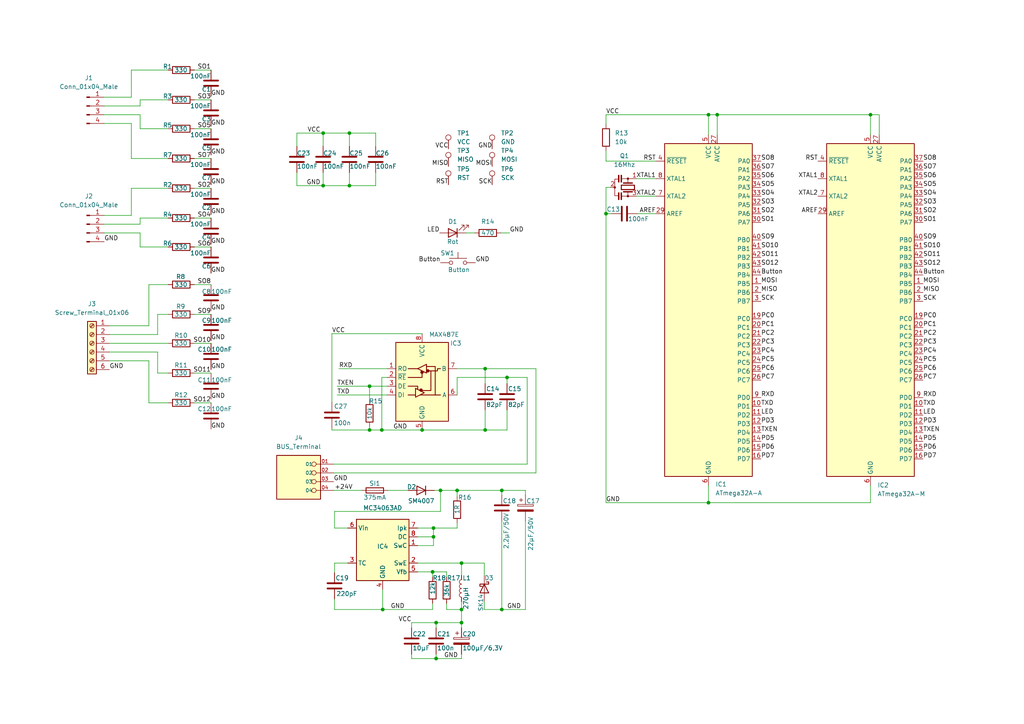
<source format=kicad_sch>
(kicad_sch (version 20211123) (generator eeschema)

  (uuid 7849dc5f-d0f4-49e2-9cec-1760ab4e9a79)

  (paper "A4")

  (lib_symbols
    (symbol "1891085:1891085" (pin_names (offset 1.016)) (in_bom yes) (on_board yes)
      (property "Reference" "J" (id 0) (at -6.85 7.62 0)
        (effects (font (size 1.27 1.27)) (justify left bottom))
      )
      (property "Value" "1891085" (id 1) (at -6.35 -7.62 0)
        (effects (font (size 1.27 1.27)) (justify left bottom))
      )
      (property "Footprint" "1891085:PHOENIX_1891085" (id 2) (at 0 0 0)
        (effects (font (size 1.27 1.27)) (justify bottom) hide)
      )
      (property "Datasheet" "" (id 3) (at 0 0 0)
        (effects (font (size 1.27 1.27)) hide)
      )
      (property "MF" "Phoenix Contact" (id 4) (at 0 0 0)
        (effects (font (size 1.27 1.27)) (justify bottom) hide)
      )
      (property "Description" "\nPCB Terminal Push-In 3.5mm 20AWG 250V 4A 4 Position COMBICON FK-MPT Series | Phoenix Contact 1891085\n" (id 5) (at 0 0 0)
        (effects (font (size 1.27 1.27)) (justify bottom) hide)
      )
      (property "Package" "None" (id 6) (at 0 0 0)
        (effects (font (size 1.27 1.27)) (justify bottom) hide)
      )
      (property "Price" "None" (id 7) (at 0 0 0)
        (effects (font (size 1.27 1.27)) (justify bottom) hide)
      )
      (property "Check_prices" "https://www.snapeda.com/parts/1891085/Phoenix+Contact/view-part/?ref=eda" (id 8) (at 0 0 0)
        (effects (font (size 1.27 1.27)) (justify bottom) hide)
      )
      (property "STANDARD" "Manufacturer Recommendations" (id 9) (at 0 0 0)
        (effects (font (size 1.27 1.27)) (justify bottom) hide)
      )
      (property "PARTREV" "11.03.2015" (id 10) (at 0 0 0)
        (effects (font (size 1.27 1.27)) (justify bottom) hide)
      )
      (property "SnapEDA_Link" "https://www.snapeda.com/parts/1891085/Phoenix+Contact/view-part/?ref=snap" (id 11) (at 0 0 0)
        (effects (font (size 1.27 1.27)) (justify bottom) hide)
      )
      (property "MP" "1891085" (id 12) (at 0 0 0)
        (effects (font (size 1.27 1.27)) (justify bottom) hide)
      )
      (property "Purchase-URL" "https://www.snapeda.com/api/url_track_click_mouser/?unipart_id=3211255&manufacturer=Phoenix Contact&part_name=1891085&search_term=1891085" (id 13) (at 0 0 0)
        (effects (font (size 1.27 1.27)) (justify bottom) hide)
      )
      (property "Availability" "In Stock" (id 14) (at 0 0 0)
        (effects (font (size 1.27 1.27)) (justify bottom) hide)
      )
      (property "MANUFACTURER" "Phoenix Contact" (id 15) (at 0 0 0)
        (effects (font (size 1.27 1.27)) (justify bottom) hide)
      )
      (symbol "1891085_0_0"
        (rectangle (start -6.35 -5.08) (end 6.35 7.62)
          (stroke (width 0.254) (type default) (color 0 0 0 0))
          (fill (type background))
        )
        (circle (center -4.445 -2.54) (radius 0.635)
          (stroke (width 0.1524) (type default) (color 0 0 0 0))
          (fill (type none))
        )
        (circle (center -4.445 0) (radius 0.635)
          (stroke (width 0.1524) (type default) (color 0 0 0 0))
          (fill (type none))
        )
        (circle (center -4.445 2.54) (radius 0.635)
          (stroke (width 0.1524) (type default) (color 0 0 0 0))
          (fill (type none))
        )
        (circle (center -4.445 5.08) (radius 0.635)
          (stroke (width 0.1524) (type default) (color 0 0 0 0))
          (fill (type none))
        )
        (pin passive line (at -10.16 5.08 0) (length 5.08)
          (name "01" (effects (font (size 1.016 1.016))))
          (number "01" (effects (font (size 1.016 1.016))))
        )
        (pin passive line (at -10.16 2.54 0) (length 5.08)
          (name "02" (effects (font (size 1.016 1.016))))
          (number "02" (effects (font (size 1.016 1.016))))
        )
        (pin passive line (at -10.16 0 0) (length 5.08)
          (name "03" (effects (font (size 1.016 1.016))))
          (number "03" (effects (font (size 1.016 1.016))))
        )
        (pin passive line (at -10.16 -2.54 0) (length 5.08)
          (name "04" (effects (font (size 1.016 1.016))))
          (number "04" (effects (font (size 1.016 1.016))))
        )
      )
    )
    (symbol "Connector:Conn_01x04_Male" (pin_names (offset 1.016) hide) (in_bom yes) (on_board yes)
      (property "Reference" "J" (id 0) (at 0 5.08 0)
        (effects (font (size 1.27 1.27)))
      )
      (property "Value" "Conn_01x04_Male" (id 1) (at 0 -7.62 0)
        (effects (font (size 1.27 1.27)))
      )
      (property "Footprint" "" (id 2) (at 0 0 0)
        (effects (font (size 1.27 1.27)) hide)
      )
      (property "Datasheet" "~" (id 3) (at 0 0 0)
        (effects (font (size 1.27 1.27)) hide)
      )
      (property "ki_keywords" "connector" (id 4) (at 0 0 0)
        (effects (font (size 1.27 1.27)) hide)
      )
      (property "ki_description" "Generic connector, single row, 01x04, script generated (kicad-library-utils/schlib/autogen/connector/)" (id 5) (at 0 0 0)
        (effects (font (size 1.27 1.27)) hide)
      )
      (property "ki_fp_filters" "Connector*:*_1x??_*" (id 6) (at 0 0 0)
        (effects (font (size 1.27 1.27)) hide)
      )
      (symbol "Conn_01x04_Male_1_1"
        (polyline
          (pts
            (xy 1.27 -5.08)
            (xy 0.8636 -5.08)
          )
          (stroke (width 0.1524) (type default) (color 0 0 0 0))
          (fill (type none))
        )
        (polyline
          (pts
            (xy 1.27 -2.54)
            (xy 0.8636 -2.54)
          )
          (stroke (width 0.1524) (type default) (color 0 0 0 0))
          (fill (type none))
        )
        (polyline
          (pts
            (xy 1.27 0)
            (xy 0.8636 0)
          )
          (stroke (width 0.1524) (type default) (color 0 0 0 0))
          (fill (type none))
        )
        (polyline
          (pts
            (xy 1.27 2.54)
            (xy 0.8636 2.54)
          )
          (stroke (width 0.1524) (type default) (color 0 0 0 0))
          (fill (type none))
        )
        (rectangle (start 0.8636 -4.953) (end 0 -5.207)
          (stroke (width 0.1524) (type default) (color 0 0 0 0))
          (fill (type outline))
        )
        (rectangle (start 0.8636 -2.413) (end 0 -2.667)
          (stroke (width 0.1524) (type default) (color 0 0 0 0))
          (fill (type outline))
        )
        (rectangle (start 0.8636 0.127) (end 0 -0.127)
          (stroke (width 0.1524) (type default) (color 0 0 0 0))
          (fill (type outline))
        )
        (rectangle (start 0.8636 2.667) (end 0 2.413)
          (stroke (width 0.1524) (type default) (color 0 0 0 0))
          (fill (type outline))
        )
        (pin passive line (at 5.08 2.54 180) (length 3.81)
          (name "Pin_1" (effects (font (size 1.27 1.27))))
          (number "1" (effects (font (size 1.27 1.27))))
        )
        (pin passive line (at 5.08 0 180) (length 3.81)
          (name "Pin_2" (effects (font (size 1.27 1.27))))
          (number "2" (effects (font (size 1.27 1.27))))
        )
        (pin passive line (at 5.08 -2.54 180) (length 3.81)
          (name "Pin_3" (effects (font (size 1.27 1.27))))
          (number "3" (effects (font (size 1.27 1.27))))
        )
        (pin passive line (at 5.08 -5.08 180) (length 3.81)
          (name "Pin_4" (effects (font (size 1.27 1.27))))
          (number "4" (effects (font (size 1.27 1.27))))
        )
      )
    )
    (symbol "Connector:Screw_Terminal_01x06" (pin_names (offset 1.016) hide) (in_bom yes) (on_board yes)
      (property "Reference" "J" (id 0) (at 0 7.62 0)
        (effects (font (size 1.27 1.27)))
      )
      (property "Value" "Screw_Terminal_01x06" (id 1) (at 0 -10.16 0)
        (effects (font (size 1.27 1.27)))
      )
      (property "Footprint" "" (id 2) (at 0 0 0)
        (effects (font (size 1.27 1.27)) hide)
      )
      (property "Datasheet" "~" (id 3) (at 0 0 0)
        (effects (font (size 1.27 1.27)) hide)
      )
      (property "ki_keywords" "screw terminal" (id 4) (at 0 0 0)
        (effects (font (size 1.27 1.27)) hide)
      )
      (property "ki_description" "Generic screw terminal, single row, 01x06, script generated (kicad-library-utils/schlib/autogen/connector/)" (id 5) (at 0 0 0)
        (effects (font (size 1.27 1.27)) hide)
      )
      (property "ki_fp_filters" "TerminalBlock*:*" (id 6) (at 0 0 0)
        (effects (font (size 1.27 1.27)) hide)
      )
      (symbol "Screw_Terminal_01x06_1_1"
        (rectangle (start -1.27 6.35) (end 1.27 -8.89)
          (stroke (width 0.254) (type default) (color 0 0 0 0))
          (fill (type background))
        )
        (circle (center 0 -7.62) (radius 0.635)
          (stroke (width 0.1524) (type default) (color 0 0 0 0))
          (fill (type none))
        )
        (circle (center 0 -5.08) (radius 0.635)
          (stroke (width 0.1524) (type default) (color 0 0 0 0))
          (fill (type none))
        )
        (circle (center 0 -2.54) (radius 0.635)
          (stroke (width 0.1524) (type default) (color 0 0 0 0))
          (fill (type none))
        )
        (polyline
          (pts
            (xy -0.5334 -7.2898)
            (xy 0.3302 -8.128)
          )
          (stroke (width 0.1524) (type default) (color 0 0 0 0))
          (fill (type none))
        )
        (polyline
          (pts
            (xy -0.5334 -4.7498)
            (xy 0.3302 -5.588)
          )
          (stroke (width 0.1524) (type default) (color 0 0 0 0))
          (fill (type none))
        )
        (polyline
          (pts
            (xy -0.5334 -2.2098)
            (xy 0.3302 -3.048)
          )
          (stroke (width 0.1524) (type default) (color 0 0 0 0))
          (fill (type none))
        )
        (polyline
          (pts
            (xy -0.5334 0.3302)
            (xy 0.3302 -0.508)
          )
          (stroke (width 0.1524) (type default) (color 0 0 0 0))
          (fill (type none))
        )
        (polyline
          (pts
            (xy -0.5334 2.8702)
            (xy 0.3302 2.032)
          )
          (stroke (width 0.1524) (type default) (color 0 0 0 0))
          (fill (type none))
        )
        (polyline
          (pts
            (xy -0.5334 5.4102)
            (xy 0.3302 4.572)
          )
          (stroke (width 0.1524) (type default) (color 0 0 0 0))
          (fill (type none))
        )
        (polyline
          (pts
            (xy -0.3556 -7.112)
            (xy 0.508 -7.9502)
          )
          (stroke (width 0.1524) (type default) (color 0 0 0 0))
          (fill (type none))
        )
        (polyline
          (pts
            (xy -0.3556 -4.572)
            (xy 0.508 -5.4102)
          )
          (stroke (width 0.1524) (type default) (color 0 0 0 0))
          (fill (type none))
        )
        (polyline
          (pts
            (xy -0.3556 -2.032)
            (xy 0.508 -2.8702)
          )
          (stroke (width 0.1524) (type default) (color 0 0 0 0))
          (fill (type none))
        )
        (polyline
          (pts
            (xy -0.3556 0.508)
            (xy 0.508 -0.3302)
          )
          (stroke (width 0.1524) (type default) (color 0 0 0 0))
          (fill (type none))
        )
        (polyline
          (pts
            (xy -0.3556 3.048)
            (xy 0.508 2.2098)
          )
          (stroke (width 0.1524) (type default) (color 0 0 0 0))
          (fill (type none))
        )
        (polyline
          (pts
            (xy -0.3556 5.588)
            (xy 0.508 4.7498)
          )
          (stroke (width 0.1524) (type default) (color 0 0 0 0))
          (fill (type none))
        )
        (circle (center 0 0) (radius 0.635)
          (stroke (width 0.1524) (type default) (color 0 0 0 0))
          (fill (type none))
        )
        (circle (center 0 2.54) (radius 0.635)
          (stroke (width 0.1524) (type default) (color 0 0 0 0))
          (fill (type none))
        )
        (circle (center 0 5.08) (radius 0.635)
          (stroke (width 0.1524) (type default) (color 0 0 0 0))
          (fill (type none))
        )
        (pin passive line (at -5.08 5.08 0) (length 3.81)
          (name "Pin_1" (effects (font (size 1.27 1.27))))
          (number "1" (effects (font (size 1.27 1.27))))
        )
        (pin passive line (at -5.08 2.54 0) (length 3.81)
          (name "Pin_2" (effects (font (size 1.27 1.27))))
          (number "2" (effects (font (size 1.27 1.27))))
        )
        (pin passive line (at -5.08 0 0) (length 3.81)
          (name "Pin_3" (effects (font (size 1.27 1.27))))
          (number "3" (effects (font (size 1.27 1.27))))
        )
        (pin passive line (at -5.08 -2.54 0) (length 3.81)
          (name "Pin_4" (effects (font (size 1.27 1.27))))
          (number "4" (effects (font (size 1.27 1.27))))
        )
        (pin passive line (at -5.08 -5.08 0) (length 3.81)
          (name "Pin_5" (effects (font (size 1.27 1.27))))
          (number "5" (effects (font (size 1.27 1.27))))
        )
        (pin passive line (at -5.08 -7.62 0) (length 3.81)
          (name "Pin_6" (effects (font (size 1.27 1.27))))
          (number "6" (effects (font (size 1.27 1.27))))
        )
      )
    )
    (symbol "Connector:TestPoint" (pin_numbers hide) (pin_names (offset 0.762) hide) (in_bom yes) (on_board yes)
      (property "Reference" "TP" (id 0) (at 0 6.858 0)
        (effects (font (size 1.27 1.27)))
      )
      (property "Value" "TestPoint" (id 1) (at 0 5.08 0)
        (effects (font (size 1.27 1.27)))
      )
      (property "Footprint" "" (id 2) (at 5.08 0 0)
        (effects (font (size 1.27 1.27)) hide)
      )
      (property "Datasheet" "~" (id 3) (at 5.08 0 0)
        (effects (font (size 1.27 1.27)) hide)
      )
      (property "ki_keywords" "test point tp" (id 4) (at 0 0 0)
        (effects (font (size 1.27 1.27)) hide)
      )
      (property "ki_description" "test point" (id 5) (at 0 0 0)
        (effects (font (size 1.27 1.27)) hide)
      )
      (property "ki_fp_filters" "Pin* Test*" (id 6) (at 0 0 0)
        (effects (font (size 1.27 1.27)) hide)
      )
      (symbol "TestPoint_0_1"
        (circle (center 0 3.302) (radius 0.762)
          (stroke (width 0) (type default) (color 0 0 0 0))
          (fill (type none))
        )
      )
      (symbol "TestPoint_1_1"
        (pin passive line (at 0 0 90) (length 2.54)
          (name "1" (effects (font (size 1.27 1.27))))
          (number "1" (effects (font (size 1.27 1.27))))
        )
      )
    )
    (symbol "Device:C" (pin_numbers hide) (pin_names (offset 0.254)) (in_bom yes) (on_board yes)
      (property "Reference" "C" (id 0) (at 0.635 2.54 0)
        (effects (font (size 1.27 1.27)) (justify left))
      )
      (property "Value" "C" (id 1) (at 0.635 -2.54 0)
        (effects (font (size 1.27 1.27)) (justify left))
      )
      (property "Footprint" "" (id 2) (at 0.9652 -3.81 0)
        (effects (font (size 1.27 1.27)) hide)
      )
      (property "Datasheet" "~" (id 3) (at 0 0 0)
        (effects (font (size 1.27 1.27)) hide)
      )
      (property "ki_keywords" "cap capacitor" (id 4) (at 0 0 0)
        (effects (font (size 1.27 1.27)) hide)
      )
      (property "ki_description" "Unpolarized capacitor" (id 5) (at 0 0 0)
        (effects (font (size 1.27 1.27)) hide)
      )
      (property "ki_fp_filters" "C_*" (id 6) (at 0 0 0)
        (effects (font (size 1.27 1.27)) hide)
      )
      (symbol "C_0_1"
        (polyline
          (pts
            (xy -2.032 -0.762)
            (xy 2.032 -0.762)
          )
          (stroke (width 0.508) (type default) (color 0 0 0 0))
          (fill (type none))
        )
        (polyline
          (pts
            (xy -2.032 0.762)
            (xy 2.032 0.762)
          )
          (stroke (width 0.508) (type default) (color 0 0 0 0))
          (fill (type none))
        )
      )
      (symbol "C_1_1"
        (pin passive line (at 0 3.81 270) (length 2.794)
          (name "~" (effects (font (size 1.27 1.27))))
          (number "1" (effects (font (size 1.27 1.27))))
        )
        (pin passive line (at 0 -3.81 90) (length 2.794)
          (name "~" (effects (font (size 1.27 1.27))))
          (number "2" (effects (font (size 1.27 1.27))))
        )
      )
    )
    (symbol "Device:C_Polarized" (pin_numbers hide) (pin_names (offset 0.254)) (in_bom yes) (on_board yes)
      (property "Reference" "C" (id 0) (at 0.635 2.54 0)
        (effects (font (size 1.27 1.27)) (justify left))
      )
      (property "Value" "C_Polarized" (id 1) (at 0.635 -2.54 0)
        (effects (font (size 1.27 1.27)) (justify left))
      )
      (property "Footprint" "" (id 2) (at 0.9652 -3.81 0)
        (effects (font (size 1.27 1.27)) hide)
      )
      (property "Datasheet" "~" (id 3) (at 0 0 0)
        (effects (font (size 1.27 1.27)) hide)
      )
      (property "ki_keywords" "cap capacitor" (id 4) (at 0 0 0)
        (effects (font (size 1.27 1.27)) hide)
      )
      (property "ki_description" "Polarized capacitor" (id 5) (at 0 0 0)
        (effects (font (size 1.27 1.27)) hide)
      )
      (property "ki_fp_filters" "CP_*" (id 6) (at 0 0 0)
        (effects (font (size 1.27 1.27)) hide)
      )
      (symbol "C_Polarized_0_1"
        (rectangle (start -2.286 0.508) (end 2.286 1.016)
          (stroke (width 0) (type default) (color 0 0 0 0))
          (fill (type none))
        )
        (polyline
          (pts
            (xy -1.778 2.286)
            (xy -0.762 2.286)
          )
          (stroke (width 0) (type default) (color 0 0 0 0))
          (fill (type none))
        )
        (polyline
          (pts
            (xy -1.27 2.794)
            (xy -1.27 1.778)
          )
          (stroke (width 0) (type default) (color 0 0 0 0))
          (fill (type none))
        )
        (rectangle (start 2.286 -0.508) (end -2.286 -1.016)
          (stroke (width 0) (type default) (color 0 0 0 0))
          (fill (type outline))
        )
      )
      (symbol "C_Polarized_1_1"
        (pin passive line (at 0 3.81 270) (length 2.794)
          (name "~" (effects (font (size 1.27 1.27))))
          (number "1" (effects (font (size 1.27 1.27))))
        )
        (pin passive line (at 0 -3.81 90) (length 2.794)
          (name "~" (effects (font (size 1.27 1.27))))
          (number "2" (effects (font (size 1.27 1.27))))
        )
      )
    )
    (symbol "Device:Fuse" (pin_numbers hide) (pin_names (offset 0)) (in_bom yes) (on_board yes)
      (property "Reference" "F" (id 0) (at 2.032 0 90)
        (effects (font (size 1.27 1.27)))
      )
      (property "Value" "Fuse" (id 1) (at -1.905 0 90)
        (effects (font (size 1.27 1.27)))
      )
      (property "Footprint" "" (id 2) (at -1.778 0 90)
        (effects (font (size 1.27 1.27)) hide)
      )
      (property "Datasheet" "~" (id 3) (at 0 0 0)
        (effects (font (size 1.27 1.27)) hide)
      )
      (property "ki_keywords" "fuse" (id 4) (at 0 0 0)
        (effects (font (size 1.27 1.27)) hide)
      )
      (property "ki_description" "Fuse" (id 5) (at 0 0 0)
        (effects (font (size 1.27 1.27)) hide)
      )
      (property "ki_fp_filters" "*Fuse*" (id 6) (at 0 0 0)
        (effects (font (size 1.27 1.27)) hide)
      )
      (symbol "Fuse_0_1"
        (rectangle (start -0.762 -2.54) (end 0.762 2.54)
          (stroke (width 0.254) (type default) (color 0 0 0 0))
          (fill (type none))
        )
        (polyline
          (pts
            (xy 0 2.54)
            (xy 0 -2.54)
          )
          (stroke (width 0) (type default) (color 0 0 0 0))
          (fill (type none))
        )
      )
      (symbol "Fuse_1_1"
        (pin passive line (at 0 3.81 270) (length 1.27)
          (name "~" (effects (font (size 1.27 1.27))))
          (number "1" (effects (font (size 1.27 1.27))))
        )
        (pin passive line (at 0 -3.81 90) (length 1.27)
          (name "~" (effects (font (size 1.27 1.27))))
          (number "2" (effects (font (size 1.27 1.27))))
        )
      )
    )
    (symbol "Device:L" (pin_numbers hide) (pin_names (offset 1.016) hide) (in_bom yes) (on_board yes)
      (property "Reference" "L" (id 0) (at -1.27 0 90)
        (effects (font (size 1.27 1.27)))
      )
      (property "Value" "L" (id 1) (at 1.905 0 90)
        (effects (font (size 1.27 1.27)))
      )
      (property "Footprint" "" (id 2) (at 0 0 0)
        (effects (font (size 1.27 1.27)) hide)
      )
      (property "Datasheet" "~" (id 3) (at 0 0 0)
        (effects (font (size 1.27 1.27)) hide)
      )
      (property "ki_keywords" "inductor choke coil reactor magnetic" (id 4) (at 0 0 0)
        (effects (font (size 1.27 1.27)) hide)
      )
      (property "ki_description" "Inductor" (id 5) (at 0 0 0)
        (effects (font (size 1.27 1.27)) hide)
      )
      (property "ki_fp_filters" "Choke_* *Coil* Inductor_* L_*" (id 6) (at 0 0 0)
        (effects (font (size 1.27 1.27)) hide)
      )
      (symbol "L_0_1"
        (arc (start 0 -2.54) (mid 0.635 -1.905) (end 0 -1.27)
          (stroke (width 0) (type default) (color 0 0 0 0))
          (fill (type none))
        )
        (arc (start 0 -1.27) (mid 0.635 -0.635) (end 0 0)
          (stroke (width 0) (type default) (color 0 0 0 0))
          (fill (type none))
        )
        (arc (start 0 0) (mid 0.635 0.635) (end 0 1.27)
          (stroke (width 0) (type default) (color 0 0 0 0))
          (fill (type none))
        )
        (arc (start 0 1.27) (mid 0.635 1.905) (end 0 2.54)
          (stroke (width 0) (type default) (color 0 0 0 0))
          (fill (type none))
        )
      )
      (symbol "L_1_1"
        (pin passive line (at 0 3.81 270) (length 1.27)
          (name "1" (effects (font (size 1.27 1.27))))
          (number "1" (effects (font (size 1.27 1.27))))
        )
        (pin passive line (at 0 -3.81 90) (length 1.27)
          (name "2" (effects (font (size 1.27 1.27))))
          (number "2" (effects (font (size 1.27 1.27))))
        )
      )
    )
    (symbol "Device:LED" (pin_numbers hide) (pin_names (offset 1.016) hide) (in_bom yes) (on_board yes)
      (property "Reference" "D" (id 0) (at 0 2.54 0)
        (effects (font (size 1.27 1.27)))
      )
      (property "Value" "LED" (id 1) (at 0 -2.54 0)
        (effects (font (size 1.27 1.27)))
      )
      (property "Footprint" "" (id 2) (at 0 0 0)
        (effects (font (size 1.27 1.27)) hide)
      )
      (property "Datasheet" "~" (id 3) (at 0 0 0)
        (effects (font (size 1.27 1.27)) hide)
      )
      (property "ki_keywords" "LED diode" (id 4) (at 0 0 0)
        (effects (font (size 1.27 1.27)) hide)
      )
      (property "ki_description" "Light emitting diode" (id 5) (at 0 0 0)
        (effects (font (size 1.27 1.27)) hide)
      )
      (property "ki_fp_filters" "LED* LED_SMD:* LED_THT:*" (id 6) (at 0 0 0)
        (effects (font (size 1.27 1.27)) hide)
      )
      (symbol "LED_0_1"
        (polyline
          (pts
            (xy -1.27 -1.27)
            (xy -1.27 1.27)
          )
          (stroke (width 0.254) (type default) (color 0 0 0 0))
          (fill (type none))
        )
        (polyline
          (pts
            (xy -1.27 0)
            (xy 1.27 0)
          )
          (stroke (width 0) (type default) (color 0 0 0 0))
          (fill (type none))
        )
        (polyline
          (pts
            (xy 1.27 -1.27)
            (xy 1.27 1.27)
            (xy -1.27 0)
            (xy 1.27 -1.27)
          )
          (stroke (width 0.254) (type default) (color 0 0 0 0))
          (fill (type none))
        )
        (polyline
          (pts
            (xy -3.048 -0.762)
            (xy -4.572 -2.286)
            (xy -3.81 -2.286)
            (xy -4.572 -2.286)
            (xy -4.572 -1.524)
          )
          (stroke (width 0) (type default) (color 0 0 0 0))
          (fill (type none))
        )
        (polyline
          (pts
            (xy -1.778 -0.762)
            (xy -3.302 -2.286)
            (xy -2.54 -2.286)
            (xy -3.302 -2.286)
            (xy -3.302 -1.524)
          )
          (stroke (width 0) (type default) (color 0 0 0 0))
          (fill (type none))
        )
      )
      (symbol "LED_1_1"
        (pin passive line (at -3.81 0 0) (length 2.54)
          (name "K" (effects (font (size 1.27 1.27))))
          (number "1" (effects (font (size 1.27 1.27))))
        )
        (pin passive line (at 3.81 0 180) (length 2.54)
          (name "A" (effects (font (size 1.27 1.27))))
          (number "2" (effects (font (size 1.27 1.27))))
        )
      )
    )
    (symbol "Device:R" (pin_numbers hide) (pin_names (offset 0)) (in_bom yes) (on_board yes)
      (property "Reference" "R" (id 0) (at 2.032 0 90)
        (effects (font (size 1.27 1.27)))
      )
      (property "Value" "R" (id 1) (at 0 0 90)
        (effects (font (size 1.27 1.27)))
      )
      (property "Footprint" "" (id 2) (at -1.778 0 90)
        (effects (font (size 1.27 1.27)) hide)
      )
      (property "Datasheet" "~" (id 3) (at 0 0 0)
        (effects (font (size 1.27 1.27)) hide)
      )
      (property "ki_keywords" "R res resistor" (id 4) (at 0 0 0)
        (effects (font (size 1.27 1.27)) hide)
      )
      (property "ki_description" "Resistor" (id 5) (at 0 0 0)
        (effects (font (size 1.27 1.27)) hide)
      )
      (property "ki_fp_filters" "R_*" (id 6) (at 0 0 0)
        (effects (font (size 1.27 1.27)) hide)
      )
      (symbol "R_0_1"
        (rectangle (start -1.016 -2.54) (end 1.016 2.54)
          (stroke (width 0.254) (type default) (color 0 0 0 0))
          (fill (type none))
        )
      )
      (symbol "R_1_1"
        (pin passive line (at 0 3.81 270) (length 1.27)
          (name "~" (effects (font (size 1.27 1.27))))
          (number "1" (effects (font (size 1.27 1.27))))
        )
        (pin passive line (at 0 -3.81 90) (length 1.27)
          (name "~" (effects (font (size 1.27 1.27))))
          (number "2" (effects (font (size 1.27 1.27))))
        )
      )
    )
    (symbol "Device:Resonator_Small" (pin_names (offset 1.016) hide) (in_bom yes) (on_board yes)
      (property "Reference" "Y" (id 0) (at 3.175 1.905 0)
        (effects (font (size 1.27 1.27)) (justify left))
      )
      (property "Value" "Resonator_Small" (id 1) (at 3.175 0 0)
        (effects (font (size 1.27 1.27)) (justify left))
      )
      (property "Footprint" "" (id 2) (at -0.635 0 0)
        (effects (font (size 1.27 1.27)) hide)
      )
      (property "Datasheet" "~" (id 3) (at -0.635 0 0)
        (effects (font (size 1.27 1.27)) hide)
      )
      (property "ki_keywords" "ceramic resonator" (id 4) (at 0 0 0)
        (effects (font (size 1.27 1.27)) hide)
      )
      (property "ki_description" "Three pin ceramic resonator, small symbol" (id 5) (at 0 0 0)
        (effects (font (size 1.27 1.27)) hide)
      )
      (property "ki_fp_filters" "Filter* Resonator*" (id 6) (at 0 0 0)
        (effects (font (size 1.27 1.27)) hide)
      )
      (symbol "Resonator_Small_0_1"
        (rectangle (start -3.556 -2.54) (end -1.524 -2.794)
          (stroke (width 0) (type default) (color 0 0 0 0))
          (fill (type outline))
        )
        (rectangle (start -3.556 -1.778) (end -1.524 -2.032)
          (stroke (width 0) (type default) (color 0 0 0 0))
          (fill (type outline))
        )
        (circle (center -2.54 0) (radius 0.254)
          (stroke (width 0) (type default) (color 0 0 0 0))
          (fill (type outline))
        )
        (rectangle (start -0.635 1.905) (end 0.635 -1.905)
          (stroke (width 0.3048) (type default) (color 0 0 0 0))
          (fill (type none))
        )
        (circle (center 0 -3.81) (radius 0.254)
          (stroke (width 0) (type default) (color 0 0 0 0))
          (fill (type outline))
        )
        (polyline
          (pts
            (xy -2.54 -1.778)
            (xy -2.54 0)
          )
          (stroke (width 0) (type default) (color 0 0 0 0))
          (fill (type none))
        )
        (polyline
          (pts
            (xy -2.54 0)
            (xy -1.397 0)
          )
          (stroke (width 0) (type default) (color 0 0 0 0))
          (fill (type none))
        )
        (polyline
          (pts
            (xy -2.54 1.27)
            (xy -2.54 0)
          )
          (stroke (width 0) (type default) (color 0 0 0 0))
          (fill (type none))
        )
        (polyline
          (pts
            (xy -1.27 -1.27)
            (xy -1.27 1.27)
          )
          (stroke (width 0.381) (type default) (color 0 0 0 0))
          (fill (type none))
        )
        (polyline
          (pts
            (xy 1.27 -1.27)
            (xy 1.27 1.27)
          )
          (stroke (width 0.381) (type default) (color 0 0 0 0))
          (fill (type none))
        )
        (polyline
          (pts
            (xy 1.27 0)
            (xy 2.54 0)
          )
          (stroke (width 0) (type default) (color 0 0 0 0))
          (fill (type none))
        )
        (polyline
          (pts
            (xy 2.54 0)
            (xy 2.54 -1.778)
          )
          (stroke (width 0) (type default) (color 0 0 0 0))
          (fill (type none))
        )
        (polyline
          (pts
            (xy 2.54 1.27)
            (xy 2.54 0)
          )
          (stroke (width 0) (type default) (color 0 0 0 0))
          (fill (type none))
        )
        (polyline
          (pts
            (xy 2.413 -2.794)
            (xy 2.413 -3.81)
            (xy -2.413 -3.81)
            (xy -2.413 -2.667)
          )
          (stroke (width 0) (type default) (color 0 0 0 0))
          (fill (type none))
        )
        (rectangle (start 1.524 -2.54) (end 3.556 -2.794)
          (stroke (width 0) (type default) (color 0 0 0 0))
          (fill (type outline))
        )
        (rectangle (start 1.524 -1.778) (end 3.556 -2.032)
          (stroke (width 0) (type default) (color 0 0 0 0))
          (fill (type outline))
        )
        (circle (center 2.54 0) (radius 0.254)
          (stroke (width 0) (type default) (color 0 0 0 0))
          (fill (type outline))
        )
      )
      (symbol "Resonator_Small_1_1"
        (pin passive line (at -2.54 2.54 270) (length 1.27)
          (name "1" (effects (font (size 1.27 1.27))))
          (number "1" (effects (font (size 1.27 1.27))))
        )
        (pin passive line (at 0 -5.08 90) (length 1.27)
          (name "2" (effects (font (size 1.27 1.27))))
          (number "2" (effects (font (size 1.27 1.27))))
        )
        (pin passive line (at 2.54 2.54 270) (length 1.27)
          (name "3" (effects (font (size 1.27 1.27))))
          (number "3" (effects (font (size 1.27 1.27))))
        )
      )
    )
    (symbol "Diode:SB140" (pin_numbers hide) (pin_names (offset 1.016) hide) (in_bom yes) (on_board yes)
      (property "Reference" "D" (id 0) (at 0 2.54 0)
        (effects (font (size 1.27 1.27)))
      )
      (property "Value" "SB140" (id 1) (at 0 -2.54 0)
        (effects (font (size 1.27 1.27)))
      )
      (property "Footprint" "Diode_THT:D_DO-41_SOD81_P10.16mm_Horizontal" (id 2) (at 0 -4.445 0)
        (effects (font (size 1.27 1.27)) hide)
      )
      (property "Datasheet" "http://www.diodes.com/_files/datasheets/ds23022.pdf" (id 3) (at 0 0 0)
        (effects (font (size 1.27 1.27)) hide)
      )
      (property "ki_keywords" "diode Schottky" (id 4) (at 0 0 0)
        (effects (font (size 1.27 1.27)) hide)
      )
      (property "ki_description" "40V 1A Schottky Barrier Rectifier Diode, DO-41" (id 5) (at 0 0 0)
        (effects (font (size 1.27 1.27)) hide)
      )
      (property "ki_fp_filters" "D*DO?41*" (id 6) (at 0 0 0)
        (effects (font (size 1.27 1.27)) hide)
      )
      (symbol "SB140_0_1"
        (polyline
          (pts
            (xy 1.27 0)
            (xy -1.27 0)
          )
          (stroke (width 0) (type default) (color 0 0 0 0))
          (fill (type none))
        )
        (polyline
          (pts
            (xy 1.27 1.27)
            (xy 1.27 -1.27)
            (xy -1.27 0)
            (xy 1.27 1.27)
          )
          (stroke (width 0.254) (type default) (color 0 0 0 0))
          (fill (type none))
        )
        (polyline
          (pts
            (xy -1.905 0.635)
            (xy -1.905 1.27)
            (xy -1.27 1.27)
            (xy -1.27 -1.27)
            (xy -0.635 -1.27)
            (xy -0.635 -0.635)
          )
          (stroke (width 0.254) (type default) (color 0 0 0 0))
          (fill (type none))
        )
      )
      (symbol "SB140_1_1"
        (pin passive line (at -3.81 0 0) (length 2.54)
          (name "K" (effects (font (size 1.27 1.27))))
          (number "1" (effects (font (size 1.27 1.27))))
        )
        (pin passive line (at 3.81 0 180) (length 2.54)
          (name "A" (effects (font (size 1.27 1.27))))
          (number "2" (effects (font (size 1.27 1.27))))
        )
      )
    )
    (symbol "Diode:SM4007" (pin_numbers hide) (pin_names (offset 1.016) hide) (in_bom yes) (on_board yes)
      (property "Reference" "D" (id 0) (at 0 2.54 0)
        (effects (font (size 1.27 1.27)))
      )
      (property "Value" "SM4007" (id 1) (at 0 -2.54 0)
        (effects (font (size 1.27 1.27)))
      )
      (property "Footprint" "Diode_SMD:D_MELF" (id 2) (at 0 -4.445 0)
        (effects (font (size 1.27 1.27)) hide)
      )
      (property "Datasheet" "http://cdn-reichelt.de/documents/datenblatt/A400/SMD1N400%23DIO.pdf" (id 3) (at 0 0 0)
        (effects (font (size 1.27 1.27)) hide)
      )
      (property "ki_keywords" "diode" (id 4) (at 0 0 0)
        (effects (font (size 1.27 1.27)) hide)
      )
      (property "ki_description" "1000V 1A General Purpose Rectifier Diode, MELF" (id 5) (at 0 0 0)
        (effects (font (size 1.27 1.27)) hide)
      )
      (property "ki_fp_filters" "D*MELF*" (id 6) (at 0 0 0)
        (effects (font (size 1.27 1.27)) hide)
      )
      (symbol "SM4007_0_1"
        (polyline
          (pts
            (xy -1.27 1.27)
            (xy -1.27 -1.27)
          )
          (stroke (width 0.254) (type default) (color 0 0 0 0))
          (fill (type none))
        )
        (polyline
          (pts
            (xy 1.27 0)
            (xy -1.27 0)
          )
          (stroke (width 0) (type default) (color 0 0 0 0))
          (fill (type none))
        )
        (polyline
          (pts
            (xy 1.27 1.27)
            (xy 1.27 -1.27)
            (xy -1.27 0)
            (xy 1.27 1.27)
          )
          (stroke (width 0.254) (type default) (color 0 0 0 0))
          (fill (type none))
        )
      )
      (symbol "SM4007_1_1"
        (pin passive line (at -3.81 0 0) (length 2.54)
          (name "K" (effects (font (size 1.27 1.27))))
          (number "1" (effects (font (size 1.27 1.27))))
        )
        (pin passive line (at 3.81 0 180) (length 2.54)
          (name "A" (effects (font (size 1.27 1.27))))
          (number "2" (effects (font (size 1.27 1.27))))
        )
      )
    )
    (symbol "Interface_UART:MAX487E" (in_bom yes) (on_board yes)
      (property "Reference" "U" (id 0) (at -6.096 11.43 0)
        (effects (font (size 1.27 1.27)))
      )
      (property "Value" "MAX487E" (id 1) (at 0.762 11.43 0)
        (effects (font (size 1.27 1.27)) (justify left))
      )
      (property "Footprint" "" (id 2) (at 0 -17.78 0)
        (effects (font (size 1.27 1.27)) hide)
      )
      (property "Datasheet" "https://datasheets.maximintegrated.com/en/ds/MAX1487E-MAX491E.pdf" (id 3) (at 0 1.27 0)
        (effects (font (size 1.27 1.27)) hide)
      )
      (property "ki_keywords" "Half duplex RS-485/RS-422, 0.25 Mbps, ±15kV electro-static discharge (ESD) protection, with slew-rate, with low-power shutdown, with receiver/driver enable, 128 receiver drive kapacitity, DIP-8 and SOIC-8" (id 4) (at 0 0 0)
        (effects (font (size 1.27 1.27)) hide)
      )
      (property "ki_description" "Half duplex RS-485/RS-422, 0.25 Mbps, ±15kV electro-static discharge (ESD) protection, with slew-rate, with low-power shutdown, with receiver/driver enable, 128 receiver drive kapacitity, DIP-8 and SOIC-8" (id 5) (at 0 0 0)
        (effects (font (size 1.27 1.27)) hide)
      )
      (property "ki_fp_filters" "DIP*W7.62mm* SOIC*3.9x4.9mm*P1.27mm*" (id 6) (at 0 0 0)
        (effects (font (size 1.27 1.27)) hide)
      )
      (symbol "MAX487E_0_1"
        (rectangle (start -7.62 10.16) (end 7.62 -12.7)
          (stroke (width 0.254) (type default) (color 0 0 0 0))
          (fill (type background))
        )
        (circle (center -0.3048 -3.683) (radius 0.3556)
          (stroke (width 0.254) (type default) (color 0 0 0 0))
          (fill (type outline))
        )
        (circle (center -0.0254 1.4986) (radius 0.3556)
          (stroke (width 0.254) (type default) (color 0 0 0 0))
          (fill (type outline))
        )
        (polyline
          (pts
            (xy -4.064 -5.08)
            (xy -1.905 -5.08)
          )
          (stroke (width 0.254) (type default) (color 0 0 0 0))
          (fill (type none))
        )
        (polyline
          (pts
            (xy -4.064 2.54)
            (xy -1.27 2.54)
          )
          (stroke (width 0.254) (type default) (color 0 0 0 0))
          (fill (type none))
        )
        (polyline
          (pts
            (xy -1.27 -3.2004)
            (xy -1.27 -3.4544)
          )
          (stroke (width 0.254) (type default) (color 0 0 0 0))
          (fill (type none))
        )
        (polyline
          (pts
            (xy -0.635 -5.08)
            (xy 5.334 -5.08)
          )
          (stroke (width 0.254) (type default) (color 0 0 0 0))
          (fill (type none))
        )
        (polyline
          (pts
            (xy -4.064 -2.54)
            (xy -1.27 -2.54)
            (xy -1.27 -3.175)
          )
          (stroke (width 0.254) (type default) (color 0 0 0 0))
          (fill (type none))
        )
        (polyline
          (pts
            (xy 0 1.27)
            (xy 0 0)
            (xy -4.064 0)
          )
          (stroke (width 0.254) (type default) (color 0 0 0 0))
          (fill (type none))
        )
        (polyline
          (pts
            (xy 1.27 3.175)
            (xy 3.81 3.175)
            (xy 3.81 -5.08)
          )
          (stroke (width 0.254) (type default) (color 0 0 0 0))
          (fill (type none))
        )
        (polyline
          (pts
            (xy 2.54 1.905)
            (xy 2.54 -3.81)
            (xy 0 -3.81)
          )
          (stroke (width 0.254) (type default) (color 0 0 0 0))
          (fill (type none))
        )
        (polyline
          (pts
            (xy -1.905 -3.175)
            (xy -1.905 -5.715)
            (xy 0.635 -4.445)
            (xy -1.905 -3.175)
          )
          (stroke (width 0.254) (type default) (color 0 0 0 0))
          (fill (type none))
        )
        (polyline
          (pts
            (xy -1.27 2.54)
            (xy 1.27 3.81)
            (xy 1.27 1.27)
            (xy -1.27 2.54)
          )
          (stroke (width 0.254) (type default) (color 0 0 0 0))
          (fill (type none))
        )
        (polyline
          (pts
            (xy 1.905 1.905)
            (xy 4.445 1.905)
            (xy 4.445 2.54)
            (xy 5.334 2.54)
          )
          (stroke (width 0.254) (type default) (color 0 0 0 0))
          (fill (type none))
        )
        (rectangle (start 1.27 3.175) (end 1.27 3.175)
          (stroke (width 0) (type default) (color 0 0 0 0))
          (fill (type none))
        )
        (circle (center 1.651 1.905) (radius 0.3556)
          (stroke (width 0.254) (type default) (color 0 0 0 0))
          (fill (type outline))
        )
      )
      (symbol "MAX487E_1_1"
        (pin output line (at -10.16 2.54 0) (length 2.54)
          (name "RO" (effects (font (size 1.27 1.27))))
          (number "1" (effects (font (size 1.27 1.27))))
        )
        (pin input line (at -10.16 0 0) (length 2.54)
          (name "~{RE}" (effects (font (size 1.27 1.27))))
          (number "2" (effects (font (size 1.27 1.27))))
        )
        (pin input line (at -10.16 -2.54 0) (length 2.54)
          (name "DE" (effects (font (size 1.27 1.27))))
          (number "3" (effects (font (size 1.27 1.27))))
        )
        (pin input line (at -10.16 -5.08 0) (length 2.54)
          (name "DI" (effects (font (size 1.27 1.27))))
          (number "4" (effects (font (size 1.27 1.27))))
        )
        (pin power_in line (at 0 -15.24 90) (length 2.54)
          (name "GND" (effects (font (size 1.27 1.27))))
          (number "5" (effects (font (size 1.27 1.27))))
        )
        (pin bidirectional line (at 10.16 -5.08 180) (length 2.54)
          (name "A" (effects (font (size 1.27 1.27))))
          (number "6" (effects (font (size 1.27 1.27))))
        )
        (pin bidirectional line (at 10.16 2.54 180) (length 2.54)
          (name "B" (effects (font (size 1.27 1.27))))
          (number "7" (effects (font (size 1.27 1.27))))
        )
        (pin power_in line (at 0 12.7 270) (length 2.54)
          (name "VCC" (effects (font (size 1.27 1.27))))
          (number "8" (effects (font (size 1.27 1.27))))
        )
      )
    )
    (symbol "MCU_Microchip_ATmega:ATmega32A-A" (in_bom yes) (on_board yes)
      (property "Reference" "U" (id 0) (at -12.7 49.53 0)
        (effects (font (size 1.27 1.27)) (justify left bottom))
      )
      (property "Value" "ATmega32A-A" (id 1) (at 2.54 -49.53 0)
        (effects (font (size 1.27 1.27)) (justify left top))
      )
      (property "Footprint" "Package_QFP:TQFP-44_10x10mm_P0.8mm" (id 2) (at 0 0 0)
        (effects (font (size 1.27 1.27) italic) hide)
      )
      (property "Datasheet" "http://ww1.microchip.com/downloads/en/DeviceDoc/atmel-8155-8-bit-microcontroller-avr-atmega32a_datasheet.pdf" (id 3) (at 0 0 0)
        (effects (font (size 1.27 1.27)) hide)
      )
      (property "ki_keywords" "AVR 8bit Microcontroller MegaAVR" (id 4) (at 0 0 0)
        (effects (font (size 1.27 1.27)) hide)
      )
      (property "ki_description" "16MHz, 32kB Flash, 2kB SRAM, 1kB EEPROM, JTAG, TQFP-44" (id 5) (at 0 0 0)
        (effects (font (size 1.27 1.27)) hide)
      )
      (property "ki_fp_filters" "TQFP*10x10mm*P0.8mm*" (id 6) (at 0 0 0)
        (effects (font (size 1.27 1.27)) hide)
      )
      (symbol "ATmega32A-A_0_1"
        (rectangle (start -12.7 -48.26) (end 12.7 48.26)
          (stroke (width 0.254) (type default) (color 0 0 0 0))
          (fill (type background))
        )
      )
      (symbol "ATmega32A-A_1_1"
        (pin bidirectional line (at 15.24 7.62 180) (length 2.54)
          (name "PB5" (effects (font (size 1.27 1.27))))
          (number "1" (effects (font (size 1.27 1.27))))
        )
        (pin bidirectional line (at 15.24 -27.94 180) (length 2.54)
          (name "PD1" (effects (font (size 1.27 1.27))))
          (number "10" (effects (font (size 1.27 1.27))))
        )
        (pin bidirectional line (at 15.24 -30.48 180) (length 2.54)
          (name "PD2" (effects (font (size 1.27 1.27))))
          (number "11" (effects (font (size 1.27 1.27))))
        )
        (pin bidirectional line (at 15.24 -33.02 180) (length 2.54)
          (name "PD3" (effects (font (size 1.27 1.27))))
          (number "12" (effects (font (size 1.27 1.27))))
        )
        (pin bidirectional line (at 15.24 -35.56 180) (length 2.54)
          (name "PD4" (effects (font (size 1.27 1.27))))
          (number "13" (effects (font (size 1.27 1.27))))
        )
        (pin bidirectional line (at 15.24 -38.1 180) (length 2.54)
          (name "PD5" (effects (font (size 1.27 1.27))))
          (number "14" (effects (font (size 1.27 1.27))))
        )
        (pin bidirectional line (at 15.24 -40.64 180) (length 2.54)
          (name "PD6" (effects (font (size 1.27 1.27))))
          (number "15" (effects (font (size 1.27 1.27))))
        )
        (pin bidirectional line (at 15.24 -43.18 180) (length 2.54)
          (name "PD7" (effects (font (size 1.27 1.27))))
          (number "16" (effects (font (size 1.27 1.27))))
        )
        (pin passive line (at 0 50.8 270) (length 2.54) hide
          (name "VCC" (effects (font (size 1.27 1.27))))
          (number "17" (effects (font (size 1.27 1.27))))
        )
        (pin passive line (at 0 -50.8 90) (length 2.54) hide
          (name "GND" (effects (font (size 1.27 1.27))))
          (number "18" (effects (font (size 1.27 1.27))))
        )
        (pin bidirectional line (at 15.24 -2.54 180) (length 2.54)
          (name "PC0" (effects (font (size 1.27 1.27))))
          (number "19" (effects (font (size 1.27 1.27))))
        )
        (pin bidirectional line (at 15.24 5.08 180) (length 2.54)
          (name "PB6" (effects (font (size 1.27 1.27))))
          (number "2" (effects (font (size 1.27 1.27))))
        )
        (pin bidirectional line (at 15.24 -5.08 180) (length 2.54)
          (name "PC1" (effects (font (size 1.27 1.27))))
          (number "20" (effects (font (size 1.27 1.27))))
        )
        (pin bidirectional line (at 15.24 -7.62 180) (length 2.54)
          (name "PC2" (effects (font (size 1.27 1.27))))
          (number "21" (effects (font (size 1.27 1.27))))
        )
        (pin bidirectional line (at 15.24 -10.16 180) (length 2.54)
          (name "PC3" (effects (font (size 1.27 1.27))))
          (number "22" (effects (font (size 1.27 1.27))))
        )
        (pin bidirectional line (at 15.24 -12.7 180) (length 2.54)
          (name "PC4" (effects (font (size 1.27 1.27))))
          (number "23" (effects (font (size 1.27 1.27))))
        )
        (pin bidirectional line (at 15.24 -15.24 180) (length 2.54)
          (name "PC5" (effects (font (size 1.27 1.27))))
          (number "24" (effects (font (size 1.27 1.27))))
        )
        (pin bidirectional line (at 15.24 -17.78 180) (length 2.54)
          (name "PC6" (effects (font (size 1.27 1.27))))
          (number "25" (effects (font (size 1.27 1.27))))
        )
        (pin bidirectional line (at 15.24 -20.32 180) (length 2.54)
          (name "PC7" (effects (font (size 1.27 1.27))))
          (number "26" (effects (font (size 1.27 1.27))))
        )
        (pin power_in line (at 2.54 50.8 270) (length 2.54)
          (name "AVCC" (effects (font (size 1.27 1.27))))
          (number "27" (effects (font (size 1.27 1.27))))
        )
        (pin passive line (at 0 -50.8 90) (length 2.54) hide
          (name "GND" (effects (font (size 1.27 1.27))))
          (number "28" (effects (font (size 1.27 1.27))))
        )
        (pin passive line (at -15.24 27.94 0) (length 2.54)
          (name "AREF" (effects (font (size 1.27 1.27))))
          (number "29" (effects (font (size 1.27 1.27))))
        )
        (pin bidirectional line (at 15.24 2.54 180) (length 2.54)
          (name "PB7" (effects (font (size 1.27 1.27))))
          (number "3" (effects (font (size 1.27 1.27))))
        )
        (pin bidirectional line (at 15.24 25.4 180) (length 2.54)
          (name "PA7" (effects (font (size 1.27 1.27))))
          (number "30" (effects (font (size 1.27 1.27))))
        )
        (pin bidirectional line (at 15.24 27.94 180) (length 2.54)
          (name "PA6" (effects (font (size 1.27 1.27))))
          (number "31" (effects (font (size 1.27 1.27))))
        )
        (pin bidirectional line (at 15.24 30.48 180) (length 2.54)
          (name "PA5" (effects (font (size 1.27 1.27))))
          (number "32" (effects (font (size 1.27 1.27))))
        )
        (pin bidirectional line (at 15.24 33.02 180) (length 2.54)
          (name "PA4" (effects (font (size 1.27 1.27))))
          (number "33" (effects (font (size 1.27 1.27))))
        )
        (pin bidirectional line (at 15.24 35.56 180) (length 2.54)
          (name "PA3" (effects (font (size 1.27 1.27))))
          (number "34" (effects (font (size 1.27 1.27))))
        )
        (pin bidirectional line (at 15.24 38.1 180) (length 2.54)
          (name "PA2" (effects (font (size 1.27 1.27))))
          (number "35" (effects (font (size 1.27 1.27))))
        )
        (pin bidirectional line (at 15.24 40.64 180) (length 2.54)
          (name "PA1" (effects (font (size 1.27 1.27))))
          (number "36" (effects (font (size 1.27 1.27))))
        )
        (pin bidirectional line (at 15.24 43.18 180) (length 2.54)
          (name "PA0" (effects (font (size 1.27 1.27))))
          (number "37" (effects (font (size 1.27 1.27))))
        )
        (pin passive line (at 0 50.8 270) (length 2.54) hide
          (name "VCC" (effects (font (size 1.27 1.27))))
          (number "38" (effects (font (size 1.27 1.27))))
        )
        (pin passive line (at 0 -50.8 90) (length 2.54) hide
          (name "GND" (effects (font (size 1.27 1.27))))
          (number "39" (effects (font (size 1.27 1.27))))
        )
        (pin input line (at -15.24 43.18 0) (length 2.54)
          (name "~{RESET}" (effects (font (size 1.27 1.27))))
          (number "4" (effects (font (size 1.27 1.27))))
        )
        (pin bidirectional line (at 15.24 20.32 180) (length 2.54)
          (name "PB0" (effects (font (size 1.27 1.27))))
          (number "40" (effects (font (size 1.27 1.27))))
        )
        (pin bidirectional line (at 15.24 17.78 180) (length 2.54)
          (name "PB1" (effects (font (size 1.27 1.27))))
          (number "41" (effects (font (size 1.27 1.27))))
        )
        (pin bidirectional line (at 15.24 15.24 180) (length 2.54)
          (name "PB2" (effects (font (size 1.27 1.27))))
          (number "42" (effects (font (size 1.27 1.27))))
        )
        (pin bidirectional line (at 15.24 12.7 180) (length 2.54)
          (name "PB3" (effects (font (size 1.27 1.27))))
          (number "43" (effects (font (size 1.27 1.27))))
        )
        (pin bidirectional line (at 15.24 10.16 180) (length 2.54)
          (name "PB4" (effects (font (size 1.27 1.27))))
          (number "44" (effects (font (size 1.27 1.27))))
        )
        (pin power_in line (at 0 50.8 270) (length 2.54)
          (name "VCC" (effects (font (size 1.27 1.27))))
          (number "5" (effects (font (size 1.27 1.27))))
        )
        (pin power_in line (at 0 -50.8 90) (length 2.54)
          (name "GND" (effects (font (size 1.27 1.27))))
          (number "6" (effects (font (size 1.27 1.27))))
        )
        (pin output line (at -15.24 33.02 0) (length 2.54)
          (name "XTAL2" (effects (font (size 1.27 1.27))))
          (number "7" (effects (font (size 1.27 1.27))))
        )
        (pin input line (at -15.24 38.1 0) (length 2.54)
          (name "XTAL1" (effects (font (size 1.27 1.27))))
          (number "8" (effects (font (size 1.27 1.27))))
        )
        (pin bidirectional line (at 15.24 -25.4 180) (length 2.54)
          (name "PD0" (effects (font (size 1.27 1.27))))
          (number "9" (effects (font (size 1.27 1.27))))
        )
      )
    )
    (symbol "MCU_Microchip_ATmega:ATmega32A-M" (in_bom yes) (on_board yes)
      (property "Reference" "U" (id 0) (at -12.7 49.53 0)
        (effects (font (size 1.27 1.27)) (justify left bottom))
      )
      (property "Value" "ATmega32A-M" (id 1) (at 2.54 -49.53 0)
        (effects (font (size 1.27 1.27)) (justify left top))
      )
      (property "Footprint" "Package_DFN_QFN:QFN-44-1EP_7x7mm_P0.5mm_EP5.2x5.2mm" (id 2) (at 0 0 0)
        (effects (font (size 1.27 1.27) italic) hide)
      )
      (property "Datasheet" "http://ww1.microchip.com/downloads/en/DeviceDoc/atmel-8155-8-bit-microcontroller-avr-atmega32a_datasheet.pdf" (id 3) (at 0 0 0)
        (effects (font (size 1.27 1.27)) hide)
      )
      (property "ki_keywords" "AVR 8bit Microcontroller MegaAVR" (id 4) (at 0 0 0)
        (effects (font (size 1.27 1.27)) hide)
      )
      (property "ki_description" "16MHz, 32kB Flash, 2kB SRAM, 1kB EEPROM, JTAG, QFN-44" (id 5) (at 0 0 0)
        (effects (font (size 1.27 1.27)) hide)
      )
      (property "ki_fp_filters" "QFN*1EP*7x7mm*P0.5mm*" (id 6) (at 0 0 0)
        (effects (font (size 1.27 1.27)) hide)
      )
      (symbol "ATmega32A-M_0_1"
        (rectangle (start -12.7 -48.26) (end 12.7 48.26)
          (stroke (width 0.254) (type default) (color 0 0 0 0))
          (fill (type background))
        )
      )
      (symbol "ATmega32A-M_1_1"
        (pin bidirectional line (at 15.24 7.62 180) (length 2.54)
          (name "PB5" (effects (font (size 1.27 1.27))))
          (number "1" (effects (font (size 1.27 1.27))))
        )
        (pin bidirectional line (at 15.24 -27.94 180) (length 2.54)
          (name "PD1" (effects (font (size 1.27 1.27))))
          (number "10" (effects (font (size 1.27 1.27))))
        )
        (pin bidirectional line (at 15.24 -30.48 180) (length 2.54)
          (name "PD2" (effects (font (size 1.27 1.27))))
          (number "11" (effects (font (size 1.27 1.27))))
        )
        (pin bidirectional line (at 15.24 -33.02 180) (length 2.54)
          (name "PD3" (effects (font (size 1.27 1.27))))
          (number "12" (effects (font (size 1.27 1.27))))
        )
        (pin bidirectional line (at 15.24 -35.56 180) (length 2.54)
          (name "PD4" (effects (font (size 1.27 1.27))))
          (number "13" (effects (font (size 1.27 1.27))))
        )
        (pin bidirectional line (at 15.24 -38.1 180) (length 2.54)
          (name "PD5" (effects (font (size 1.27 1.27))))
          (number "14" (effects (font (size 1.27 1.27))))
        )
        (pin bidirectional line (at 15.24 -40.64 180) (length 2.54)
          (name "PD6" (effects (font (size 1.27 1.27))))
          (number "15" (effects (font (size 1.27 1.27))))
        )
        (pin bidirectional line (at 15.24 -43.18 180) (length 2.54)
          (name "PD7" (effects (font (size 1.27 1.27))))
          (number "16" (effects (font (size 1.27 1.27))))
        )
        (pin passive line (at 0 50.8 270) (length 2.54) hide
          (name "VCC" (effects (font (size 1.27 1.27))))
          (number "17" (effects (font (size 1.27 1.27))))
        )
        (pin passive line (at 0 -50.8 90) (length 2.54) hide
          (name "GND" (effects (font (size 1.27 1.27))))
          (number "18" (effects (font (size 1.27 1.27))))
        )
        (pin bidirectional line (at 15.24 -2.54 180) (length 2.54)
          (name "PC0" (effects (font (size 1.27 1.27))))
          (number "19" (effects (font (size 1.27 1.27))))
        )
        (pin bidirectional line (at 15.24 5.08 180) (length 2.54)
          (name "PB6" (effects (font (size 1.27 1.27))))
          (number "2" (effects (font (size 1.27 1.27))))
        )
        (pin bidirectional line (at 15.24 -5.08 180) (length 2.54)
          (name "PC1" (effects (font (size 1.27 1.27))))
          (number "20" (effects (font (size 1.27 1.27))))
        )
        (pin bidirectional line (at 15.24 -7.62 180) (length 2.54)
          (name "PC2" (effects (font (size 1.27 1.27))))
          (number "21" (effects (font (size 1.27 1.27))))
        )
        (pin bidirectional line (at 15.24 -10.16 180) (length 2.54)
          (name "PC3" (effects (font (size 1.27 1.27))))
          (number "22" (effects (font (size 1.27 1.27))))
        )
        (pin bidirectional line (at 15.24 -12.7 180) (length 2.54)
          (name "PC4" (effects (font (size 1.27 1.27))))
          (number "23" (effects (font (size 1.27 1.27))))
        )
        (pin bidirectional line (at 15.24 -15.24 180) (length 2.54)
          (name "PC5" (effects (font (size 1.27 1.27))))
          (number "24" (effects (font (size 1.27 1.27))))
        )
        (pin bidirectional line (at 15.24 -17.78 180) (length 2.54)
          (name "PC6" (effects (font (size 1.27 1.27))))
          (number "25" (effects (font (size 1.27 1.27))))
        )
        (pin bidirectional line (at 15.24 -20.32 180) (length 2.54)
          (name "PC7" (effects (font (size 1.27 1.27))))
          (number "26" (effects (font (size 1.27 1.27))))
        )
        (pin power_in line (at 2.54 50.8 270) (length 2.54)
          (name "AVCC" (effects (font (size 1.27 1.27))))
          (number "27" (effects (font (size 1.27 1.27))))
        )
        (pin passive line (at 0 -50.8 90) (length 2.54) hide
          (name "GND" (effects (font (size 1.27 1.27))))
          (number "28" (effects (font (size 1.27 1.27))))
        )
        (pin passive line (at -15.24 27.94 0) (length 2.54)
          (name "AREF" (effects (font (size 1.27 1.27))))
          (number "29" (effects (font (size 1.27 1.27))))
        )
        (pin bidirectional line (at 15.24 2.54 180) (length 2.54)
          (name "PB7" (effects (font (size 1.27 1.27))))
          (number "3" (effects (font (size 1.27 1.27))))
        )
        (pin bidirectional line (at 15.24 25.4 180) (length 2.54)
          (name "PA7" (effects (font (size 1.27 1.27))))
          (number "30" (effects (font (size 1.27 1.27))))
        )
        (pin bidirectional line (at 15.24 27.94 180) (length 2.54)
          (name "PA6" (effects (font (size 1.27 1.27))))
          (number "31" (effects (font (size 1.27 1.27))))
        )
        (pin bidirectional line (at 15.24 30.48 180) (length 2.54)
          (name "PA5" (effects (font (size 1.27 1.27))))
          (number "32" (effects (font (size 1.27 1.27))))
        )
        (pin bidirectional line (at 15.24 33.02 180) (length 2.54)
          (name "PA4" (effects (font (size 1.27 1.27))))
          (number "33" (effects (font (size 1.27 1.27))))
        )
        (pin bidirectional line (at 15.24 35.56 180) (length 2.54)
          (name "PA3" (effects (font (size 1.27 1.27))))
          (number "34" (effects (font (size 1.27 1.27))))
        )
        (pin bidirectional line (at 15.24 38.1 180) (length 2.54)
          (name "PA2" (effects (font (size 1.27 1.27))))
          (number "35" (effects (font (size 1.27 1.27))))
        )
        (pin bidirectional line (at 15.24 40.64 180) (length 2.54)
          (name "PA1" (effects (font (size 1.27 1.27))))
          (number "36" (effects (font (size 1.27 1.27))))
        )
        (pin bidirectional line (at 15.24 43.18 180) (length 2.54)
          (name "PA0" (effects (font (size 1.27 1.27))))
          (number "37" (effects (font (size 1.27 1.27))))
        )
        (pin passive line (at 0 50.8 270) (length 2.54) hide
          (name "VCC" (effects (font (size 1.27 1.27))))
          (number "38" (effects (font (size 1.27 1.27))))
        )
        (pin passive line (at 0 -50.8 90) (length 2.54) hide
          (name "GND" (effects (font (size 1.27 1.27))))
          (number "39" (effects (font (size 1.27 1.27))))
        )
        (pin input line (at -15.24 43.18 0) (length 2.54)
          (name "~{RESET}" (effects (font (size 1.27 1.27))))
          (number "4" (effects (font (size 1.27 1.27))))
        )
        (pin bidirectional line (at 15.24 20.32 180) (length 2.54)
          (name "PB0" (effects (font (size 1.27 1.27))))
          (number "40" (effects (font (size 1.27 1.27))))
        )
        (pin bidirectional line (at 15.24 17.78 180) (length 2.54)
          (name "PB1" (effects (font (size 1.27 1.27))))
          (number "41" (effects (font (size 1.27 1.27))))
        )
        (pin bidirectional line (at 15.24 15.24 180) (length 2.54)
          (name "PB2" (effects (font (size 1.27 1.27))))
          (number "42" (effects (font (size 1.27 1.27))))
        )
        (pin bidirectional line (at 15.24 12.7 180) (length 2.54)
          (name "PB3" (effects (font (size 1.27 1.27))))
          (number "43" (effects (font (size 1.27 1.27))))
        )
        (pin bidirectional line (at 15.24 10.16 180) (length 2.54)
          (name "PB4" (effects (font (size 1.27 1.27))))
          (number "44" (effects (font (size 1.27 1.27))))
        )
        (pin passive line (at 0 -50.8 90) (length 2.54) hide
          (name "GND" (effects (font (size 1.27 1.27))))
          (number "45" (effects (font (size 1.27 1.27))))
        )
        (pin power_in line (at 0 50.8 270) (length 2.54)
          (name "VCC" (effects (font (size 1.27 1.27))))
          (number "5" (effects (font (size 1.27 1.27))))
        )
        (pin power_in line (at 0 -50.8 90) (length 2.54)
          (name "GND" (effects (font (size 1.27 1.27))))
          (number "6" (effects (font (size 1.27 1.27))))
        )
        (pin output line (at -15.24 33.02 0) (length 2.54)
          (name "XTAL2" (effects (font (size 1.27 1.27))))
          (number "7" (effects (font (size 1.27 1.27))))
        )
        (pin input line (at -15.24 38.1 0) (length 2.54)
          (name "XTAL1" (effects (font (size 1.27 1.27))))
          (number "8" (effects (font (size 1.27 1.27))))
        )
        (pin bidirectional line (at 15.24 -25.4 180) (length 2.54)
          (name "PD0" (effects (font (size 1.27 1.27))))
          (number "9" (effects (font (size 1.27 1.27))))
        )
      )
    )
    (symbol "Regulator_Switching:MC34063AD" (in_bom yes) (on_board yes)
      (property "Reference" "U" (id 0) (at -7.62 8.89 0)
        (effects (font (size 1.27 1.27)) (justify left))
      )
      (property "Value" "MC34063AD" (id 1) (at 0 8.89 0)
        (effects (font (size 1.27 1.27)) (justify left))
      )
      (property "Footprint" "Package_SO:SOIC-8_3.9x4.9mm_P1.27mm" (id 2) (at 1.27 -11.43 0)
        (effects (font (size 1.27 1.27)) (justify left) hide)
      )
      (property "Datasheet" "http://www.onsemi.com/pub_link/Collateral/MC34063A-D.PDF" (id 3) (at 12.7 -2.54 0)
        (effects (font (size 1.27 1.27)) hide)
      )
      (property "ki_keywords" "smps buck boost inverting" (id 4) (at 0 0 0)
        (effects (font (size 1.27 1.27)) hide)
      )
      (property "ki_description" "1.5A, step-up/down/inverting switching regulator, 3-40V Vin, 100kHz, SO-8" (id 5) (at 0 0 0)
        (effects (font (size 1.27 1.27)) hide)
      )
      (property "ki_fp_filters" "SOIC*3.9x4.9mm*P1.27mm*" (id 6) (at 0 0 0)
        (effects (font (size 1.27 1.27)) hide)
      )
      (symbol "MC34063AD_0_1"
        (rectangle (start -7.62 7.62) (end 7.62 -10.16)
          (stroke (width 0.254) (type default) (color 0 0 0 0))
          (fill (type background))
        )
      )
      (symbol "MC34063AD_1_1"
        (pin open_collector line (at 10.16 0 180) (length 2.54)
          (name "SwC" (effects (font (size 1.27 1.27))))
          (number "1" (effects (font (size 1.27 1.27))))
        )
        (pin open_emitter line (at 10.16 -5.08 180) (length 2.54)
          (name "SwE" (effects (font (size 1.27 1.27))))
          (number "2" (effects (font (size 1.27 1.27))))
        )
        (pin passive line (at -10.16 -5.08 0) (length 2.54)
          (name "TC" (effects (font (size 1.27 1.27))))
          (number "3" (effects (font (size 1.27 1.27))))
        )
        (pin power_in line (at 0 -12.7 90) (length 2.54)
          (name "GND" (effects (font (size 1.27 1.27))))
          (number "4" (effects (font (size 1.27 1.27))))
        )
        (pin input line (at 10.16 -7.62 180) (length 2.54)
          (name "Vfb" (effects (font (size 1.27 1.27))))
          (number "5" (effects (font (size 1.27 1.27))))
        )
        (pin power_in line (at -10.16 5.08 0) (length 2.54)
          (name "Vin" (effects (font (size 1.27 1.27))))
          (number "6" (effects (font (size 1.27 1.27))))
        )
        (pin input line (at 10.16 5.08 180) (length 2.54)
          (name "Ipk" (effects (font (size 1.27 1.27))))
          (number "7" (effects (font (size 1.27 1.27))))
        )
        (pin open_collector line (at 10.16 2.54 180) (length 2.54)
          (name "DC" (effects (font (size 1.27 1.27))))
          (number "8" (effects (font (size 1.27 1.27))))
        )
      )
    )
    (symbol "Switch:SW_Push" (pin_numbers hide) (pin_names (offset 1.016) hide) (in_bom yes) (on_board yes)
      (property "Reference" "SW" (id 0) (at 1.27 2.54 0)
        (effects (font (size 1.27 1.27)) (justify left))
      )
      (property "Value" "SW_Push" (id 1) (at 0 -1.524 0)
        (effects (font (size 1.27 1.27)))
      )
      (property "Footprint" "" (id 2) (at 0 5.08 0)
        (effects (font (size 1.27 1.27)) hide)
      )
      (property "Datasheet" "~" (id 3) (at 0 5.08 0)
        (effects (font (size 1.27 1.27)) hide)
      )
      (property "ki_keywords" "switch normally-open pushbutton push-button" (id 4) (at 0 0 0)
        (effects (font (size 1.27 1.27)) hide)
      )
      (property "ki_description" "Push button switch, generic, two pins" (id 5) (at 0 0 0)
        (effects (font (size 1.27 1.27)) hide)
      )
      (symbol "SW_Push_0_1"
        (circle (center -2.032 0) (radius 0.508)
          (stroke (width 0) (type default) (color 0 0 0 0))
          (fill (type none))
        )
        (polyline
          (pts
            (xy 0 1.27)
            (xy 0 3.048)
          )
          (stroke (width 0) (type default) (color 0 0 0 0))
          (fill (type none))
        )
        (polyline
          (pts
            (xy 2.54 1.27)
            (xy -2.54 1.27)
          )
          (stroke (width 0) (type default) (color 0 0 0 0))
          (fill (type none))
        )
        (circle (center 2.032 0) (radius 0.508)
          (stroke (width 0) (type default) (color 0 0 0 0))
          (fill (type none))
        )
        (pin passive line (at -5.08 0 0) (length 2.54)
          (name "1" (effects (font (size 1.27 1.27))))
          (number "1" (effects (font (size 1.27 1.27))))
        )
        (pin passive line (at 5.08 0 180) (length 2.54)
          (name "2" (effects (font (size 1.27 1.27))))
          (number "2" (effects (font (size 1.27 1.27))))
        )
      )
    )
  )

  (junction (at 205.486 145.796) (diameter 0) (color 0 0 0 0)
    (uuid 04257139-3a04-4b53-8855-895f62e323fa)
  )
  (junction (at 122.428 124.714) (diameter 0) (color 0 0 0 0)
    (uuid 112262d8-aa83-4471-aa1e-74b2b026f687)
  )
  (junction (at 175.768 61.976) (diameter 0) (color 0 0 0 0)
    (uuid 2dfb5776-da29-41b6-882c-a0ad59838c4f)
  )
  (junction (at 205.486 33.274) (diameter 0) (color 0 0 0 0)
    (uuid 30ba5077-bc69-4638-af22-4342107933a2)
  )
  (junction (at 107.188 124.714) (diameter 0) (color 0 0 0 0)
    (uuid 3b220104-9e8f-4bae-baf2-1041878aacb5)
  )
  (junction (at 147.066 109.474) (diameter 0) (color 0 0 0 0)
    (uuid 3eb98748-fcd6-43e5-a5b6-5354250fe558)
  )
  (junction (at 127.762 142.24) (diameter 0) (color 0 0 0 0)
    (uuid 4528f818-974a-446a-bf59-16ff5b8b8757)
  )
  (junction (at 125.476 165.862) (diameter 0) (color 0 0 0 0)
    (uuid 460ac292-e89e-43d4-9cdb-bcf5edc63df2)
  )
  (junction (at 145.542 142.24) (diameter 0) (color 0 0 0 0)
    (uuid 46a9e3f6-4b22-4b71-9eca-b5e00620de2f)
  )
  (junction (at 125.73 153.162) (diameter 0) (color 0 0 0 0)
    (uuid 47a1c09c-06b8-4ffe-802b-bbd3fd7d8076)
  )
  (junction (at 126.492 191.008) (diameter 0) (color 0 0 0 0)
    (uuid 4ec7e995-92d8-43b6-b71c-37f016026a90)
  )
  (junction (at 93.726 38.608) (diameter 0) (color 0 0 0 0)
    (uuid 65623bf4-2ab1-47c8-9856-e01fb7fd0033)
  )
  (junction (at 110.998 176.784) (diameter 0) (color 0 0 0 0)
    (uuid 71a32abf-3e85-4d29-9627-8cf8b0e1fa15)
  )
  (junction (at 140.716 124.714) (diameter 0) (color 0 0 0 0)
    (uuid 72789e4d-e473-4089-bc30-c4d5a838d9c3)
  )
  (junction (at 125.73 155.702) (diameter 0) (color 0 0 0 0)
    (uuid 8730af9a-fc6e-4167-a72f-bfd5b130d510)
  )
  (junction (at 101.346 53.848) (diameter 0) (color 0 0 0 0)
    (uuid 8821b283-a6ff-4c50-a934-e914b3198e76)
  )
  (junction (at 133.858 180.594) (diameter 0) (color 0 0 0 0)
    (uuid 89bca779-b1cc-4941-81ec-17424d7c110f)
  )
  (junction (at 133.858 176.784) (diameter 0) (color 0 0 0 0)
    (uuid 8d9fd294-ca65-4fb2-968d-45de13f7efd7)
  )
  (junction (at 252.476 33.274) (diameter 0) (color 0 0 0 0)
    (uuid 910f6654-32e3-4178-bb4a-c3f0c5022639)
  )
  (junction (at 126.492 180.594) (diameter 0) (color 0 0 0 0)
    (uuid a63354fe-3d3d-4a91-af0d-c69b7a4a9e47)
  )
  (junction (at 107.188 112.014) (diameter 0) (color 0 0 0 0)
    (uuid b8acbe6c-721c-4537-8781-1004c5620edc)
  )
  (junction (at 93.726 53.848) (diameter 0) (color 0 0 0 0)
    (uuid b9338191-4525-4045-9234-7e1103f50660)
  )
  (junction (at 101.346 38.608) (diameter 0) (color 0 0 0 0)
    (uuid cd36cf1d-5db3-49a9-925b-2239d9d007dc)
  )
  (junction (at 145.542 176.784) (diameter 0) (color 0 0 0 0)
    (uuid cd9dec3f-426e-4f12-a5e5-9d48dd625b10)
  )
  (junction (at 140.716 106.934) (diameter 0) (color 0 0 0 0)
    (uuid d2482521-c272-462a-8446-9ffa70e31a3a)
  )
  (junction (at 132.588 142.24) (diameter 0) (color 0 0 0 0)
    (uuid d36716b6-04e4-47a5-8a4d-5853382f6f1f)
  )
  (junction (at 208.026 33.274) (diameter 0) (color 0 0 0 0)
    (uuid db8c88db-876f-4aae-90a0-b132db575413)
  )
  (junction (at 133.858 163.322) (diameter 0) (color 0 0 0 0)
    (uuid f00ab120-1f3f-42a0-af03-0c7f4c75e8fd)
  )
  (junction (at 110.744 124.714) (diameter 0) (color 0 0 0 0)
    (uuid f457de6f-c4df-4b09-a165-f26c341b7c52)
  )

  (wire (pts (xy 208.026 39.116) (xy 208.026 33.274))
    (stroke (width 0) (type default) (color 0 0 0 0))
    (uuid 0085e2c0-0eef-4f59-9f97-f54282f06d92)
  )
  (wire (pts (xy 145.542 151.13) (xy 145.542 176.784))
    (stroke (width 0) (type default) (color 0 0 0 0))
    (uuid 032fe07f-984a-4661-a660-9dd6c88ab7cc)
  )
  (wire (pts (xy 110.744 109.474) (xy 110.744 124.714))
    (stroke (width 0) (type default) (color 0 0 0 0))
    (uuid 035aed34-82e2-41ad-b0dd-e60fcefb675f)
  )
  (wire (pts (xy 208.026 33.274) (xy 205.486 33.274))
    (stroke (width 0) (type default) (color 0 0 0 0))
    (uuid 0482d91c-a55b-4d31-94c9-bf295d62b7b3)
  )
  (wire (pts (xy 31.75 97.028) (xy 45.72 97.028))
    (stroke (width 0) (type default) (color 0 0 0 0))
    (uuid 062c2e80-ece0-4828-81df-05248efcd7e8)
  )
  (wire (pts (xy 140.462 163.322) (xy 140.462 166.878))
    (stroke (width 0) (type default) (color 0 0 0 0))
    (uuid 063041e3-9b05-46ec-b848-23067c14aaa4)
  )
  (wire (pts (xy 125.984 142.24) (xy 127.762 142.24))
    (stroke (width 0) (type default) (color 0 0 0 0))
    (uuid 06b5b820-31a9-4147-8d01-16693159afa2)
  )
  (wire (pts (xy 40.64 28.956) (xy 48.768 28.956))
    (stroke (width 0) (type default) (color 0 0 0 0))
    (uuid 0760835a-4f5a-4399-9112-d7d56ed59420)
  )
  (wire (pts (xy 184.658 56.896) (xy 190.246 56.896))
    (stroke (width 0) (type default) (color 0 0 0 0))
    (uuid 0c03b48c-cc52-4b8e-8ede-b572cd8d537f)
  )
  (wire (pts (xy 56.388 28.956) (xy 61.214 28.956))
    (stroke (width 0) (type default) (color 0 0 0 0))
    (uuid 11394dbf-7a1a-4eea-960a-084c247112ff)
  )
  (wire (pts (xy 30.226 67.564) (xy 40.64 67.564))
    (stroke (width 0) (type default) (color 0 0 0 0))
    (uuid 1201c7b1-e572-4b11-a0cb-56bd4f73ad7e)
  )
  (wire (pts (xy 97.028 148.336) (xy 97.028 153.162))
    (stroke (width 0) (type default) (color 0 0 0 0))
    (uuid 1327af61-9f96-444b-b7cb-60dbfc3a3d11)
  )
  (wire (pts (xy 56.388 91.186) (xy 61.214 91.186))
    (stroke (width 0) (type default) (color 0 0 0 0))
    (uuid 15d0c8cc-07c6-4a47-b041-99e4ad29f884)
  )
  (wire (pts (xy 112.268 109.474) (xy 110.744 109.474))
    (stroke (width 0) (type default) (color 0 0 0 0))
    (uuid 1753bf80-73dd-4ae4-bea6-d264f44c59df)
  )
  (wire (pts (xy 56.388 45.974) (xy 61.214 45.974))
    (stroke (width 0) (type default) (color 0 0 0 0))
    (uuid 17bdf9ee-52c4-4639-9d59-f885dea3f575)
  )
  (wire (pts (xy 30.226 65.024) (xy 40.64 65.024))
    (stroke (width 0) (type default) (color 0 0 0 0))
    (uuid 18936a9b-51e7-4e09-a985-33c5d00d3c74)
  )
  (wire (pts (xy 175.768 33.274) (xy 175.768 36.068))
    (stroke (width 0) (type default) (color 0 0 0 0))
    (uuid 1cda59d6-064c-42c3-b911-73747d398b08)
  )
  (wire (pts (xy 129.54 165.862) (xy 125.476 165.862))
    (stroke (width 0) (type default) (color 0 0 0 0))
    (uuid 1dde24fb-0008-407a-bcda-2cef72e87538)
  )
  (wire (pts (xy 119.38 191.008) (xy 126.492 191.008))
    (stroke (width 0) (type default) (color 0 0 0 0))
    (uuid 1fded57a-ce2e-4627-b919-bd7adad014cf)
  )
  (wire (pts (xy 107.188 123.698) (xy 107.188 124.714))
    (stroke (width 0) (type default) (color 0 0 0 0))
    (uuid 200177e7-c35a-480d-bf55-9eb20dcb7d66)
  )
  (wire (pts (xy 38.1 54.61) (xy 38.1 62.484))
    (stroke (width 0) (type default) (color 0 0 0 0))
    (uuid 23c96459-476e-40dd-a053-1062f87d8d4e)
  )
  (wire (pts (xy 147.066 109.474) (xy 152.908 109.474))
    (stroke (width 0) (type default) (color 0 0 0 0))
    (uuid 26e80aa1-1c5b-40db-ba77-0490fa8eb255)
  )
  (wire (pts (xy 132.588 114.554) (xy 132.588 109.474))
    (stroke (width 0) (type default) (color 0 0 0 0))
    (uuid 292097ec-9919-4062-8f6e-e115e6f8358b)
  )
  (wire (pts (xy 96.774 142.24) (xy 104.902 142.24))
    (stroke (width 0) (type default) (color 0 0 0 0))
    (uuid 2a903b5f-9da1-48b6-9f96-f166eda55a52)
  )
  (wire (pts (xy 100.838 163.322) (xy 97.028 163.322))
    (stroke (width 0) (type default) (color 0 0 0 0))
    (uuid 2aca1873-eaf0-441c-a54e-d47459486780)
  )
  (wire (pts (xy 125.476 165.862) (xy 125.476 167.386))
    (stroke (width 0) (type default) (color 0 0 0 0))
    (uuid 31009d40-9ac7-4136-b7ad-02945f519a5d)
  )
  (wire (pts (xy 43.18 82.55) (xy 48.768 82.55))
    (stroke (width 0) (type default) (color 0 0 0 0))
    (uuid 3143aa47-03fa-43aa-9730-7c94b60614b4)
  )
  (wire (pts (xy 101.346 42.418) (xy 101.346 38.608))
    (stroke (width 0) (type default) (color 0 0 0 0))
    (uuid 322b9b5a-c3d2-4870-8173-1f9f26f0f2e3)
  )
  (wire (pts (xy 140.462 176.784) (xy 145.542 176.784))
    (stroke (width 0) (type default) (color 0 0 0 0))
    (uuid 36060ca8-d2d3-4e9c-83b7-c203f99e90fe)
  )
  (wire (pts (xy 133.858 163.322) (xy 133.858 166.878))
    (stroke (width 0) (type default) (color 0 0 0 0))
    (uuid 3702f955-deab-4a36-8ed3-7ecef50e1f3c)
  )
  (wire (pts (xy 133.858 176.784) (xy 133.858 174.498))
    (stroke (width 0) (type default) (color 0 0 0 0))
    (uuid 3ad524bc-4261-4454-8aaa-ee3f1da5a55a)
  )
  (wire (pts (xy 252.476 145.796) (xy 205.486 145.796))
    (stroke (width 0) (type default) (color 0 0 0 0))
    (uuid 3e518daf-3a2d-48c8-a33b-6c670594f7ad)
  )
  (wire (pts (xy 38.1 20.32) (xy 48.768 20.32))
    (stroke (width 0) (type default) (color 0 0 0 0))
    (uuid 3fade609-3b18-4b91-acd7-99acba072686)
  )
  (wire (pts (xy 252.476 33.274) (xy 252.476 39.116))
    (stroke (width 0) (type default) (color 0 0 0 0))
    (uuid 41f28dd3-7b7b-4b33-a71f-7cf3051bd85f)
  )
  (wire (pts (xy 121.158 163.322) (xy 133.858 163.322))
    (stroke (width 0) (type default) (color 0 0 0 0))
    (uuid 4307a67a-d3e4-4e34-8467-81a6aff2beb6)
  )
  (wire (pts (xy 190.246 46.736) (xy 175.768 46.736))
    (stroke (width 0) (type default) (color 0 0 0 0))
    (uuid 437c91da-2f0a-4e27-863a-61f53287b709)
  )
  (wire (pts (xy 119.38 189.738) (xy 119.38 191.008))
    (stroke (width 0) (type default) (color 0 0 0 0))
    (uuid 4552d7be-4eec-4572-ad89-3a596d435252)
  )
  (wire (pts (xy 30.226 35.814) (xy 38.1 35.814))
    (stroke (width 0) (type default) (color 0 0 0 0))
    (uuid 4618ea1f-cbcf-4290-bfcc-e3537a4e0a06)
  )
  (wire (pts (xy 38.1 35.814) (xy 38.1 45.974))
    (stroke (width 0) (type default) (color 0 0 0 0))
    (uuid 4733bf19-5890-4134-a1bf-35edfb6366f7)
  )
  (wire (pts (xy 140.716 124.714) (xy 147.066 124.714))
    (stroke (width 0) (type default) (color 0 0 0 0))
    (uuid 48443a2d-1472-4a96-9957-1aeb585f3492)
  )
  (wire (pts (xy 31.75 94.488) (xy 43.18 94.488))
    (stroke (width 0) (type default) (color 0 0 0 0))
    (uuid 493bd1fd-aa89-455c-b64e-8de7ab220915)
  )
  (wire (pts (xy 56.388 116.84) (xy 61.214 116.84))
    (stroke (width 0) (type default) (color 0 0 0 0))
    (uuid 4b59d853-c94a-42b1-bb3b-ded095c8f149)
  )
  (wire (pts (xy 125.73 155.702) (xy 125.73 158.242))
    (stroke (width 0) (type default) (color 0 0 0 0))
    (uuid 4c8b18b0-52a7-4972-8ea2-ecf8b1ece944)
  )
  (wire (pts (xy 127.762 142.24) (xy 132.588 142.24))
    (stroke (width 0) (type default) (color 0 0 0 0))
    (uuid 4e1fd30b-09bf-4055-9d8c-01cdea06f0a2)
  )
  (wire (pts (xy 252.476 33.274) (xy 255.016 33.274))
    (stroke (width 0) (type default) (color 0 0 0 0))
    (uuid 4e8930fd-aa96-4d08-b9a0-a327a10d7ad1)
  )
  (wire (pts (xy 96.774 134.62) (xy 152.908 134.62))
    (stroke (width 0) (type default) (color 0 0 0 0))
    (uuid 4fb94b56-0158-4ed7-b6db-dd6f9bf54f1b)
  )
  (wire (pts (xy 252.476 140.716) (xy 252.476 145.796))
    (stroke (width 0) (type default) (color 0 0 0 0))
    (uuid 5011e61c-0cde-43b5-8491-f1b17fd589f4)
  )
  (wire (pts (xy 101.346 53.848) (xy 108.966 53.848))
    (stroke (width 0) (type default) (color 0 0 0 0))
    (uuid 53df10a7-01c5-4d32-84d8-086f53881556)
  )
  (wire (pts (xy 56.388 99.568) (xy 61.214 99.568))
    (stroke (width 0) (type default) (color 0 0 0 0))
    (uuid 5632890b-0c59-4ebc-8b2b-a0a19a100168)
  )
  (wire (pts (xy 132.588 109.474) (xy 147.066 109.474))
    (stroke (width 0) (type default) (color 0 0 0 0))
    (uuid 572819b2-b0d1-4e65-9371-96dff3bf93d9)
  )
  (wire (pts (xy 45.72 97.028) (xy 45.72 91.186))
    (stroke (width 0) (type default) (color 0 0 0 0))
    (uuid 573d3004-1181-4efb-b3ad-3027b3097ce3)
  )
  (wire (pts (xy 140.716 106.934) (xy 155.448 106.934))
    (stroke (width 0) (type default) (color 0 0 0 0))
    (uuid 57f3771d-c13f-404d-9d04-6d2b52ceed73)
  )
  (wire (pts (xy 38.1 54.61) (xy 48.768 54.61))
    (stroke (width 0) (type default) (color 0 0 0 0))
    (uuid 5a0c8eac-4b8a-476b-8730-a36bdaae8127)
  )
  (wire (pts (xy 133.858 191.008) (xy 133.858 189.738))
    (stroke (width 0) (type default) (color 0 0 0 0))
    (uuid 5b292c54-2f55-42c6-baab-5b7ff27ee305)
  )
  (wire (pts (xy 40.64 30.734) (xy 40.64 28.956))
    (stroke (width 0) (type default) (color 0 0 0 0))
    (uuid 5da7bf3d-9fc8-420f-93c4-76498005a48b)
  )
  (wire (pts (xy 152.4 176.784) (xy 145.542 176.784))
    (stroke (width 0) (type default) (color 0 0 0 0))
    (uuid 5de7bfad-a9cb-4e53-812f-a8b723b56303)
  )
  (wire (pts (xy 97.028 163.322) (xy 97.028 166.116))
    (stroke (width 0) (type default) (color 0 0 0 0))
    (uuid 5ec86de1-4615-4c21-ba0e-eb41a05a8003)
  )
  (wire (pts (xy 125.73 158.242) (xy 121.158 158.242))
    (stroke (width 0) (type default) (color 0 0 0 0))
    (uuid 5ede1a15-1c8c-4ac0-85a1-40634e0c7775)
  )
  (wire (pts (xy 208.026 33.274) (xy 252.476 33.274))
    (stroke (width 0) (type default) (color 0 0 0 0))
    (uuid 5fe956bd-abcc-4f13-967f-ca1fc13b3736)
  )
  (wire (pts (xy 152.4 142.24) (xy 145.542 142.24))
    (stroke (width 0) (type default) (color 0 0 0 0))
    (uuid 64beb7cc-13a3-413d-8c1b-c594bcb6110a)
  )
  (wire (pts (xy 205.486 33.274) (xy 175.768 33.274))
    (stroke (width 0) (type default) (color 0 0 0 0))
    (uuid 64d51d79-c853-48eb-9d25-2c82dc531745)
  )
  (wire (pts (xy 45.72 91.186) (xy 48.768 91.186))
    (stroke (width 0) (type default) (color 0 0 0 0))
    (uuid 659bdf39-7323-43bd-8122-8e569f7aed4b)
  )
  (wire (pts (xy 119.38 182.118) (xy 119.38 180.594))
    (stroke (width 0) (type default) (color 0 0 0 0))
    (uuid 65ab4bdb-0041-456a-b4c5-26bbc29ea7f1)
  )
  (wire (pts (xy 107.188 112.014) (xy 112.268 112.014))
    (stroke (width 0) (type default) (color 0 0 0 0))
    (uuid 65c20b37-5733-46d6-8a34-8ad829a82da3)
  )
  (wire (pts (xy 97.028 176.784) (xy 97.028 173.736))
    (stroke (width 0) (type default) (color 0 0 0 0))
    (uuid 66b14ebf-9b1f-4c9c-9a8f-8c17197bfdec)
  )
  (wire (pts (xy 96.266 124.206) (xy 96.266 124.714))
    (stroke (width 0) (type default) (color 0 0 0 0))
    (uuid 67a874b6-b418-4762-b7f5-118ad93c3320)
  )
  (wire (pts (xy 31.75 99.568) (xy 48.768 99.568))
    (stroke (width 0) (type default) (color 0 0 0 0))
    (uuid 680e58d8-c138-45aa-90ec-ced6cb5088f5)
  )
  (wire (pts (xy 97.79 114.554) (xy 112.268 114.554))
    (stroke (width 0) (type default) (color 0 0 0 0))
    (uuid 680eea82-98f0-4031-9547-4fdba4c8dfc0)
  )
  (wire (pts (xy 56.388 20.32) (xy 61.214 20.32))
    (stroke (width 0) (type default) (color 0 0 0 0))
    (uuid 6bc5f1f4-007f-4cca-9da2-8e164fad639f)
  )
  (wire (pts (xy 155.448 137.16) (xy 155.448 106.934))
    (stroke (width 0) (type default) (color 0 0 0 0))
    (uuid 6c96a619-b432-400d-a1c1-9d17bd2ed2a9)
  )
  (wire (pts (xy 184.658 51.816) (xy 190.246 51.816))
    (stroke (width 0) (type default) (color 0 0 0 0))
    (uuid 6d81c7c7-4432-45fd-943e-1c9907246224)
  )
  (wire (pts (xy 132.588 106.934) (xy 140.716 106.934))
    (stroke (width 0) (type default) (color 0 0 0 0))
    (uuid 6da491c3-800c-4a73-838f-d47c3bae5b8d)
  )
  (wire (pts (xy 56.388 54.61) (xy 61.214 54.61))
    (stroke (width 0) (type default) (color 0 0 0 0))
    (uuid 6e154c7f-ced5-46a5-abf2-325ebee6530a)
  )
  (wire (pts (xy 38.1 62.484) (xy 30.226 62.484))
    (stroke (width 0) (type default) (color 0 0 0 0))
    (uuid 6f65b074-9a8a-4ccc-9eca-2e9b46670415)
  )
  (wire (pts (xy 145.288 67.564) (xy 147.828 67.564))
    (stroke (width 0) (type default) (color 0 0 0 0))
    (uuid 7093ba3c-c44c-4e07-9977-07802d9406fb)
  )
  (wire (pts (xy 45.72 102.108) (xy 45.72 108.204))
    (stroke (width 0) (type default) (color 0 0 0 0))
    (uuid 736fc1a4-88a7-4df4-9f34-759e0f77102c)
  )
  (wire (pts (xy 93.726 50.038) (xy 93.726 53.848))
    (stroke (width 0) (type default) (color 0 0 0 0))
    (uuid 762e39e7-5b41-4fbc-8e85-2814981b00e9)
  )
  (wire (pts (xy 96.266 124.714) (xy 107.188 124.714))
    (stroke (width 0) (type default) (color 0 0 0 0))
    (uuid 77a4b24b-04e1-4fed-b791-9f084b2a50db)
  )
  (wire (pts (xy 140.462 174.498) (xy 140.462 176.784))
    (stroke (width 0) (type default) (color 0 0 0 0))
    (uuid 7b9eeceb-1cdf-4c24-ae85-d0fcd2d9dd88)
  )
  (wire (pts (xy 56.388 71.628) (xy 61.214 71.628))
    (stroke (width 0) (type default) (color 0 0 0 0))
    (uuid 7e150d92-dc8a-43e8-8d5e-3f67ddb2a261)
  )
  (wire (pts (xy 38.1 28.194) (xy 30.226 28.194))
    (stroke (width 0) (type default) (color 0 0 0 0))
    (uuid 7fd8d87d-7ce3-4aa3-8368-34281b06fa51)
  )
  (wire (pts (xy 43.18 104.648) (xy 31.75 104.648))
    (stroke (width 0) (type default) (color 0 0 0 0))
    (uuid 8665be30-433e-4bfc-b499-9cbe57a0606b)
  )
  (wire (pts (xy 133.858 176.784) (xy 133.858 180.594))
    (stroke (width 0) (type default) (color 0 0 0 0))
    (uuid 89c24624-b0eb-4e00-946e-22ceb095c4a4)
  )
  (wire (pts (xy 107.188 116.078) (xy 107.188 112.014))
    (stroke (width 0) (type default) (color 0 0 0 0))
    (uuid 8a6131b9-c6bc-49ea-b914-8ab85afca769)
  )
  (wire (pts (xy 86.106 42.418) (xy 86.106 38.608))
    (stroke (width 0) (type default) (color 0 0 0 0))
    (uuid 8afe7289-eb40-4512-ae89-af2e68387f23)
  )
  (wire (pts (xy 205.486 33.274) (xy 205.486 39.116))
    (stroke (width 0) (type default) (color 0 0 0 0))
    (uuid 8c4ca187-1756-4be5-9378-52769de928c5)
  )
  (wire (pts (xy 38.1 45.974) (xy 48.768 45.974))
    (stroke (width 0) (type default) (color 0 0 0 0))
    (uuid 9441a94d-3f46-4876-80e9-1e5d591ef814)
  )
  (wire (pts (xy 125.476 175.006) (xy 125.476 176.784))
    (stroke (width 0) (type default) (color 0 0 0 0))
    (uuid 9559ff79-34ff-4ea2-9c2e-872ba6a3bfbc)
  )
  (wire (pts (xy 96.774 137.16) (xy 155.448 137.16))
    (stroke (width 0) (type default) (color 0 0 0 0))
    (uuid 95a92b83-beca-48ef-acaa-62c5ac63aff2)
  )
  (wire (pts (xy 56.388 82.55) (xy 61.214 82.55))
    (stroke (width 0) (type default) (color 0 0 0 0))
    (uuid 96d5767c-3210-4f8e-af7d-47a193b8549e)
  )
  (wire (pts (xy 40.64 37.338) (xy 48.768 37.338))
    (stroke (width 0) (type default) (color 0 0 0 0))
    (uuid 98368833-feeb-4a15-bff4-ed4b84834496)
  )
  (wire (pts (xy 96.266 96.774) (xy 122.428 96.774))
    (stroke (width 0) (type default) (color 0 0 0 0))
    (uuid 98c514c3-8597-4dce-946a-9f253b443876)
  )
  (wire (pts (xy 30.226 30.734) (xy 40.64 30.734))
    (stroke (width 0) (type default) (color 0 0 0 0))
    (uuid 99bff7d8-e90e-4736-91df-852bb5e790a5)
  )
  (wire (pts (xy 97.79 112.014) (xy 107.188 112.014))
    (stroke (width 0) (type default) (color 0 0 0 0))
    (uuid 9b7e0361-a6d2-4b51-936d-69a589af9fd0)
  )
  (wire (pts (xy 129.54 176.784) (xy 133.858 176.784))
    (stroke (width 0) (type default) (color 0 0 0 0))
    (uuid 9b84783b-c38a-40db-8ea1-5777d045f68c)
  )
  (wire (pts (xy 56.388 63.246) (xy 61.214 63.246))
    (stroke (width 0) (type default) (color 0 0 0 0))
    (uuid 9cbc2aae-483f-4830-8387-4a82bf81f820)
  )
  (wire (pts (xy 126.492 191.008) (xy 133.858 191.008))
    (stroke (width 0) (type default) (color 0 0 0 0))
    (uuid 9d27af93-9f9f-4bbb-93e0-595f86962cb1)
  )
  (wire (pts (xy 40.64 33.274) (xy 40.64 37.338))
    (stroke (width 0) (type default) (color 0 0 0 0))
    (uuid 9dc36a83-165f-4698-8e8f-24231dc97fcb)
  )
  (wire (pts (xy 125.73 153.162) (xy 125.73 155.702))
    (stroke (width 0) (type default) (color 0 0 0 0))
    (uuid a0a8b82b-6961-4bc0-8c3d-f34a8be0b2f1)
  )
  (wire (pts (xy 108.966 50.038) (xy 108.966 53.848))
    (stroke (width 0) (type default) (color 0 0 0 0))
    (uuid a0dda58e-6f8d-4003-9d7f-c27b12e82d6e)
  )
  (wire (pts (xy 126.492 182.118) (xy 126.492 180.594))
    (stroke (width 0) (type default) (color 0 0 0 0))
    (uuid a6850f83-eb3b-4742-adb2-7dad8fabe594)
  )
  (wire (pts (xy 147.066 111.252) (xy 147.066 109.474))
    (stroke (width 0) (type default) (color 0 0 0 0))
    (uuid a7026f3c-e5e8-4e00-b378-f06ba4e18cfe)
  )
  (wire (pts (xy 93.726 38.608) (xy 101.346 38.608))
    (stroke (width 0) (type default) (color 0 0 0 0))
    (uuid a709f002-47a9-4c3c-b2d2-ae423ce160ec)
  )
  (wire (pts (xy 86.106 53.848) (xy 93.726 53.848))
    (stroke (width 0) (type default) (color 0 0 0 0))
    (uuid a89bb3ce-8468-48c6-8e38-324fb6c024e2)
  )
  (wire (pts (xy 140.716 106.934) (xy 140.716 111.252))
    (stroke (width 0) (type default) (color 0 0 0 0))
    (uuid a8d4d598-bb71-49af-8b83-c97302c1eceb)
  )
  (wire (pts (xy 98.298 106.934) (xy 112.268 106.934))
    (stroke (width 0) (type default) (color 0 0 0 0))
    (uuid ab58426b-e80d-42c8-bcff-7384135a4b3b)
  )
  (wire (pts (xy 45.72 108.204) (xy 48.768 108.204))
    (stroke (width 0) (type default) (color 0 0 0 0))
    (uuid af9993c1-4024-4ea2-9550-d2cad90e9fa6)
  )
  (wire (pts (xy 110.744 124.714) (xy 122.428 124.714))
    (stroke (width 0) (type default) (color 0 0 0 0))
    (uuid aff40215-d076-4c4a-85eb-a36ac98cdc6b)
  )
  (wire (pts (xy 30.226 33.274) (xy 40.64 33.274))
    (stroke (width 0) (type default) (color 0 0 0 0))
    (uuid b183d74b-bda9-4c2c-98c8-8abf7e816e94)
  )
  (wire (pts (xy 127.762 148.336) (xy 97.028 148.336))
    (stroke (width 0) (type default) (color 0 0 0 0))
    (uuid b2f5f383-b0a2-4733-bf91-4c6c4b8b2375)
  )
  (wire (pts (xy 121.158 155.702) (xy 125.73 155.702))
    (stroke (width 0) (type default) (color 0 0 0 0))
    (uuid b31cfb47-c569-4b76-a06e-dffc7106a1fc)
  )
  (wire (pts (xy 127.762 142.24) (xy 127.762 148.336))
    (stroke (width 0) (type default) (color 0 0 0 0))
    (uuid b4210734-8b1f-4026-ab93-d7eee3e71090)
  )
  (wire (pts (xy 255.016 39.116) (xy 255.016 33.274))
    (stroke (width 0) (type default) (color 0 0 0 0))
    (uuid b4bd0c03-8460-46fa-a10b-f48c1e73d627)
  )
  (wire (pts (xy 132.588 142.24) (xy 132.588 144.018))
    (stroke (width 0) (type default) (color 0 0 0 0))
    (uuid b5be86a1-3e7e-4286-a15e-c224d5ad29c2)
  )
  (wire (pts (xy 133.858 180.594) (xy 133.858 182.118))
    (stroke (width 0) (type default) (color 0 0 0 0))
    (uuid b60a0bb2-536e-4624-a3a2-a98ef92a6a23)
  )
  (wire (pts (xy 205.486 145.796) (xy 205.486 140.716))
    (stroke (width 0) (type default) (color 0 0 0 0))
    (uuid b653bbaf-03f8-445f-ae44-922397fee2d0)
  )
  (wire (pts (xy 40.64 65.024) (xy 40.64 63.246))
    (stroke (width 0) (type default) (color 0 0 0 0))
    (uuid b6dc8217-f4ea-4268-a183-57506b5bf845)
  )
  (wire (pts (xy 86.106 50.038) (xy 86.106 53.848))
    (stroke (width 0) (type default) (color 0 0 0 0))
    (uuid b6ff16ae-932b-4c5b-97ac-7da1990b993e)
  )
  (wire (pts (xy 43.18 116.84) (xy 43.18 104.648))
    (stroke (width 0) (type default) (color 0 0 0 0))
    (uuid b7ab0a64-d191-42c6-bb16-7630bdae5887)
  )
  (wire (pts (xy 40.64 67.564) (xy 40.64 71.628))
    (stroke (width 0) (type default) (color 0 0 0 0))
    (uuid ba19076d-4798-4cbe-8ee3-90a73b9e76dc)
  )
  (wire (pts (xy 110.998 170.942) (xy 110.998 176.784))
    (stroke (width 0) (type default) (color 0 0 0 0))
    (uuid ba86c331-0e40-409f-85eb-b226083ec97c)
  )
  (wire (pts (xy 100.838 153.162) (xy 97.028 153.162))
    (stroke (width 0) (type default) (color 0 0 0 0))
    (uuid bad1385c-364f-4904-850c-43193f4d0854)
  )
  (wire (pts (xy 126.492 191.008) (xy 126.492 189.738))
    (stroke (width 0) (type default) (color 0 0 0 0))
    (uuid bbb90dec-19fa-4b44-a082-3b177bf63a36)
  )
  (wire (pts (xy 175.768 61.976) (xy 177.292 61.976))
    (stroke (width 0) (type default) (color 0 0 0 0))
    (uuid bcbf1a8b-19e9-4111-b62a-7f8cf526f041)
  )
  (wire (pts (xy 121.158 153.162) (xy 125.73 153.162))
    (stroke (width 0) (type default) (color 0 0 0 0))
    (uuid be13b728-f908-4664-ad51-18f5c1d25d66)
  )
  (wire (pts (xy 43.18 94.488) (xy 43.18 82.55))
    (stroke (width 0) (type default) (color 0 0 0 0))
    (uuid beeeadeb-15e4-4162-b9bc-5070d89d14e6)
  )
  (wire (pts (xy 38.1 20.32) (xy 38.1 28.194))
    (stroke (width 0) (type default) (color 0 0 0 0))
    (uuid c0cf3df2-f9db-4f6d-836c-c56a233b151b)
  )
  (wire (pts (xy 48.768 116.84) (xy 43.18 116.84))
    (stroke (width 0) (type default) (color 0 0 0 0))
    (uuid c155cf1b-4d74-41fc-997b-86ac866d5abf)
  )
  (wire (pts (xy 145.542 142.24) (xy 132.588 142.24))
    (stroke (width 0) (type default) (color 0 0 0 0))
    (uuid c1c7ba5e-249d-4138-a0d2-a6de3b3382f6)
  )
  (wire (pts (xy 175.768 54.356) (xy 175.768 61.976))
    (stroke (width 0) (type default) (color 0 0 0 0))
    (uuid c874fa26-2fdf-43b2-9bb1-b39cc20810ab)
  )
  (wire (pts (xy 40.64 71.628) (xy 48.768 71.628))
    (stroke (width 0) (type default) (color 0 0 0 0))
    (uuid cb811e2e-70b0-45c4-9d0a-cb49403cbe52)
  )
  (wire (pts (xy 132.588 153.162) (xy 132.588 151.638))
    (stroke (width 0) (type default) (color 0 0 0 0))
    (uuid cc351d22-2b53-4ae0-a509-06cd50323bd5)
  )
  (wire (pts (xy 93.726 53.848) (xy 101.346 53.848))
    (stroke (width 0) (type default) (color 0 0 0 0))
    (uuid cecd1620-2fa3-439c-9f1c-858e9c6ed87a)
  )
  (wire (pts (xy 175.768 145.796) (xy 205.486 145.796))
    (stroke (width 0) (type default) (color 0 0 0 0))
    (uuid cfd68e81-0735-4b6b-ac4b-bc97b852ff01)
  )
  (wire (pts (xy 140.716 124.714) (xy 140.716 118.872))
    (stroke (width 0) (type default) (color 0 0 0 0))
    (uuid d3303e12-6e29-4054-aa01-dc64880f8c8b)
  )
  (wire (pts (xy 101.346 38.608) (xy 108.966 38.608))
    (stroke (width 0) (type default) (color 0 0 0 0))
    (uuid d3999455-4e02-4c07-a48d-0dade4c7a8b6)
  )
  (wire (pts (xy 101.346 50.038) (xy 101.346 53.848))
    (stroke (width 0) (type default) (color 0 0 0 0))
    (uuid d39f499c-5bd4-46c7-b0b7-8ff5a823ad47)
  )
  (wire (pts (xy 122.428 124.714) (xy 140.716 124.714))
    (stroke (width 0) (type default) (color 0 0 0 0))
    (uuid d5abfae6-5e96-4e35-9da1-c2db36bd0926)
  )
  (wire (pts (xy 108.966 38.608) (xy 108.966 42.418))
    (stroke (width 0) (type default) (color 0 0 0 0))
    (uuid d7c69d7d-6a4e-400f-8256-fd083b2bac32)
  )
  (wire (pts (xy 110.998 176.784) (xy 125.476 176.784))
    (stroke (width 0) (type default) (color 0 0 0 0))
    (uuid d9d338ae-2fd4-45e7-bb1b-1cbcaa44f97c)
  )
  (wire (pts (xy 112.522 142.24) (xy 118.364 142.24))
    (stroke (width 0) (type default) (color 0 0 0 0))
    (uuid dc9a8ab5-a666-4ecc-8eda-6b0ecfde75b8)
  )
  (wire (pts (xy 175.768 46.736) (xy 175.768 43.688))
    (stroke (width 0) (type default) (color 0 0 0 0))
    (uuid dce1c7f7-6a52-42be-aa91-76f49ecc639e)
  )
  (wire (pts (xy 107.188 124.714) (xy 110.744 124.714))
    (stroke (width 0) (type default) (color 0 0 0 0))
    (uuid dea5d82c-0195-4402-8a97-39fea2d7deed)
  )
  (wire (pts (xy 129.54 175.006) (xy 129.54 176.784))
    (stroke (width 0) (type default) (color 0 0 0 0))
    (uuid e0cf5801-6e26-4503-b4d7-4d06d9d025eb)
  )
  (wire (pts (xy 56.388 37.338) (xy 61.214 37.338))
    (stroke (width 0) (type default) (color 0 0 0 0))
    (uuid e22dc483-ab7a-47e4-829d-e981a1a9c6fe)
  )
  (wire (pts (xy 175.768 61.976) (xy 175.768 145.796))
    (stroke (width 0) (type default) (color 0 0 0 0))
    (uuid e2656c93-4687-4995-a0d0-8a79d6462da9)
  )
  (wire (pts (xy 56.388 108.204) (xy 61.214 108.204))
    (stroke (width 0) (type default) (color 0 0 0 0))
    (uuid e4177143-cff4-4a9c-9458-d82d138abd93)
  )
  (wire (pts (xy 31.75 102.108) (xy 45.72 102.108))
    (stroke (width 0) (type default) (color 0 0 0 0))
    (uuid e4863b92-9fa5-4893-bc51-4d4f3730a0be)
  )
  (wire (pts (xy 125.73 153.162) (xy 132.588 153.162))
    (stroke (width 0) (type default) (color 0 0 0 0))
    (uuid e4fb135e-c1b3-40c8-b348-eb8ba89afbfd)
  )
  (wire (pts (xy 177.038 54.356) (xy 175.768 54.356))
    (stroke (width 0) (type default) (color 0 0 0 0))
    (uuid e54e862e-c12b-4138-8e72-96c41c450118)
  )
  (wire (pts (xy 119.38 180.594) (xy 126.492 180.594))
    (stroke (width 0) (type default) (color 0 0 0 0))
    (uuid e9c9b956-0f3e-4289-aaa8-feb68f64ad12)
  )
  (wire (pts (xy 110.998 176.784) (xy 97.028 176.784))
    (stroke (width 0) (type default) (color 0 0 0 0))
    (uuid ea67452d-001d-498f-8ef1-c92182eb4dcf)
  )
  (wire (pts (xy 93.726 38.608) (xy 93.726 42.418))
    (stroke (width 0) (type default) (color 0 0 0 0))
    (uuid ec37f841-df01-4cd7-9995-ea003d13aab4)
  )
  (wire (pts (xy 40.64 63.246) (xy 48.768 63.246))
    (stroke (width 0) (type default) (color 0 0 0 0))
    (uuid edfdd6f1-ee4c-4a87-9193-2209db08694e)
  )
  (wire (pts (xy 147.066 124.714) (xy 147.066 118.872))
    (stroke (width 0) (type default) (color 0 0 0 0))
    (uuid eecb8ede-a2c3-4a87-bbc9-88a3918e3fba)
  )
  (wire (pts (xy 126.492 180.594) (xy 133.858 180.594))
    (stroke (width 0) (type default) (color 0 0 0 0))
    (uuid f17cbfc2-ee50-45db-a8ea-512b389a3d77)
  )
  (wire (pts (xy 137.668 67.564) (xy 135.128 67.564))
    (stroke (width 0) (type default) (color 0 0 0 0))
    (uuid f26ca5e2-8dbd-444f-b3e3-6906b04dddc9)
  )
  (wire (pts (xy 184.912 61.976) (xy 190.246 61.976))
    (stroke (width 0) (type default) (color 0 0 0 0))
    (uuid f4cd09d8-0981-4a5d-ad59-52ec45f54106)
  )
  (wire (pts (xy 86.106 38.608) (xy 93.726 38.608))
    (stroke (width 0) (type default) (color 0 0 0 0))
    (uuid f7b30f33-56d5-4829-b5c6-cdad1cae7196)
  )
  (wire (pts (xy 121.158 165.862) (xy 125.476 165.862))
    (stroke (width 0) (type default) (color 0 0 0 0))
    (uuid f89e4019-7309-461b-bd79-7203952f7259)
  )
  (wire (pts (xy 96.266 96.774) (xy 96.266 116.586))
    (stroke (width 0) (type default) (color 0 0 0 0))
    (uuid f8b71156-bd8c-4699-9fad-5c2472c1b3fa)
  )
  (wire (pts (xy 145.542 143.51) (xy 145.542 142.24))
    (stroke (width 0) (type default) (color 0 0 0 0))
    (uuid f8c830cb-964e-4707-b64d-45aa3885e577)
  )
  (wire (pts (xy 129.54 167.386) (xy 129.54 165.862))
    (stroke (width 0) (type default) (color 0 0 0 0))
    (uuid f8ef029d-0b2d-43e6-86a2-9569b8e84057)
  )
  (wire (pts (xy 152.908 109.474) (xy 152.908 134.62))
    (stroke (width 0) (type default) (color 0 0 0 0))
    (uuid f98c8797-1e01-4aa6-84b0-d8feb1093df0)
  )
  (wire (pts (xy 152.4 143.51) (xy 152.4 142.24))
    (stroke (width 0) (type default) (color 0 0 0 0))
    (uuid f9c0b719-5a4c-413f-a324-cb60447ce786)
  )
  (wire (pts (xy 133.858 163.322) (xy 140.462 163.322))
    (stroke (width 0) (type default) (color 0 0 0 0))
    (uuid fadf9d9d-beb0-4273-93e9-98f4d0bb2a3d)
  )
  (wire (pts (xy 152.4 151.13) (xy 152.4 176.784))
    (stroke (width 0) (type default) (color 0 0 0 0))
    (uuid fdd3a10e-8faa-4b41-92ea-e08d24546391)
  )

  (label "GND" (at 147.066 176.784 0)
    (effects (font (size 1.27 1.27)) (justify left bottom))
    (uuid 01e2e2dc-bc67-40d9-b754-1c828a936f91)
  )
  (label "RXD" (at 98.298 106.934 0)
    (effects (font (size 1.27 1.27)) (justify left bottom))
    (uuid 076fa80d-6e33-4a23-88f9-d785a707ee57)
  )
  (label "SO2" (at 61.214 54.61 180)
    (effects (font (size 1.27 1.27)) (justify right bottom))
    (uuid 077ee0ff-d4aa-49d6-afd3-6f909f7ae795)
  )
  (label "GND" (at 61.214 107.188 0)
    (effects (font (size 1.27 1.27)) (justify left bottom))
    (uuid 08895388-fc73-44c0-83a9-7b1716146f0d)
  )
  (label "SO9" (at 267.716 69.596 0)
    (effects (font (size 1.27 1.27)) (justify left bottom))
    (uuid 0ee8a00c-7804-41d0-923b-d3d16fb70f98)
  )
  (label "LED" (at 220.726 120.396 0)
    (effects (font (size 1.27 1.27)) (justify left bottom))
    (uuid 14589206-bc4d-4f33-95d5-56db49a0b1b1)
  )
  (label "PC4" (at 220.726 102.616 0)
    (effects (font (size 1.27 1.27)) (justify left bottom))
    (uuid 152d40ab-2a45-4392-ba92-74de0ce802ca)
  )
  (label "PC5" (at 267.716 105.156 0)
    (effects (font (size 1.27 1.27)) (justify left bottom))
    (uuid 15c20c8c-4a7c-4b96-8e22-cf43b2fbd907)
  )
  (label "PC2" (at 267.716 97.536 0)
    (effects (font (size 1.27 1.27)) (justify left bottom))
    (uuid 17dfc799-881a-4e55-9c74-b28a3533fe37)
  )
  (label "GND" (at 96.774 139.7 0)
    (effects (font (size 1.27 1.27)) (justify left bottom))
    (uuid 185dbb19-6853-4b80-a850-da971d22dd91)
  )
  (label "Button" (at 220.726 79.756 0)
    (effects (font (size 1.27 1.27)) (justify left bottom))
    (uuid 1af3aceb-2705-419f-8fb1-7188ef706901)
  )
  (label "SO3" (at 267.716 59.436 0)
    (effects (font (size 1.27 1.27)) (justify left bottom))
    (uuid 22618d2f-e4aa-425d-8c88-a42e9c93ad37)
  )
  (label "RST" (at 190.246 46.736 180)
    (effects (font (size 1.27 1.27)) (justify right bottom))
    (uuid 22dafe98-6c50-4dd7-bfb6-d0566f7c8bda)
  )
  (label "RST" (at 130.048 53.594 180)
    (effects (font (size 1.27 1.27)) (justify right bottom))
    (uuid 23b4ede4-42b9-4cad-be0f-2c14cd28de68)
  )
  (label "SO6" (at 220.726 51.816 0)
    (effects (font (size 1.27 1.27)) (justify left bottom))
    (uuid 27ffc2b9-e0eb-42e3-bf6a-2ddc20fd9475)
  )
  (label "PC4" (at 267.716 102.616 0)
    (effects (font (size 1.27 1.27)) (justify left bottom))
    (uuid 2952ba88-2a92-4b6e-bdba-870eb03935ec)
  )
  (label "SO4" (at 61.214 63.246 180)
    (effects (font (size 1.27 1.27)) (justify right bottom))
    (uuid 2998f97e-082b-4088-a8db-dfcf0be675ba)
  )
  (label "PC2" (at 220.726 97.536 0)
    (effects (font (size 1.27 1.27)) (justify left bottom))
    (uuid 31e09ff8-77dc-4510-9f7a-760de815b4ed)
  )
  (label "SO3" (at 61.214 28.956 180)
    (effects (font (size 1.27 1.27)) (justify right bottom))
    (uuid 32094036-7024-4d90-ae6e-b168658193e8)
  )
  (label "Button" (at 267.716 79.756 0)
    (effects (font (size 1.27 1.27)) (justify left bottom))
    (uuid 3300dbf9-c2d8-4005-befb-a698884ac4ec)
  )
  (label "RST" (at 237.236 46.736 180)
    (effects (font (size 1.27 1.27)) (justify right bottom))
    (uuid 39001d9e-c129-44b5-ab8d-b31130d3c132)
  )
  (label "TXEN" (at 267.716 125.476 0)
    (effects (font (size 1.27 1.27)) (justify left bottom))
    (uuid 39015577-d21d-4ef2-bfc5-08d0f5e0e43d)
  )
  (label "SO11" (at 61.214 108.204 180)
    (effects (font (size 1.27 1.27)) (justify right bottom))
    (uuid 39121d10-f130-4387-bda9-05a255b4486b)
  )
  (label "SO10" (at 61.214 99.568 180)
    (effects (font (size 1.27 1.27)) (justify right bottom))
    (uuid 397f204f-748b-4c0a-bd62-59a1f7157dba)
  )
  (label "GND" (at 61.214 36.576 0)
    (effects (font (size 1.27 1.27)) (justify left bottom))
    (uuid 403d8d3b-24e9-463a-a668-5118bd512666)
  )
  (label "SO2" (at 220.726 61.976 0)
    (effects (font (size 1.27 1.27)) (justify left bottom))
    (uuid 406449bc-f01c-459c-96fd-ea86377249fb)
  )
  (label "GND" (at 61.214 27.94 0)
    (effects (font (size 1.27 1.27)) (justify left bottom))
    (uuid 408920c9-c3bf-4171-a7e8-6a9690807ed5)
  )
  (label "PC1" (at 267.716 94.996 0)
    (effects (font (size 1.27 1.27)) (justify left bottom))
    (uuid 42ad38c8-7411-47f6-9747-ad638330d557)
  )
  (label "VCC" (at 89.154 38.608 0)
    (effects (font (size 1.27 1.27)) (justify left bottom))
    (uuid 4351b38a-517c-4b68-9697-bf8e1ad4bef0)
  )
  (label "XTAL1" (at 237.236 51.816 180)
    (effects (font (size 1.27 1.27)) (justify right bottom))
    (uuid 449afe89-98f4-4077-bde6-27da4e7dc596)
  )
  (label "SO4" (at 220.726 56.896 0)
    (effects (font (size 1.27 1.27)) (justify left bottom))
    (uuid 45a789f0-d469-41ab-a7b0-88ad3fb737b3)
  )
  (label "GND" (at 61.214 124.46 0)
    (effects (font (size 1.27 1.27)) (justify left bottom))
    (uuid 45f2099d-84a0-4a09-a38e-02cdc44dd63a)
  )
  (label "SO12" (at 61.214 116.84 180)
    (effects (font (size 1.27 1.27)) (justify right bottom))
    (uuid 468325d9-434c-4e17-9b79-ac657bd664e2)
  )
  (label "SO1" (at 267.716 64.516 0)
    (effects (font (size 1.27 1.27)) (justify left bottom))
    (uuid 48209c12-79b9-482b-904a-83206925ef1e)
  )
  (label "GND" (at 137.922 76.2 0)
    (effects (font (size 1.27 1.27)) (justify left bottom))
    (uuid 486c7dd5-ef2e-420c-af95-42bdc3ae4345)
  )
  (label "PC6" (at 220.726 107.696 0)
    (effects (font (size 1.27 1.27)) (justify left bottom))
    (uuid 491e0d79-77f7-4ec0-bc53-edc9bfec50eb)
  )
  (label "PD3" (at 220.726 122.936 0)
    (effects (font (size 1.27 1.27)) (justify left bottom))
    (uuid 4994263d-4ffd-430c-ab48-4c269fda7c27)
  )
  (label "XTAL1" (at 190.246 51.816 180)
    (effects (font (size 1.27 1.27)) (justify right bottom))
    (uuid 4b13808b-e62d-453b-9c23-36e3ebb86c9b)
  )
  (label "SO8" (at 267.716 46.736 0)
    (effects (font (size 1.27 1.27)) (justify left bottom))
    (uuid 4e1bd5c7-94d8-4301-b1ff-72234ff534c8)
  )
  (label "GND" (at 88.9 53.848 0)
    (effects (font (size 1.27 1.27)) (justify left bottom))
    (uuid 5822baef-5b30-4427-abec-073befb2acee)
  )
  (label "MOSI" (at 267.716 82.296 0)
    (effects (font (size 1.27 1.27)) (justify left bottom))
    (uuid 59f07e83-80ed-4e48-b297-7c1233dc4983)
  )
  (label "TXD" (at 267.716 117.856 0)
    (effects (font (size 1.27 1.27)) (justify left bottom))
    (uuid 5a31fd3b-1bbf-4d39-a1c7-1c2d9202b292)
  )
  (label "SO6" (at 267.716 51.816 0)
    (effects (font (size 1.27 1.27)) (justify left bottom))
    (uuid 5ca82ab9-de85-40e8-bb45-95eb43888f26)
  )
  (label "MISO" (at 220.726 84.836 0)
    (effects (font (size 1.27 1.27)) (justify left bottom))
    (uuid 5fb66446-1dad-4e39-bbf1-91b9377603da)
  )
  (label "SO7" (at 61.214 45.974 180)
    (effects (font (size 1.27 1.27)) (justify right bottom))
    (uuid 61a1845a-42ca-4b9f-93c3-9ea429da610b)
  )
  (label "PD7" (at 220.726 133.096 0)
    (effects (font (size 1.27 1.27)) (justify left bottom))
    (uuid 6443b25f-9071-4d17-9f50-5ecff285b302)
  )
  (label "GND" (at 61.214 53.594 0)
    (effects (font (size 1.27 1.27)) (justify left bottom))
    (uuid 66383aaa-36d4-4381-9a2f-552a625facab)
  )
  (label "SO5" (at 267.716 54.356 0)
    (effects (font (size 1.27 1.27)) (justify left bottom))
    (uuid 68282f89-3d10-4c07-8143-f468556ac16f)
  )
  (label "SO7" (at 220.726 49.276 0)
    (effects (font (size 1.27 1.27)) (justify left bottom))
    (uuid 6dd62a3a-c267-459d-b226-859b7dd54faa)
  )
  (label "PC1" (at 220.726 94.996 0)
    (effects (font (size 1.27 1.27)) (justify left bottom))
    (uuid 6e857357-cb6e-4172-8b67-5ec60eab7526)
  )
  (label "GND" (at 61.214 90.17 0)
    (effects (font (size 1.27 1.27)) (justify left bottom))
    (uuid 724ab523-fc59-423d-b2ff-7bfb141a1098)
  )
  (label "SO3" (at 220.726 59.436 0)
    (effects (font (size 1.27 1.27)) (justify left bottom))
    (uuid 7535c467-8da2-423d-8fa4-b345559d9898)
  )
  (label "VCC" (at 96.266 96.774 0)
    (effects (font (size 1.27 1.27)) (justify left bottom))
    (uuid 753d7d66-e49e-44b5-9051-e5f77d220ece)
  )
  (label "Button" (at 127.762 76.2 180)
    (effects (font (size 1.27 1.27)) (justify right bottom))
    (uuid 7aa83b98-2efe-4745-88ba-d6188cdfed3b)
  )
  (label "AREF" (at 190.246 61.976 180)
    (effects (font (size 1.27 1.27)) (justify right bottom))
    (uuid 7bb15c94-51dc-4760-9bdc-703c766793b7)
  )
  (label "SO12" (at 220.726 77.216 0)
    (effects (font (size 1.27 1.27)) (justify left bottom))
    (uuid 7bb91c3e-037c-4e90-afad-32598eaf0aac)
  )
  (label "XTAL2" (at 190.246 56.896 180)
    (effects (font (size 1.27 1.27)) (justify right bottom))
    (uuid 7d399435-5376-4ede-87ec-b09b641b45ac)
  )
  (label "MISO" (at 130.048 48.26 180)
    (effects (font (size 1.27 1.27)) (justify right bottom))
    (uuid 7e21e466-4be5-4dea-acfd-45c1b8414dba)
  )
  (label "GND" (at 61.214 79.248 0)
    (effects (font (size 1.27 1.27)) (justify left bottom))
    (uuid 81ca0582-9f63-4901-9fa9-3b15ba50cf6a)
  )
  (label "TXD" (at 220.726 117.856 0)
    (effects (font (size 1.27 1.27)) (justify left bottom))
    (uuid 87aac89a-2dad-4185-bb92-fc8e0fd264a3)
  )
  (label "GND" (at 61.214 98.806 0)
    (effects (font (size 1.27 1.27)) (justify left bottom))
    (uuid 89daac45-cdce-422d-b8ba-b67dd7a20961)
  )
  (label "PC0" (at 267.716 92.456 0)
    (effects (font (size 1.27 1.27)) (justify left bottom))
    (uuid 8b65d721-ab50-4a37-b3ac-9739992e21d7)
  )
  (label "PC6" (at 267.716 107.696 0)
    (effects (font (size 1.27 1.27)) (justify left bottom))
    (uuid 8c77be43-2d7f-482f-b768-b6819acb1ed6)
  )
  (label "PD7" (at 267.716 133.096 0)
    (effects (font (size 1.27 1.27)) (justify left bottom))
    (uuid 8cd9e800-6a2e-4003-b5e1-093b4f9aa813)
  )
  (label "TXEN" (at 97.79 112.014 0)
    (effects (font (size 1.27 1.27)) (justify left bottom))
    (uuid 8f1c11fe-ac86-42d5-9888-e139c98241ce)
  )
  (label "PD5" (at 220.726 128.016 0)
    (effects (font (size 1.27 1.27)) (justify left bottom))
    (uuid 8ffaa29e-e486-400e-aaaf-133f7665eb11)
  )
  (label "SO1" (at 220.726 64.516 0)
    (effects (font (size 1.27 1.27)) (justify left bottom))
    (uuid 916f35f5-81c0-4ca0-a1eb-6304a52b313a)
  )
  (label "GND" (at 61.214 44.958 0)
    (effects (font (size 1.27 1.27)) (justify left bottom))
    (uuid 96f417a5-a68f-48b9-88b8-4e73cb7a7500)
  )
  (label "GND" (at 114.046 124.714 0)
    (effects (font (size 1.27 1.27)) (justify left bottom))
    (uuid 96f70a0f-83f7-47bf-9b4f-eb66a2b13ec6)
  )
  (label "GND" (at 142.748 43.18 180)
    (effects (font (size 1.27 1.27)) (justify right bottom))
    (uuid 994b7d90-98e8-48ba-92fd-576e398e215f)
  )
  (label "LED" (at 127.508 67.564 180)
    (effects (font (size 1.27 1.27)) (justify right bottom))
    (uuid 9ca99223-0b51-44af-a0d0-056278cae0fe)
  )
  (label "SO7" (at 267.716 49.276 0)
    (effects (font (size 1.27 1.27)) (justify left bottom))
    (uuid 9e22398c-2dbc-42ff-aa26-702a2b9fda8a)
  )
  (label "SO6" (at 61.214 71.628 180)
    (effects (font (size 1.27 1.27)) (justify right bottom))
    (uuid a2e38c64-f3fa-4e16-9e54-4e36df5b63d5)
  )
  (label "VCC" (at 175.768 33.274 0)
    (effects (font (size 1.27 1.27)) (justify left bottom))
    (uuid a7d5a98c-cc05-494a-89b0-298b6ccf1642)
  )
  (label "TXEN" (at 220.726 125.476 0)
    (effects (font (size 1.27 1.27)) (justify left bottom))
    (uuid b30297ef-a13e-4f9e-bacf-34150bfe4661)
  )
  (label "GND" (at 61.214 70.866 0)
    (effects (font (size 1.27 1.27)) (justify left bottom))
    (uuid b3150cf8-faf6-420b-9cea-b015a2833f9e)
  )
  (label "GND" (at 30.226 70.104 0)
    (effects (font (size 1.27 1.27)) (justify left bottom))
    (uuid b3fd5b0a-974d-4fc2-87ce-cb26087e24da)
  )
  (label "SO1" (at 61.214 20.32 180)
    (effects (font (size 1.27 1.27)) (justify right bottom))
    (uuid b624dab9-2640-4e11-9ed1-1d97d58d4afb)
  )
  (label "MOSI" (at 220.726 82.296 0)
    (effects (font (size 1.27 1.27)) (justify left bottom))
    (uuid b768879c-d780-4cfc-bd1c-ca473c004055)
  )
  (label "GND" (at 128.778 191.008 0)
    (effects (font (size 1.27 1.27)) (justify left bottom))
    (uuid b89851f8-0568-40bb-9a06-3c73a728810e)
  )
  (label "+24V" (at 97.028 142.24 0)
    (effects (font (size 1.27 1.27)) (justify left bottom))
    (uuid b9e00f89-ac08-4ce7-b29b-432a0ecb8130)
  )
  (label "PD6" (at 267.716 130.556 0)
    (effects (font (size 1.27 1.27)) (justify left bottom))
    (uuid bb4edf2f-e390-4ce4-8f83-161195f29f45)
  )
  (label "SO4" (at 267.716 56.896 0)
    (effects (font (size 1.27 1.27)) (justify left bottom))
    (uuid bd9cb68d-7ebe-47f3-b358-5f1d91794463)
  )
  (label "RXD" (at 220.726 115.316 0)
    (effects (font (size 1.27 1.27)) (justify left bottom))
    (uuid bdd88286-8861-424f-b413-9603ec76d59d)
  )
  (label "SO9" (at 61.214 91.186 180)
    (effects (font (size 1.27 1.27)) (justify right bottom))
    (uuid bfcc62d4-da5a-4865-a3c1-78f0bc41f201)
  )
  (label "SO11" (at 267.716 74.676 0)
    (effects (font (size 1.27 1.27)) (justify left bottom))
    (uuid c02a7449-b57c-49d9-b008-bafe7e611af3)
  )
  (label "SO5" (at 220.726 54.356 0)
    (effects (font (size 1.27 1.27)) (justify left bottom))
    (uuid c0c770d4-477b-4827-ad8e-e55323f27ff4)
  )
  (label "SO5" (at 61.214 37.338 180)
    (effects (font (size 1.27 1.27)) (justify right bottom))
    (uuid c2994fef-9b65-40f8-b861-f5df746de736)
  )
  (label "SO8" (at 61.214 82.55 180)
    (effects (font (size 1.27 1.27)) (justify right bottom))
    (uuid c4ee0c0a-5b7d-4766-a444-d19cea180bb8)
  )
  (label "PC5" (at 220.726 105.156 0)
    (effects (font (size 1.27 1.27)) (justify left bottom))
    (uuid c76f45fa-c70d-4563-9ec2-57ca35de1a78)
  )
  (label "GND" (at 61.214 62.23 0)
    (effects (font (size 1.27 1.27)) (justify left bottom))
    (uuid cfda312c-c6c0-4eb2-b02e-bb750a30e65e)
  )
  (label "VCC" (at 130.048 43.18 180)
    (effects (font (size 1.27 1.27)) (justify right bottom))
    (uuid d1b32782-d928-4298-9b70-e78bf8db5f04)
  )
  (label "SCK" (at 220.726 87.376 0)
    (effects (font (size 1.27 1.27)) (justify left bottom))
    (uuid d1e8f05e-bb26-45a6-b96b-c287a41d7b6f)
  )
  (label "MISO" (at 267.716 84.836 0)
    (effects (font (size 1.27 1.27)) (justify left bottom))
    (uuid d47b49a4-fdd7-4d9d-90f8-2ec84ba4ebad)
  )
  (label "SO8" (at 220.726 46.736 0)
    (effects (font (size 1.27 1.27)) (justify left bottom))
    (uuid d6fe1c5d-3f66-448e-b695-f011bd12eb20)
  )
  (label "GND" (at 31.75 107.188 0)
    (effects (font (size 1.27 1.27)) (justify left bottom))
    (uuid d7882b45-f814-4ed7-807e-6a390bc71aea)
  )
  (label "SO10" (at 220.726 72.136 0)
    (effects (font (size 1.27 1.27)) (justify left bottom))
    (uuid dcacf10a-45a1-4aed-9e30-299ee5f48172)
  )
  (label "SO9" (at 220.726 69.596 0)
    (effects (font (size 1.27 1.27)) (justify left bottom))
    (uuid df2f9d02-4e07-411b-8e73-bc5de55c74cd)
  )
  (label "GND" (at 147.828 67.564 0)
    (effects (font (size 1.27 1.27)) (justify left bottom))
    (uuid dfc18f95-b06e-4423-a480-aa56164235a2)
  )
  (label "SCK" (at 267.716 87.376 0)
    (effects (font (size 1.27 1.27)) (justify left bottom))
    (uuid e36d66a7-ea7c-433f-a049-1b8dd54616f4)
  )
  (label "PC7" (at 267.716 110.236 0)
    (effects (font (size 1.27 1.27)) (justify left bottom))
    (uuid e5f33ca1-0b89-41a8-b376-f8cb01bfd239)
  )
  (label "SO11" (at 220.726 74.676 0)
    (effects (font (size 1.27 1.27)) (justify left bottom))
    (uuid e69d1328-0aff-4070-b9dd-c6d9af489c9f)
  )
  (label "PC0" (at 220.726 92.456 0)
    (effects (font (size 1.27 1.27)) (justify left bottom))
    (uuid e6affd97-1351-4ff1-815e-2b6a34ab9983)
  )
  (label "PD6" (at 220.726 130.556 0)
    (effects (font (size 1.27 1.27)) (justify left bottom))
    (uuid e79d556f-53c0-449a-9c8f-8deea1080317)
  )
  (label "SCK" (at 142.748 53.594 180)
    (effects (font (size 1.27 1.27)) (justify right bottom))
    (uuid e7b5b476-7ecb-4292-bd0a-15b84f98a145)
  )
  (label "SO2" (at 267.716 61.976 0)
    (effects (font (size 1.27 1.27)) (justify left bottom))
    (uuid e830c545-673c-4a14-8e7c-61ee2047d1dc)
  )
  (label "GND" (at 61.214 115.824 0)
    (effects (font (size 1.27 1.27)) (justify left bottom))
    (uuid e8592fcc-51b7-4da0-ba45-b7c25514fe08)
  )
  (label "PD3" (at 267.716 122.936 0)
    (effects (font (size 1.27 1.27)) (justify left bottom))
    (uuid e86b087f-0408-43ce-b153-e6048bfc67d6)
  )
  (label "XTAL2" (at 237.236 56.896 180)
    (effects (font (size 1.27 1.27)) (justify right bottom))
    (uuid e8a7d8a4-7280-475c-9c5d-4772e7daa1c8)
  )
  (label "AREF" (at 237.236 61.976 180)
    (effects (font (size 1.27 1.27)) (justify right bottom))
    (uuid e9823d9d-f0f5-4e71-b894-2bdd8de68438)
  )
  (label "TXD" (at 97.79 114.554 0)
    (effects (font (size 1.27 1.27)) (justify left bottom))
    (uuid eb33d23d-95e1-435d-a2bc-40ca95f82876)
  )
  (label "PC3" (at 267.716 100.076 0)
    (effects (font (size 1.27 1.27)) (justify left bottom))
    (uuid f07c8432-5ec0-4780-884c-81420ece69f1)
  )
  (label "MOSI" (at 142.748 48.26 180)
    (effects (font (size 1.27 1.27)) (justify right bottom))
    (uuid f773b0c9-5014-46d0-8859-51f3f3bc03ef)
  )
  (label "PD5" (at 267.716 128.016 0)
    (effects (font (size 1.27 1.27)) (justify left bottom))
    (uuid f8fdeec2-9c77-489c-9ad7-cbf031c279c3)
  )
  (label "LED" (at 267.716 120.396 0)
    (effects (font (size 1.27 1.27)) (justify left bottom))
    (uuid f92d0b53-695c-46fe-bf7e-416a807623e7)
  )
  (label "SO12" (at 267.716 77.216 0)
    (effects (font (size 1.27 1.27)) (justify left bottom))
    (uuid f96ac024-4f3f-45a9-92f4-58d83584d6b6)
  )
  (label "PC7" (at 220.726 110.236 0)
    (effects (font (size 1.27 1.27)) (justify left bottom))
    (uuid fa93616c-77f7-44f8-9d99-508e5f55b54c)
  )
  (label "VCC" (at 119.38 180.594 180)
    (effects (font (size 1.27 1.27)) (justify right bottom))
    (uuid fb921c4a-61d0-4bbc-a528-92f732063287)
  )
  (label "RXD" (at 267.716 115.316 0)
    (effects (font (size 1.27 1.27)) (justify left bottom))
    (uuid fc3dac31-829a-459b-acc6-0fc61e2f5c0b)
  )
  (label "GND" (at 175.768 145.796 0)
    (effects (font (size 1.27 1.27)) (justify left bottom))
    (uuid fcee3aa3-0bd2-4855-a06b-a8fca5c8f574)
  )
  (label "SO10" (at 267.716 72.136 0)
    (effects (font (size 1.27 1.27)) (justify left bottom))
    (uuid fe14d7a4-0d29-49cd-babc-b8e22aac9fa4)
  )
  (label "GND" (at 113.284 176.784 0)
    (effects (font (size 1.27 1.27)) (justify left bottom))
    (uuid fe19b7ca-1d8b-4f0b-aad1-c6f4d4392fd6)
  )
  (label "PC3" (at 220.726 100.076 0)
    (effects (font (size 1.27 1.27)) (justify left bottom))
    (uuid ff5f48cc-afdc-4bca-b5f2-3fde03509a41)
  )

  (symbol (lib_id "Device:R") (at 52.578 45.974 90) (unit 1)
    (in_bom yes) (on_board yes)
    (uuid 023ed4d6-ff4e-41cf-b3e3-fb3d2637a977)
    (property "Reference" "R7" (id 0) (at 47.244 44.958 90)
      (effects (font (size 1.27 1.27)) (justify right))
    )
    (property "Value" "330" (id 1) (at 50.546 45.974 90)
      (effects (font (size 1.27 1.27)) (justify right))
    )
    (property "Footprint" "Resistor_SMD:R_0805_2012Metric_Pad1.20x1.40mm_HandSolder" (id 2) (at 52.578 47.752 90)
      (effects (font (size 1.27 1.27)) hide)
    )
    (property "Datasheet" "~" (id 3) (at 52.578 45.974 0)
      (effects (font (size 1.27 1.27)) hide)
    )
    (pin "1" (uuid 8530e9f0-fbb0-444b-a7fe-e5bc8fd5f5c3))
    (pin "2" (uuid 19be4b37-184f-4e6c-aebb-278e0fafaf37))
  )

  (symbol (lib_id "Diode:SM4007") (at 122.174 142.24 180) (unit 1)
    (in_bom yes) (on_board yes)
    (uuid 0cb90ef1-3927-49d6-9ce2-550178810a13)
    (property "Reference" "D2" (id 0) (at 119.38 141.224 0))
    (property "Value" "SM4007" (id 1) (at 122.174 145.288 0))
    (property "Footprint" "Diode_SMD:D_MELF" (id 2) (at 122.174 137.795 0)
      (effects (font (size 1.27 1.27)) hide)
    )
    (property "Datasheet" "http://cdn-reichelt.de/documents/datenblatt/A400/SMD1N400%23DIO.pdf" (id 3) (at 122.174 142.24 0)
      (effects (font (size 1.27 1.27)) hide)
    )
    (pin "1" (uuid 1ed349ce-37ec-4b2f-baf5-8f7c5d8044d9))
    (pin "2" (uuid 102189d0-8575-4d67-a6ed-e7a5d878a795))
  )

  (symbol (lib_id "Connector:Conn_01x04_Male") (at 25.146 30.734 0) (unit 1)
    (in_bom yes) (on_board yes)
    (uuid 10309c46-242f-47f7-a2c5-1b550ca4e8bd)
    (property "Reference" "J1" (id 0) (at 25.781 22.606 0))
    (property "Value" "Conn_01x04_Male" (id 1) (at 25.781 25.146 0))
    (property "Footprint" "Connector_PinHeader_2.54mm:PinHeader_1x04_P2.54mm_Vertical" (id 2) (at 25.146 30.734 0)
      (effects (font (size 1.27 1.27)) hide)
    )
    (property "Datasheet" "~" (id 3) (at 25.146 30.734 0)
      (effects (font (size 1.27 1.27)) hide)
    )
    (pin "1" (uuid 33920221-fd6c-4816-8742-2890f48fade3))
    (pin "2" (uuid c849c6f5-ff10-45f8-8e87-1d8969e32555))
    (pin "3" (uuid 8b4b9d06-29b1-40ea-bde7-50d0f5af5377))
    (pin "4" (uuid 02d169a3-ce0a-4756-bb38-180e63045ab2))
  )

  (symbol (lib_id "Device:C") (at 140.716 115.062 0) (unit 1)
    (in_bom yes) (on_board yes)
    (uuid 12454688-5a01-4c3c-80bd-5e0ede97bdae)
    (property "Reference" "C14" (id 0) (at 140.97 112.776 0)
      (effects (font (size 1.27 1.27)) (justify left))
    )
    (property "Value" "82pF" (id 1) (at 140.97 117.348 0)
      (effects (font (size 1.27 1.27)) (justify left))
    )
    (property "Footprint" "Capacitor_SMD:C_0805_2012Metric_Pad1.18x1.45mm_HandSolder" (id 2) (at 141.6812 118.872 0)
      (effects (font (size 1.27 1.27)) hide)
    )
    (property "Datasheet" "~" (id 3) (at 140.716 115.062 0)
      (effects (font (size 1.27 1.27)) hide)
    )
    (pin "1" (uuid 327f1e3c-726b-40bb-833e-db6385652994))
    (pin "2" (uuid 25b97c88-ffcd-4ad1-934a-a818eebdddf9))
  )

  (symbol (lib_id "Device:C_Polarized") (at 133.858 185.928 0) (unit 1)
    (in_bom yes) (on_board yes)
    (uuid 12cd4e68-736a-40b5-bb8a-1444b05cc731)
    (property "Reference" "C20" (id 0) (at 134.112 183.896 0)
      (effects (font (size 1.27 1.27)) (justify left))
    )
    (property "Value" "100µF/6,3V" (id 1) (at 134.112 187.96 0)
      (effects (font (size 1.27 1.27)) (justify left))
    )
    (property "Footprint" "Capacitor_Tantalum_SMD:CP_EIA-7343-20_Kemet-V_Pad2.25x2.55mm_HandSolder" (id 2) (at 134.8232 189.738 0)
      (effects (font (size 1.27 1.27)) hide)
    )
    (property "Datasheet" "~" (id 3) (at 133.858 185.928 0)
      (effects (font (size 1.27 1.27)) hide)
    )
    (pin "1" (uuid 64d49109-0e46-47e7-b1eb-516b1905aaf6))
    (pin "2" (uuid 41cb7e01-8ce2-44b4-a68d-26f361106bc4))
  )

  (symbol (lib_id "Device:C") (at 181.102 61.976 90) (unit 1)
    (in_bom yes) (on_board yes)
    (uuid 222aa589-0361-4ff9-9fd6-7a08814e6677)
    (property "Reference" "C13" (id 0) (at 179.832 60.706 90)
      (effects (font (size 1.27 1.27)) (justify left))
    )
    (property "Value" "100nF" (id 1) (at 188.214 63.5 90)
      (effects (font (size 1.27 1.27)) (justify left))
    )
    (property "Footprint" "Capacitor_SMD:C_0805_2012Metric_Pad1.18x1.45mm_HandSolder" (id 2) (at 184.912 61.0108 0)
      (effects (font (size 1.27 1.27)) hide)
    )
    (property "Datasheet" "~" (id 3) (at 181.102 61.976 0)
      (effects (font (size 1.27 1.27)) hide)
    )
    (pin "1" (uuid a77b4f83-b7c7-429e-b5a9-948cff48cea4))
    (pin "2" (uuid 762f05e3-7c33-4e7a-b4a7-2256b0aa5bcc))
  )

  (symbol (lib_id "1891085:1891085") (at 86.614 139.7 0) (mirror y) (unit 1)
    (in_bom yes) (on_board yes) (fields_autoplaced)
    (uuid 25b0dc6e-6df7-4d2c-8afc-86baf629d42b)
    (property "Reference" "J4" (id 0) (at 86.614 127 0))
    (property "Value" "BUS_Terminal" (id 1) (at 86.614 129.54 0))
    (property "Footprint" "1891085:PHOENIX_1891085" (id 2) (at 86.614 139.7 0)
      (effects (font (size 1.27 1.27)) (justify bottom) hide)
    )
    (property "Datasheet" "" (id 3) (at 86.614 139.7 0)
      (effects (font (size 1.27 1.27)) hide)
    )
    (property "MF" "Phoenix Contact" (id 4) (at 86.614 139.7 0)
      (effects (font (size 1.27 1.27)) (justify bottom) hide)
    )
    (property "Description" "\nPCB Terminal Push-In 3.5mm 20AWG 250V 4A 4 Position COMBICON FK-MPT Series | Phoenix Contact 1891085\n" (id 5) (at 86.614 139.7 0)
      (effects (font (size 1.27 1.27)) (justify bottom) hide)
    )
    (property "Package" "None" (id 6) (at 86.614 139.7 0)
      (effects (font (size 1.27 1.27)) (justify bottom) hide)
    )
    (property "Price" "None" (id 7) (at 86.614 139.7 0)
      (effects (font (size 1.27 1.27)) (justify bottom) hide)
    )
    (property "Check_prices" "https://www.snapeda.com/parts/1891085/Phoenix+Contact/view-part/?ref=eda" (id 8) (at 86.614 139.7 0)
      (effects (font (size 1.27 1.27)) (justify bottom) hide)
    )
    (property "STANDARD" "Manufacturer Recommendations" (id 9) (at 86.614 139.7 0)
      (effects (font (size 1.27 1.27)) (justify bottom) hide)
    )
    (property "PARTREV" "11.03.2015" (id 10) (at 86.614 139.7 0)
      (effects (font (size 1.27 1.27)) (justify bottom) hide)
    )
    (property "SnapEDA_Link" "https://www.snapeda.com/parts/1891085/Phoenix+Contact/view-part/?ref=snap" (id 11) (at 86.614 139.7 0)
      (effects (font (size 1.27 1.27)) (justify bottom) hide)
    )
    (property "MP" "1891085" (id 12) (at 86.614 139.7 0)
      (effects (font (size 1.27 1.27)) (justify bottom) hide)
    )
    (property "Purchase-URL" "https://www.snapeda.com/api/url_track_click_mouser/?unipart_id=3211255&manufacturer=Phoenix Contact&part_name=1891085&search_term=1891085" (id 13) (at 86.614 139.7 0)
      (effects (font (size 1.27 1.27)) (justify bottom) hide)
    )
    (property "Availability" "In Stock" (id 14) (at 86.614 139.7 0)
      (effects (font (size 1.27 1.27)) (justify bottom) hide)
    )
    (property "MANUFACTURER" "Phoenix Contact" (id 15) (at 86.614 139.7 0)
      (effects (font (size 1.27 1.27)) (justify bottom) hide)
    )
    (pin "01" (uuid 03acf1ee-84f2-4131-b094-8ca6b926518a))
    (pin "02" (uuid 7d36b307-487d-43f4-8378-bf178cc6b9a5))
    (pin "03" (uuid 9e53eb21-05af-42eb-b0b6-19d26df197e2))
    (pin "04" (uuid 7f02fd93-c2cb-4840-926c-0215f6774051))
  )

  (symbol (lib_id "Device:Resonator_Small") (at 182.118 54.356 270) (unit 1)
    (in_bom yes) (on_board yes) (fields_autoplaced)
    (uuid 2664d110-8418-4b55-9263-cbd1700b6a20)
    (property "Reference" "Q1" (id 0) (at 181.1147 45.212 90))
    (property "Value" "16Mhz" (id 1) (at 181.1147 47.752 90))
    (property "Footprint" "Crystal:Resonator_SMD_Murata_CSTxExxV-3Pin_3.0x1.1mm_HandSoldering" (id 2) (at 182.118 53.721 0)
      (effects (font (size 1.27 1.27)) hide)
    )
    (property "Datasheet" "~" (id 3) (at 182.118 53.721 0)
      (effects (font (size 1.27 1.27)) hide)
    )
    (pin "1" (uuid cd40655d-5046-47e2-b1f8-3449925d23b1))
    (pin "2" (uuid b1c2df8c-6446-46d7-840c-0361b831c757))
    (pin "3" (uuid 21c9af2c-cf59-4e5b-82cc-6a314d2bdfba))
  )

  (symbol (lib_id "Device:R") (at 129.54 171.196 180) (unit 1)
    (in_bom yes) (on_board yes)
    (uuid 2afa40ad-c2fe-42df-9039-2ce7b8ea23db)
    (property "Reference" "R17" (id 0) (at 131.572 167.64 0))
    (property "Value" "36k" (id 1) (at 129.54 171.196 90))
    (property "Footprint" "Resistor_SMD:R_0805_2012Metric_Pad1.20x1.40mm_HandSolder" (id 2) (at 131.318 171.196 90)
      (effects (font (size 1.27 1.27)) hide)
    )
    (property "Datasheet" "~" (id 3) (at 129.54 171.196 0)
      (effects (font (size 1.27 1.27)) hide)
    )
    (pin "1" (uuid c8ff223e-623e-456e-b927-7e3258d4ff23))
    (pin "2" (uuid 6b8db75e-b83d-4322-99c5-084fbb201507))
  )

  (symbol (lib_id "Regulator_Switching:MC34063AD") (at 110.998 158.242 0) (unit 1)
    (in_bom yes) (on_board yes)
    (uuid 2eadb6d5-8207-426d-a326-25bf989e8c46)
    (property "Reference" "IC4" (id 0) (at 110.998 158.496 0))
    (property "Value" "MC34063AD" (id 1) (at 110.998 147.32 0))
    (property "Footprint" "Package_SO:SOIC-8_3.9x4.9mm_P1.27mm" (id 2) (at 112.268 169.672 0)
      (effects (font (size 1.27 1.27)) (justify left) hide)
    )
    (property "Datasheet" "http://www.onsemi.com/pub_link/Collateral/MC34063A-D.PDF" (id 3) (at 123.698 160.782 0)
      (effects (font (size 1.27 1.27)) hide)
    )
    (pin "1" (uuid 45c9bc67-9450-4222-8624-8fe49660251d))
    (pin "2" (uuid ca86e938-0258-45ac-be22-4eeecaf97682))
    (pin "3" (uuid 0a5a5db2-a582-4655-a3b9-7249a1214f58))
    (pin "4" (uuid 55045e72-8a0e-4e06-9605-60be73e6fbaa))
    (pin "5" (uuid 8320ab44-c74a-43cb-b7a8-10df9c256443))
    (pin "6" (uuid 0c81eee9-56f5-49c9-8032-5e14cc79d26f))
    (pin "7" (uuid cbc2ece8-a2b0-4a53-80df-cc2c3e8b8c04))
    (pin "8" (uuid 18afac9a-e038-458c-a5fe-149a426f1361))
  )

  (symbol (lib_id "Device:R") (at 52.578 99.568 90) (unit 1)
    (in_bom yes) (on_board yes)
    (uuid 376afe5d-4c34-49c3-8ca3-7f63302a6d50)
    (property "Reference" "R10" (id 0) (at 50.546 97.282 90)
      (effects (font (size 1.27 1.27)) (justify right))
    )
    (property "Value" "330" (id 1) (at 50.546 99.568 90)
      (effects (font (size 1.27 1.27)) (justify right))
    )
    (property "Footprint" "Resistor_SMD:R_0805_2012Metric_Pad1.20x1.40mm_HandSolder" (id 2) (at 52.578 101.346 90)
      (effects (font (size 1.27 1.27)) hide)
    )
    (property "Datasheet" "~" (id 3) (at 52.578 99.568 0)
      (effects (font (size 1.27 1.27)) hide)
    )
    (pin "1" (uuid 934e439a-a25d-456a-b23d-d572651825dd))
    (pin "2" (uuid f4050ad9-c907-4164-a514-b733ab08ef92))
  )

  (symbol (lib_id "Device:R") (at 52.578 82.55 90) (unit 1)
    (in_bom yes) (on_board yes)
    (uuid 38a11e8f-225f-425f-8318-feed06f842a4)
    (property "Reference" "R8" (id 0) (at 51.054 80.264 90)
      (effects (font (size 1.27 1.27)) (justify right))
    )
    (property "Value" "330" (id 1) (at 50.546 82.55 90)
      (effects (font (size 1.27 1.27)) (justify right))
    )
    (property "Footprint" "Resistor_SMD:R_0805_2012Metric_Pad1.20x1.40mm_HandSolder" (id 2) (at 52.578 84.328 90)
      (effects (font (size 1.27 1.27)) hide)
    )
    (property "Datasheet" "~" (id 3) (at 52.578 82.55 0)
      (effects (font (size 1.27 1.27)) hide)
    )
    (pin "1" (uuid ba1ab635-42cd-4a0d-b94a-272ccd733265))
    (pin "2" (uuid 7b797f0c-32c2-45c0-a264-15b0bdc9947c))
  )

  (symbol (lib_id "Device:C") (at 101.346 46.228 0) (unit 1)
    (in_bom yes) (on_board yes)
    (uuid 432bf5e0-e702-4ae7-ad0d-8aacf40b0ae8)
    (property "Reference" "C25" (id 0) (at 101.346 44.45 0)
      (effects (font (size 1.27 1.27)) (justify left))
    )
    (property "Value" "100nF" (id 1) (at 101.346 48.26 0)
      (effects (font (size 1.27 1.27)) (justify left))
    )
    (property "Footprint" "Capacitor_SMD:C_0805_2012Metric_Pad1.18x1.45mm_HandSolder" (id 2) (at 102.3112 50.038 0)
      (effects (font (size 1.27 1.27)) hide)
    )
    (property "Datasheet" "~" (id 3) (at 101.346 46.228 0)
      (effects (font (size 1.27 1.27)) hide)
    )
    (pin "1" (uuid 2d716d27-58d1-4138-b979-c963a5b4b341))
    (pin "2" (uuid ce78e60c-ea82-4f3b-8f07-c95b22c14d95))
  )

  (symbol (lib_id "Device:C") (at 147.066 115.062 0) (unit 1)
    (in_bom yes) (on_board yes)
    (uuid 457f9bee-cbd0-461d-9706-f9493eec10e0)
    (property "Reference" "C15" (id 0) (at 147.32 112.776 0)
      (effects (font (size 1.27 1.27)) (justify left))
    )
    (property "Value" "82pF" (id 1) (at 147.32 117.348 0)
      (effects (font (size 1.27 1.27)) (justify left))
    )
    (property "Footprint" "Capacitor_SMD:C_0805_2012Metric_Pad1.18x1.45mm_HandSolder" (id 2) (at 148.0312 118.872 0)
      (effects (font (size 1.27 1.27)) hide)
    )
    (property "Datasheet" "~" (id 3) (at 147.066 115.062 0)
      (effects (font (size 1.27 1.27)) hide)
    )
    (pin "1" (uuid dd22cc6c-4bad-4c33-8cfa-d7a59260c146))
    (pin "2" (uuid 350caa48-2a70-4f46-9456-b5e2cefba4d7))
  )

  (symbol (lib_id "Device:C") (at 61.214 49.784 180) (unit 1)
    (in_bom yes) (on_board yes)
    (uuid 552a922d-aa45-4808-b34a-f5537ef19cc6)
    (property "Reference" "C7" (id 0) (at 61.214 51.562 0)
      (effects (font (size 1.27 1.27)) (justify left))
    )
    (property "Value" "100nF" (id 1) (at 61.214 47.752 0)
      (effects (font (size 1.27 1.27)) (justify left))
    )
    (property "Footprint" "Capacitor_SMD:C_0805_2012Metric_Pad1.18x1.45mm_HandSolder" (id 2) (at 60.2488 45.974 0)
      (effects (font (size 1.27 1.27)) hide)
    )
    (property "Datasheet" "~" (id 3) (at 61.214 49.784 0)
      (effects (font (size 1.27 1.27)) hide)
    )
    (pin "1" (uuid 842f140f-203f-46b7-a8c9-f5d01ff09e29))
    (pin "2" (uuid deb978cc-4195-46f9-9376-6cfa816d3052))
  )

  (symbol (lib_id "Connector:Screw_Terminal_01x06") (at 26.67 99.568 0) (mirror y) (unit 1)
    (in_bom yes) (on_board yes) (fields_autoplaced)
    (uuid 564d50bb-ad11-4c12-8903-00f6863fa808)
    (property "Reference" "J3" (id 0) (at 26.67 88.138 0))
    (property "Value" "Screw_Terminal_01x06" (id 1) (at 26.67 90.678 0))
    (property "Footprint" "TerminalBlock_MetzConnect:TerminalBlock_MetzConnect_Type059_RT06306HBWC_1x06_P3.50mm_Horizontal" (id 2) (at 26.67 99.568 0)
      (effects (font (size 1.27 1.27)) hide)
    )
    (property "Datasheet" "~" (id 3) (at 26.67 99.568 0)
      (effects (font (size 1.27 1.27)) hide)
    )
    (pin "1" (uuid 64780bb2-b9f4-4af5-937f-7aa95a82a1d4))
    (pin "2" (uuid 12c7a75f-6ceb-4a4f-897e-bccf4cb6f03b))
    (pin "3" (uuid f30911ba-6d26-47b0-8fed-57ef16f3880c))
    (pin "4" (uuid 5d9d2c78-4300-4f28-8788-c1033ecd16f6))
    (pin "5" (uuid 91a22ecb-7cae-4e7b-84b2-43016e51ebc0))
    (pin "6" (uuid 7e4d23c1-9115-4952-8539-16173a2f3004))
  )

  (symbol (lib_id "Device:C") (at 61.214 32.766 180) (unit 1)
    (in_bom yes) (on_board yes)
    (uuid 593b3570-0cec-4a43-ab24-eeefa84ccb1a)
    (property "Reference" "C3" (id 0) (at 61.214 34.544 0)
      (effects (font (size 1.27 1.27)) (justify left))
    )
    (property "Value" "100nF" (id 1) (at 61.214 30.734 0)
      (effects (font (size 1.27 1.27)) (justify left))
    )
    (property "Footprint" "Capacitor_SMD:C_0805_2012Metric_Pad1.18x1.45mm_HandSolder" (id 2) (at 60.2488 28.956 0)
      (effects (font (size 1.27 1.27)) hide)
    )
    (property "Datasheet" "~" (id 3) (at 61.214 32.766 0)
      (effects (font (size 1.27 1.27)) hide)
    )
    (pin "1" (uuid 56b71eb0-838d-4aad-95b1-33b85d65ed94))
    (pin "2" (uuid ad2cb205-fa5e-4155-99a1-5039dbe4a835))
  )

  (symbol (lib_id "Device:C") (at 108.966 46.228 0) (unit 1)
    (in_bom yes) (on_board yes)
    (uuid 5b0719a9-4852-46a4-9fde-15324f73fe38)
    (property "Reference" "C26" (id 0) (at 108.966 44.45 0)
      (effects (font (size 1.27 1.27)) (justify left))
    )
    (property "Value" "100nF" (id 1) (at 108.966 48.26 0)
      (effects (font (size 1.27 1.27)) (justify left))
    )
    (property "Footprint" "Capacitor_SMD:C_0805_2012Metric_Pad1.18x1.45mm_HandSolder" (id 2) (at 109.9312 50.038 0)
      (effects (font (size 1.27 1.27)) hide)
    )
    (property "Datasheet" "~" (id 3) (at 108.966 46.228 0)
      (effects (font (size 1.27 1.27)) hide)
    )
    (pin "1" (uuid 24278de1-fa93-4447-ae24-7e5b95f5b22d))
    (pin "2" (uuid fb6f7c00-2f8a-490d-92d6-c9dadc71acea))
  )

  (symbol (lib_id "Connector:TestPoint") (at 142.748 48.26 0) (unit 1)
    (in_bom yes) (on_board yes) (fields_autoplaced)
    (uuid 5c9d3776-d7d6-4ac5-a451-6a3bdec2e7ba)
    (property "Reference" "TP4" (id 0) (at 145.288 43.6879 0)
      (effects (font (size 1.27 1.27)) (justify left))
    )
    (property "Value" "MOSI" (id 1) (at 145.288 46.2279 0)
      (effects (font (size 1.27 1.27)) (justify left))
    )
    (property "Footprint" "TestPoint:TestPoint_Pad_D2.0mm" (id 2) (at 147.828 48.26 0)
      (effects (font (size 1.27 1.27)) hide)
    )
    (property "Datasheet" "~" (id 3) (at 147.828 48.26 0)
      (effects (font (size 1.27 1.27)) hide)
    )
    (pin "1" (uuid 051e2169-8775-44ed-b5d8-589c8113674a))
  )

  (symbol (lib_id "Connector:TestPoint") (at 130.048 53.594 0) (unit 1)
    (in_bom yes) (on_board yes) (fields_autoplaced)
    (uuid 5fdb724f-bb30-4e7c-9483-af350fda6b8c)
    (property "Reference" "TP5" (id 0) (at 132.588 49.0219 0)
      (effects (font (size 1.27 1.27)) (justify left))
    )
    (property "Value" "RST" (id 1) (at 132.588 51.5619 0)
      (effects (font (size 1.27 1.27)) (justify left))
    )
    (property "Footprint" "TestPoint:TestPoint_Pad_D2.0mm" (id 2) (at 135.128 53.594 0)
      (effects (font (size 1.27 1.27)) hide)
    )
    (property "Datasheet" "~" (id 3) (at 135.128 53.594 0)
      (effects (font (size 1.27 1.27)) hide)
    )
    (pin "1" (uuid ab0577ee-9cd6-400e-94c4-de5e97bfa868))
  )

  (symbol (lib_id "Device:C") (at 61.214 94.996 180) (unit 1)
    (in_bom yes) (on_board yes)
    (uuid 6308113d-cd09-49ac-82a3-750367639d3c)
    (property "Reference" "C9" (id 0) (at 61.214 92.964 0)
      (effects (font (size 1.27 1.27)) (justify left))
    )
    (property "Value" "100nF" (id 1) (at 67.31 92.964 0)
      (effects (font (size 1.27 1.27)) (justify left))
    )
    (property "Footprint" "Capacitor_SMD:C_0805_2012Metric_Pad1.18x1.45mm_HandSolder" (id 2) (at 60.2488 91.186 0)
      (effects (font (size 1.27 1.27)) hide)
    )
    (property "Datasheet" "~" (id 3) (at 61.214 94.996 0)
      (effects (font (size 1.27 1.27)) hide)
    )
    (pin "1" (uuid 27dcaa27-6f3f-4692-8292-ef65c52d27e5))
    (pin "2" (uuid 78537406-deca-42b4-bd3f-65c442b7edb7))
  )

  (symbol (lib_id "Connector:TestPoint") (at 142.748 43.18 0) (unit 1)
    (in_bom yes) (on_board yes) (fields_autoplaced)
    (uuid 660e79d1-4ac9-4a12-9f71-d07ff48609d3)
    (property "Reference" "TP2" (id 0) (at 145.288 38.6079 0)
      (effects (font (size 1.27 1.27)) (justify left))
    )
    (property "Value" "GND" (id 1) (at 145.288 41.1479 0)
      (effects (font (size 1.27 1.27)) (justify left))
    )
    (property "Footprint" "TestPoint:TestPoint_Pad_D2.0mm" (id 2) (at 147.828 43.18 0)
      (effects (font (size 1.27 1.27)) hide)
    )
    (property "Datasheet" "~" (id 3) (at 147.828 43.18 0)
      (effects (font (size 1.27 1.27)) hide)
    )
    (pin "1" (uuid c5c63ca2-3797-4cd7-87c2-d42b0411c0ab))
  )

  (symbol (lib_id "Device:R") (at 52.578 37.338 90) (unit 1)
    (in_bom yes) (on_board yes)
    (uuid 679699e0-ae4d-4f79-a411-d916e1c90706)
    (property "Reference" "R5" (id 0) (at 47.244 36.322 90)
      (effects (font (size 1.27 1.27)) (justify right))
    )
    (property "Value" "330" (id 1) (at 50.546 37.338 90)
      (effects (font (size 1.27 1.27)) (justify right))
    )
    (property "Footprint" "Resistor_SMD:R_0805_2012Metric_Pad1.20x1.40mm_HandSolder" (id 2) (at 52.578 39.116 90)
      (effects (font (size 1.27 1.27)) hide)
    )
    (property "Datasheet" "~" (id 3) (at 52.578 37.338 0)
      (effects (font (size 1.27 1.27)) hide)
    )
    (pin "1" (uuid 1111c7d3-9ed8-4d87-9413-1b7f34680569))
    (pin "2" (uuid b6c5b963-c89d-4b46-a3a4-e12ab03de867))
  )

  (symbol (lib_id "Device:C") (at 145.542 147.32 0) (unit 1)
    (in_bom yes) (on_board yes)
    (uuid 68af701c-3de2-4c47-92fe-f7ba493c6748)
    (property "Reference" "C18" (id 0) (at 145.796 145.288 0)
      (effects (font (size 1.27 1.27)) (justify left))
    )
    (property "Value" "2,2µF/50V" (id 1) (at 146.812 159.258 90)
      (effects (font (size 1.27 1.27)) (justify left))
    )
    (property "Footprint" "Capacitor_SMD:C_1210_3225Metric_Pad1.33x2.70mm_HandSolder" (id 2) (at 146.5072 151.13 0)
      (effects (font (size 1.27 1.27)) hide)
    )
    (property "Datasheet" "~" (id 3) (at 145.542 147.32 0)
      (effects (font (size 1.27 1.27)) hide)
    )
    (pin "1" (uuid 6634a42c-750f-4e51-ba8a-ad7fb1b7f8a8))
    (pin "2" (uuid ab36a180-943a-4a8e-ac9c-692047d97b39))
  )

  (symbol (lib_id "Connector:TestPoint") (at 130.048 43.18 0) (unit 1)
    (in_bom yes) (on_board yes) (fields_autoplaced)
    (uuid 69716351-6252-4192-8a8e-d94e26f53607)
    (property "Reference" "TP1" (id 0) (at 132.588 38.6079 0)
      (effects (font (size 1.27 1.27)) (justify left))
    )
    (property "Value" "VCC" (id 1) (at 132.588 41.1479 0)
      (effects (font (size 1.27 1.27)) (justify left))
    )
    (property "Footprint" "TestPoint:TestPoint_Pad_D2.0mm" (id 2) (at 135.128 43.18 0)
      (effects (font (size 1.27 1.27)) hide)
    )
    (property "Datasheet" "~" (id 3) (at 135.128 43.18 0)
      (effects (font (size 1.27 1.27)) hide)
    )
    (pin "1" (uuid cf74823d-28f4-488b-901a-d0c27cb5bec8))
  )

  (symbol (lib_id "Device:C") (at 61.214 67.056 180) (unit 1)
    (in_bom yes) (on_board yes)
    (uuid 6d737341-6594-4329-80b9-b7fb6bdea62d)
    (property "Reference" "C4" (id 0) (at 61.214 68.834 0)
      (effects (font (size 1.27 1.27)) (justify left))
    )
    (property "Value" "100nF" (id 1) (at 61.214 65.024 0)
      (effects (font (size 1.27 1.27)) (justify left))
    )
    (property "Footprint" "Capacitor_SMD:C_0805_2012Metric_Pad1.18x1.45mm_HandSolder" (id 2) (at 60.2488 63.246 0)
      (effects (font (size 1.27 1.27)) hide)
    )
    (property "Datasheet" "~" (id 3) (at 61.214 67.056 0)
      (effects (font (size 1.27 1.27)) hide)
    )
    (pin "1" (uuid 4289d27b-c490-49d6-be64-c6ee9a4718bd))
    (pin "2" (uuid ffa3e51b-4f9a-4bd2-9f7b-f31097bfd272))
  )

  (symbol (lib_id "Device:R") (at 52.578 71.628 90) (unit 1)
    (in_bom yes) (on_board yes)
    (uuid 6eb35a95-2c0a-42e0-b90e-70e5a3395103)
    (property "Reference" "R6" (id 0) (at 47.244 70.612 90)
      (effects (font (size 1.27 1.27)) (justify right))
    )
    (property "Value" "330" (id 1) (at 50.546 71.628 90)
      (effects (font (size 1.27 1.27)) (justify right))
    )
    (property "Footprint" "Resistor_SMD:R_0805_2012Metric_Pad1.20x1.40mm_HandSolder" (id 2) (at 52.578 73.406 90)
      (effects (font (size 1.27 1.27)) hide)
    )
    (property "Datasheet" "~" (id 3) (at 52.578 71.628 0)
      (effects (font (size 1.27 1.27)) hide)
    )
    (pin "1" (uuid 5f7eb515-1c98-4d1b-8c71-9b2b119449b3))
    (pin "2" (uuid 35fd648c-b008-407a-b160-a1eb2e33ae14))
  )

  (symbol (lib_id "Device:C") (at 93.726 46.228 0) (unit 1)
    (in_bom yes) (on_board yes)
    (uuid 711d6584-8196-4f1a-8cdd-7397f63502b2)
    (property "Reference" "C24" (id 0) (at 93.726 44.45 0)
      (effects (font (size 1.27 1.27)) (justify left))
    )
    (property "Value" "100nF" (id 1) (at 93.726 48.26 0)
      (effects (font (size 1.27 1.27)) (justify left))
    )
    (property "Footprint" "Capacitor_SMD:C_0805_2012Metric_Pad1.18x1.45mm_HandSolder" (id 2) (at 94.6912 50.038 0)
      (effects (font (size 1.27 1.27)) hide)
    )
    (property "Datasheet" "~" (id 3) (at 93.726 46.228 0)
      (effects (font (size 1.27 1.27)) hide)
    )
    (pin "1" (uuid 93f8d10c-6739-4828-8f2c-461f81723adc))
    (pin "2" (uuid 633557d9-e692-4eff-9903-a40c36073147))
  )

  (symbol (lib_id "Switch:SW_Push") (at 132.842 76.2 0) (unit 1)
    (in_bom yes) (on_board yes)
    (uuid 7714431a-6545-4790-809e-53b74e4d46a0)
    (property "Reference" "SW1" (id 0) (at 129.794 73.406 0))
    (property "Value" "Button" (id 1) (at 133.096 78.232 0))
    (property "Footprint" "Button_Switch_SMD:SW_Push_1P1T_NO_CK_KMR2" (id 2) (at 132.842 71.12 0)
      (effects (font (size 1.27 1.27)) hide)
    )
    (property "Datasheet" "~" (id 3) (at 132.842 71.12 0)
      (effects (font (size 1.27 1.27)) hide)
    )
    (pin "1" (uuid 66657555-be01-42f1-bec2-244f7555252a))
    (pin "2" (uuid 5c434ff4-3964-49a2-b185-7de1664e2d0a))
  )

  (symbol (lib_id "MCU_Microchip_ATmega:ATmega32A-A") (at 205.486 89.916 0) (unit 1)
    (in_bom yes) (on_board yes) (fields_autoplaced)
    (uuid 7eeefaeb-2380-44de-a045-b8d6373a8872)
    (property "Reference" "IC1" (id 0) (at 207.5054 140.462 0)
      (effects (font (size 1.27 1.27)) (justify left))
    )
    (property "Value" "ATmega32A-A" (id 1) (at 207.5054 143.002 0)
      (effects (font (size 1.27 1.27)) (justify left))
    )
    (property "Footprint" "Package_QFP:TQFP-44_10x10mm_P0.8mm" (id 2) (at 205.486 89.916 0)
      (effects (font (size 1.27 1.27) italic) hide)
    )
    (property "Datasheet" "http://ww1.microchip.com/downloads/en/DeviceDoc/atmel-8155-8-bit-microcontroller-avr-atmega32a_datasheet.pdf" (id 3) (at 205.486 89.916 0)
      (effects (font (size 1.27 1.27)) hide)
    )
    (pin "1" (uuid 41a44ca4-e0a6-42bb-9864-eec568d351c3))
    (pin "10" (uuid 2550cdd2-fea0-4efb-a3b5-8f3a36fd0314))
    (pin "11" (uuid a5386ce5-3816-4782-9bd4-ce42ac3f7748))
    (pin "12" (uuid ca9972fc-49f3-4b14-b4cd-1bd3bd4fe6cb))
    (pin "13" (uuid 7374b2a9-aa35-40f1-8fda-75a7b8ba7363))
    (pin "14" (uuid 0b351050-e6f4-4081-9223-7268ec36c096))
    (pin "15" (uuid 9f58c280-3092-453c-a290-30640b4ae2fb))
    (pin "16" (uuid b7330a14-3514-4d06-ab51-90981a8bbff4))
    (pin "17" (uuid abb139f4-c3ce-42b5-9099-5fb69584597d))
    (pin "18" (uuid b6a8980d-3734-405f-954b-372a9b94150a))
    (pin "19" (uuid f5dd0da2-ffb6-423d-a86f-f2120926b6cd))
    (pin "2" (uuid c9cbed86-68b6-4e65-8b0f-7f830bff5f3c))
    (pin "20" (uuid 684d6901-f417-4368-a012-2eef79ab05b9))
    (pin "21" (uuid a27c3869-8192-4d08-8b31-302a22bc6e53))
    (pin "22" (uuid ffa97161-c70e-4070-bddf-ddd87667b8aa))
    (pin "23" (uuid 162685f9-0e75-4a2b-96d6-687ed743592d))
    (pin "24" (uuid cca6f218-1e5e-4ec9-b561-d363e2d6a0a4))
    (pin "25" (uuid 5e982848-1f05-40b5-baa8-60532fcb79c7))
    (pin "26" (uuid 6a826bdc-3ad2-4f7a-8d5e-b90c74c61c04))
    (pin "27" (uuid 863ec6da-a281-4daa-9a34-197721b75bcd))
    (pin "28" (uuid 6fb3944a-269f-485e-9a3f-72930fbe3daa))
    (pin "29" (uuid 74b231d5-a61d-45f3-a29c-c2f0bb0e8ac5))
    (pin "3" (uuid 914acb67-8332-4443-99f9-be6657e23fbc))
    (pin "30" (uuid 041472a8-02e4-4311-8859-108beb74a615))
    (pin "31" (uuid eab5356f-a1e5-4d28-9396-44326b30c840))
    (pin "32" (uuid cbbdaeae-d4ab-40f4-ac74-e3738b3f8ebd))
    (pin "33" (uuid 6db0af8a-cfcb-47d0-b1c1-ab8bcdecb67a))
    (pin "34" (uuid b2801966-f509-45a7-829a-89aab0c348e3))
    (pin "35" (uuid ee1f5332-8a13-40b6-8d96-1db3f3268552))
    (pin "36" (uuid f3c35ca2-8199-4e13-87e1-bcaf98fb79ce))
    (pin "37" (uuid 6b5e0eed-3bc6-4eff-90e0-25a89824c1fd))
    (pin "38" (uuid 51008d79-b82f-4cd5-8113-2ddeb01edbab))
    (pin "39" (uuid ec6bf409-6f65-4758-b809-25d6c41aa92c))
    (pin "4" (uuid c5b364de-c8b6-4fcc-8156-6ef21306712e))
    (pin "40" (uuid 3fcc2b31-bea0-46d1-8ab6-23498f2dd86e))
    (pin "41" (uuid caf4bf27-3eaa-4484-a940-bc697397245c))
    (pin "42" (uuid 74bd1090-dd62-4d6d-80bc-76d6c8189543))
    (pin "43" (uuid 60b62fb3-2afd-4d82-9364-22410e862093))
    (pin "44" (uuid a00f40f9-8c71-47f4-9714-3d9ef9f31248))
    (pin "5" (uuid 25dd2dfc-0897-4d3f-9ec3-fab17abd411c))
    (pin "6" (uuid 5495ee66-fa36-420f-88f2-848737e4283c))
    (pin "7" (uuid 3d42c964-75ea-411b-8696-180056218eee))
    (pin "8" (uuid 69dd745d-7806-4adf-be9c-2487a683f024))
    (pin "9" (uuid ba8002f1-77a1-4f92-b796-ff4f687eea60))
  )

  (symbol (lib_id "Device:C") (at 61.214 75.438 180) (unit 1)
    (in_bom yes) (on_board yes)
    (uuid 896406d0-943a-4121-9203-c78de8aaa3c4)
    (property "Reference" "C6" (id 0) (at 61.214 77.216 0)
      (effects (font (size 1.27 1.27)) (justify left))
    )
    (property "Value" "100nF" (id 1) (at 61.214 73.406 0)
      (effects (font (size 1.27 1.27)) (justify left))
    )
    (property "Footprint" "Capacitor_SMD:C_0805_2012Metric_Pad1.18x1.45mm_HandSolder" (id 2) (at 60.2488 71.628 0)
      (effects (font (size 1.27 1.27)) hide)
    )
    (property "Datasheet" "~" (id 3) (at 61.214 75.438 0)
      (effects (font (size 1.27 1.27)) hide)
    )
    (pin "1" (uuid 2fcbecca-918b-48b8-a3df-b030301d07d3))
    (pin "2" (uuid efc76925-2a5c-479f-a683-e9043c70f27a))
  )

  (symbol (lib_id "Device:C") (at 96.266 120.396 180) (unit 1)
    (in_bom yes) (on_board yes)
    (uuid 91468355-58f7-43e9-ae7b-15de96e623b8)
    (property "Reference" "C27" (id 0) (at 98.806 117.856 0))
    (property "Value" "100n" (id 1) (at 99.314 122.682 0))
    (property "Footprint" "Capacitor_SMD:C_0805_2012Metric_Pad1.18x1.45mm_HandSolder" (id 2) (at 95.3008 116.586 0)
      (effects (font (size 1.27 1.27)) hide)
    )
    (property "Datasheet" "~" (id 3) (at 96.266 120.396 0)
      (effects (font (size 1.27 1.27)) hide)
    )
    (pin "1" (uuid 06eaea69-7650-4298-957f-77fb19b08326))
    (pin "2" (uuid 2ad588f4-73ce-43fe-b266-edcf7d2d9001))
  )

  (symbol (lib_id "Device:R") (at 175.768 39.878 180) (unit 1)
    (in_bom yes) (on_board yes) (fields_autoplaced)
    (uuid 917796b2-e72e-469a-8eda-6febc1163564)
    (property "Reference" "R13" (id 0) (at 178.308 38.6079 0)
      (effects (font (size 1.27 1.27)) (justify right))
    )
    (property "Value" "10k" (id 1) (at 178.308 41.1479 0)
      (effects (font (size 1.27 1.27)) (justify right))
    )
    (property "Footprint" "Resistor_SMD:R_0805_2012Metric_Pad1.20x1.40mm_HandSolder" (id 2) (at 177.546 39.878 90)
      (effects (font (size 1.27 1.27)) hide)
    )
    (property "Datasheet" "~" (id 3) (at 175.768 39.878 0)
      (effects (font (size 1.27 1.27)) hide)
    )
    (pin "1" (uuid 0346bcde-f0f0-4c69-9bb0-14472ba1578b))
    (pin "2" (uuid 18bd1e99-c0c1-4b56-b123-d814af754920))
  )

  (symbol (lib_id "Device:C") (at 97.028 169.926 0) (unit 1)
    (in_bom yes) (on_board yes)
    (uuid 91829aa0-0dcb-468d-9de5-0c46725cd767)
    (property "Reference" "C19" (id 0) (at 97.282 167.64 0)
      (effects (font (size 1.27 1.27)) (justify left))
    )
    (property "Value" "220pF" (id 1) (at 97.536 172.212 0)
      (effects (font (size 1.27 1.27)) (justify left))
    )
    (property "Footprint" "Capacitor_SMD:C_0805_2012Metric_Pad1.18x1.45mm_HandSolder" (id 2) (at 97.9932 173.736 0)
      (effects (font (size 1.27 1.27)) hide)
    )
    (property "Datasheet" "~" (id 3) (at 97.028 169.926 0)
      (effects (font (size 1.27 1.27)) hide)
    )
    (pin "1" (uuid 14d83321-da7d-41a6-965c-43cf954f2b6a))
    (pin "2" (uuid db575ae7-ef9d-4020-aa6f-e5be6de37a5d))
  )

  (symbol (lib_id "Device:R") (at 52.578 28.956 90) (unit 1)
    (in_bom yes) (on_board yes)
    (uuid 92bea65e-4dba-4d0f-889f-113242c41f57)
    (property "Reference" "R3" (id 0) (at 47.244 27.94 90)
      (effects (font (size 1.27 1.27)) (justify right))
    )
    (property "Value" "330" (id 1) (at 50.546 28.956 90)
      (effects (font (size 1.27 1.27)) (justify right))
    )
    (property "Footprint" "Resistor_SMD:R_0805_2012Metric_Pad1.20x1.40mm_HandSolder" (id 2) (at 52.578 30.734 90)
      (effects (font (size 1.27 1.27)) hide)
    )
    (property "Datasheet" "~" (id 3) (at 52.578 28.956 0)
      (effects (font (size 1.27 1.27)) hide)
    )
    (pin "1" (uuid 6aef6992-8b43-4fab-88d8-5a963ad1f7cd))
    (pin "2" (uuid 52487f95-38c0-4bfd-9dba-effb36706887))
  )

  (symbol (lib_id "Device:Fuse") (at 108.712 142.24 90) (unit 1)
    (in_bom yes) (on_board yes)
    (uuid 974b11a3-6071-4f88-af1e-e8e06902d030)
    (property "Reference" "SI1" (id 0) (at 108.712 140.208 90))
    (property "Value" "375mA" (id 1) (at 108.712 144.272 90))
    (property "Footprint" "Fuse:FUSC6127X294N" (id 2) (at 108.712 144.018 90)
      (effects (font (size 1.27 1.27)) hide)
    )
    (property "Datasheet" "~" (id 3) (at 108.712 142.24 0)
      (effects (font (size 1.27 1.27)) hide)
    )
    (pin "1" (uuid 649c1ab2-85cf-4325-83f7-518b31779bc6))
    (pin "2" (uuid fd7f9516-0151-42d8-a6d7-c4dc1c52144d))
  )

  (symbol (lib_id "Device:C") (at 61.214 120.65 180) (unit 1)
    (in_bom yes) (on_board yes)
    (uuid 9751d605-269a-4fe7-a106-131fb5c95047)
    (property "Reference" "C12" (id 0) (at 61.214 118.618 0)
      (effects (font (size 1.27 1.27)) (justify left))
    )
    (property "Value" "100nF" (id 1) (at 67.31 118.618 0)
      (effects (font (size 1.27 1.27)) (justify left))
    )
    (property "Footprint" "Capacitor_SMD:C_0805_2012Metric_Pad1.18x1.45mm_HandSolder" (id 2) (at 60.2488 116.84 0)
      (effects (font (size 1.27 1.27)) hide)
    )
    (property "Datasheet" "~" (id 3) (at 61.214 120.65 0)
      (effects (font (size 1.27 1.27)) hide)
    )
    (pin "1" (uuid 8ba257fc-21eb-4933-a3df-a873cf1cb2bc))
    (pin "2" (uuid e2aeac52-e586-417c-b489-8aba05f5f222))
  )

  (symbol (lib_id "Device:C_Polarized") (at 152.4 147.32 0) (unit 1)
    (in_bom yes) (on_board yes)
    (uuid 9c34be4f-60a5-4585-8aec-dc6f1d80f321)
    (property "Reference" "C17" (id 0) (at 152.654 145.288 0)
      (effects (font (size 1.27 1.27)) (justify left))
    )
    (property "Value" "22µF/50V" (id 1) (at 153.924 159.766 90)
      (effects (font (size 1.27 1.27)) (justify left))
    )
    (property "Footprint" "Capacitor_THT:CP_Radial_D5.0mm_P2.50mm" (id 2) (at 153.3652 151.13 0)
      (effects (font (size 1.27 1.27)) hide)
    )
    (property "Datasheet" "~" (id 3) (at 152.4 147.32 0)
      (effects (font (size 1.27 1.27)) hide)
    )
    (pin "1" (uuid ee5bc478-a635-45b5-bdcc-f04dfe505b7b))
    (pin "2" (uuid a4915f11-e029-48de-86e3-24185890f858))
  )

  (symbol (lib_id "Device:R") (at 52.578 54.61 90) (unit 1)
    (in_bom yes) (on_board yes)
    (uuid 9c3dc757-c1ac-4cd8-a988-1c7cf9115c5d)
    (property "Reference" "R2" (id 0) (at 47.244 53.594 90)
      (effects (font (size 1.27 1.27)) (justify right))
    )
    (property "Value" "330" (id 1) (at 50.546 54.61 90)
      (effects (font (size 1.27 1.27)) (justify right))
    )
    (property "Footprint" "Resistor_SMD:R_0805_2012Metric_Pad1.20x1.40mm_HandSolder" (id 2) (at 52.578 56.388 90)
      (effects (font (size 1.27 1.27)) hide)
    )
    (property "Datasheet" "~" (id 3) (at 52.578 54.61 0)
      (effects (font (size 1.27 1.27)) hide)
    )
    (pin "1" (uuid 6fcf4948-2fb9-44b3-b49d-35204ac80073))
    (pin "2" (uuid b928c58b-7ff3-4e0b-a9af-aec9283cdc91))
  )

  (symbol (lib_id "Device:C") (at 61.214 58.42 180) (unit 1)
    (in_bom yes) (on_board yes)
    (uuid 9eef28cc-dbd3-4b67-a9b0-08b289b091de)
    (property "Reference" "C2" (id 0) (at 61.214 60.198 0)
      (effects (font (size 1.27 1.27)) (justify left))
    )
    (property "Value" "100nF" (id 1) (at 61.214 56.388 0)
      (effects (font (size 1.27 1.27)) (justify left))
    )
    (property "Footprint" "Capacitor_SMD:C_0805_2012Metric_Pad1.18x1.45mm_HandSolder" (id 2) (at 60.2488 54.61 0)
      (effects (font (size 1.27 1.27)) hide)
    )
    (property "Datasheet" "~" (id 3) (at 61.214 58.42 0)
      (effects (font (size 1.27 1.27)) hide)
    )
    (pin "1" (uuid 6ebe46ae-6d64-4aa3-84cb-6fea6d9dccbe))
    (pin "2" (uuid a30c2c27-142e-4897-a82c-422b0b52e468))
  )

  (symbol (lib_id "Device:R") (at 52.578 116.84 90) (unit 1)
    (in_bom yes) (on_board yes)
    (uuid a6e38fc7-cdc7-4f7a-acea-10597d34e043)
    (property "Reference" "R12" (id 0) (at 50.546 114.554 90)
      (effects (font (size 1.27 1.27)) (justify right))
    )
    (property "Value" "330" (id 1) (at 50.546 116.84 90)
      (effects (font (size 1.27 1.27)) (justify right))
    )
    (property "Footprint" "Resistor_SMD:R_0805_2012Metric_Pad1.20x1.40mm_HandSolder" (id 2) (at 52.578 118.618 90)
      (effects (font (size 1.27 1.27)) hide)
    )
    (property "Datasheet" "~" (id 3) (at 52.578 116.84 0)
      (effects (font (size 1.27 1.27)) hide)
    )
    (pin "1" (uuid 208b7288-1075-4aa6-aaed-2e3b1e2e37ae))
    (pin "2" (uuid 79e065d8-c538-435f-8839-a2d57a43eebd))
  )

  (symbol (lib_id "Diode:SB140") (at 140.462 170.688 270) (unit 1)
    (in_bom yes) (on_board yes)
    (uuid a83c71b2-c557-4318-8baf-b665aa48616f)
    (property "Reference" "D3" (id 0) (at 140.462 167.64 90)
      (effects (font (size 1.27 1.27)) (justify left))
    )
    (property "Value" "SK14" (id 1) (at 139.446 172.212 0)
      (effects (font (size 1.27 1.27)) (justify left))
    )
    (property "Footprint" "Diode_SMD:D_MELF" (id 2) (at 136.017 170.688 0)
      (effects (font (size 1.27 1.27)) hide)
    )
    (property "Datasheet" "http://www.diodes.com/_files/datasheets/ds23022.pdf" (id 3) (at 140.462 170.688 0)
      (effects (font (size 1.27 1.27)) hide)
    )
    (pin "1" (uuid 730b6fa5-acf3-4fa4-9c48-0178445d3e5f))
    (pin "2" (uuid d85757f6-46d2-48ef-80f1-4059c109c03c))
  )

  (symbol (lib_id "Device:R") (at 132.588 147.828 0) (unit 1)
    (in_bom yes) (on_board yes)
    (uuid ac4f7322-6631-400f-ae6d-597fa2557ed7)
    (property "Reference" "R16" (id 0) (at 132.842 144.272 0)
      (effects (font (size 1.27 1.27)) (justify left))
    )
    (property "Value" "1R" (id 1) (at 132.588 149.098 90)
      (effects (font (size 1.27 1.27)) (justify left))
    )
    (property "Footprint" "Resistor_SMD:R_0805_2012Metric_Pad1.20x1.40mm_HandSolder" (id 2) (at 130.81 147.828 90)
      (effects (font (size 1.27 1.27)) hide)
    )
    (property "Datasheet" "~" (id 3) (at 132.588 147.828 0)
      (effects (font (size 1.27 1.27)) hide)
    )
    (pin "1" (uuid ead68d08-213d-4c6b-bb06-98ede1a3f391))
    (pin "2" (uuid 3dad4ba3-0907-44c3-b1f4-50e959190a05))
  )

  (symbol (lib_id "Connector:TestPoint") (at 130.048 48.26 0) (unit 1)
    (in_bom yes) (on_board yes) (fields_autoplaced)
    (uuid adb36d5c-cf40-4614-93ee-b430e900628f)
    (property "Reference" "TP3" (id 0) (at 132.588 43.6879 0)
      (effects (font (size 1.27 1.27)) (justify left))
    )
    (property "Value" "MISO" (id 1) (at 132.588 46.2279 0)
      (effects (font (size 1.27 1.27)) (justify left))
    )
    (property "Footprint" "TestPoint:TestPoint_Pad_D2.0mm" (id 2) (at 135.128 48.26 0)
      (effects (font (size 1.27 1.27)) hide)
    )
    (property "Datasheet" "~" (id 3) (at 135.128 48.26 0)
      (effects (font (size 1.27 1.27)) hide)
    )
    (pin "1" (uuid c1a69c36-e86b-49a3-8b83-eab35cdb901c))
  )

  (symbol (lib_id "Device:R") (at 107.188 119.888 180) (unit 1)
    (in_bom yes) (on_board yes)
    (uuid afc4dc45-210f-45cf-9047-6bb73673850e)
    (property "Reference" "R15" (id 0) (at 108.966 116.332 0))
    (property "Value" "10k" (id 1) (at 107.188 119.888 90))
    (property "Footprint" "Resistor_SMD:R_0805_2012Metric_Pad1.20x1.40mm_HandSolder" (id 2) (at 108.966 119.888 90)
      (effects (font (size 1.27 1.27)) hide)
    )
    (property "Datasheet" "~" (id 3) (at 107.188 119.888 0)
      (effects (font (size 1.27 1.27)) hide)
    )
    (pin "1" (uuid 94d3ff4f-09bf-4bb7-9f5e-937bb80ee65d))
    (pin "2" (uuid d43f815e-ddaa-4a9d-81f5-cf9994fc88ea))
  )

  (symbol (lib_id "Device:LED") (at 131.318 67.564 180) (unit 1)
    (in_bom yes) (on_board yes)
    (uuid b19b6a3a-5bac-427a-8ba3-509fd9f7baa8)
    (property "Reference" "D1" (id 0) (at 131.318 64.262 0))
    (property "Value" "Rot" (id 1) (at 131.318 70.104 0))
    (property "Footprint" "LED_SMD:LED_0805_2012Metric_Pad1.15x1.40mm_HandSolder" (id 2) (at 131.318 67.564 0)
      (effects (font (size 1.27 1.27)) hide)
    )
    (property "Datasheet" "~" (id 3) (at 131.318 67.564 0)
      (effects (font (size 1.27 1.27)) hide)
    )
    (pin "1" (uuid c4eeb11b-6d65-4841-89d0-ef29da2e5b58))
    (pin "2" (uuid 5cc047d2-29bb-4c0b-b01f-4896c64c8f55))
  )

  (symbol (lib_id "Device:R") (at 52.578 91.186 90) (unit 1)
    (in_bom yes) (on_board yes)
    (uuid b792f228-cf34-4e2b-8592-83035f325618)
    (property "Reference" "R9" (id 0) (at 51.054 88.9 90)
      (effects (font (size 1.27 1.27)) (justify right))
    )
    (property "Value" "330" (id 1) (at 50.546 91.186 90)
      (effects (font (size 1.27 1.27)) (justify right))
    )
    (property "Footprint" "Resistor_SMD:R_0805_2012Metric_Pad1.20x1.40mm_HandSolder" (id 2) (at 52.578 92.964 90)
      (effects (font (size 1.27 1.27)) hide)
    )
    (property "Datasheet" "~" (id 3) (at 52.578 91.186 0)
      (effects (font (size 1.27 1.27)) hide)
    )
    (pin "1" (uuid 2fd84ae3-052f-4b5a-a8ac-b3252ab16608))
    (pin "2" (uuid 3e194225-9d65-4421-b21e-ee55dd04b041))
  )

  (symbol (lib_id "Interface_UART:MAX487E") (at 122.428 109.474 0) (unit 1)
    (in_bom yes) (on_board yes)
    (uuid b81c6bae-1039-4843-8056-6b445647f78f)
    (property "Reference" "IC3" (id 0) (at 130.556 99.568 0)
      (effects (font (size 1.27 1.27)) (justify left))
    )
    (property "Value" "MAX487E" (id 1) (at 124.4474 97.028 0)
      (effects (font (size 1.27 1.27)) (justify left))
    )
    (property "Footprint" "Package_SO:SOIC-8_3.9x4.9mm_P1.27mm" (id 2) (at 122.428 127.254 0)
      (effects (font (size 1.27 1.27)) hide)
    )
    (property "Datasheet" "https://datasheets.maximintegrated.com/en/ds/MAX1487E-MAX491E.pdf" (id 3) (at 122.428 108.204 0)
      (effects (font (size 1.27 1.27)) hide)
    )
    (pin "1" (uuid 5700dcff-9618-40a3-acbb-a12a83386a17))
    (pin "2" (uuid 2a8b71ec-9865-4638-87cd-fe3230b1f173))
    (pin "3" (uuid 446ddfd1-dfb3-4f67-89af-f3cbd80f48cf))
    (pin "4" (uuid fe7307ce-f0c6-4795-a54e-5f81c61e68d1))
    (pin "5" (uuid 47b0424c-3edf-4fae-84fb-80330c4b38d6))
    (pin "6" (uuid 3d45b1bf-5099-4c45-842a-4dafa29857fc))
    (pin "7" (uuid 738c6470-6de2-4132-86e2-15aaad199cf0))
    (pin "8" (uuid 21ad4068-ad1e-4a0c-9b15-4347a9f0470d))
  )

  (symbol (lib_id "Device:C") (at 61.214 41.148 180) (unit 1)
    (in_bom yes) (on_board yes)
    (uuid b8ea2597-367c-4517-a9f2-10a3dc85c7f4)
    (property "Reference" "C5" (id 0) (at 61.214 42.926 0)
      (effects (font (size 1.27 1.27)) (justify left))
    )
    (property "Value" "100nF" (id 1) (at 61.214 39.116 0)
      (effects (font (size 1.27 1.27)) (justify left))
    )
    (property "Footprint" "Capacitor_SMD:C_0805_2012Metric_Pad1.18x1.45mm_HandSolder" (id 2) (at 60.2488 37.338 0)
      (effects (font (size 1.27 1.27)) hide)
    )
    (property "Datasheet" "~" (id 3) (at 61.214 41.148 0)
      (effects (font (size 1.27 1.27)) hide)
    )
    (pin "1" (uuid 99413636-e275-44b9-98b5-a212294efd5a))
    (pin "2" (uuid ee1fcc70-a3c4-4c73-9963-de90fdf0d164))
  )

  (symbol (lib_id "Device:L") (at 133.858 170.688 180) (unit 1)
    (in_bom yes) (on_board yes)
    (uuid bc0bae93-6b92-4c09-b2b0-40b90b780a49)
    (property "Reference" "L1" (id 0) (at 134.112 167.64 0)
      (effects (font (size 1.27 1.27)) (justify right))
    )
    (property "Value" "270µH" (id 1) (at 135.128 176.784 90)
      (effects (font (size 1.27 1.27)) (justify right))
    )
    (property "Footprint" "Inductor_SMD:L_Taiyo-Yuden_MD-4040" (id 2) (at 133.858 170.688 0)
      (effects (font (size 1.27 1.27)) hide)
    )
    (property "Datasheet" "~" (id 3) (at 133.858 170.688 0)
      (effects (font (size 1.27 1.27)) hide)
    )
    (pin "1" (uuid c971743e-14a8-4998-89e9-e31a53b77ad0))
    (pin "2" (uuid 2771d975-0c55-49ef-804d-fb6adec76269))
  )

  (symbol (lib_id "Device:R") (at 52.578 63.246 90) (unit 1)
    (in_bom yes) (on_board yes)
    (uuid c17b4bbe-3176-490e-ab0c-53d561edff60)
    (property "Reference" "R4" (id 0) (at 47.244 62.23 90)
      (effects (font (size 1.27 1.27)) (justify right))
    )
    (property "Value" "330" (id 1) (at 50.546 63.246 90)
      (effects (font (size 1.27 1.27)) (justify right))
    )
    (property "Footprint" "Resistor_SMD:R_0805_2012Metric_Pad1.20x1.40mm_HandSolder" (id 2) (at 52.578 65.024 90)
      (effects (font (size 1.27 1.27)) hide)
    )
    (property "Datasheet" "~" (id 3) (at 52.578 63.246 0)
      (effects (font (size 1.27 1.27)) hide)
    )
    (pin "1" (uuid 0e632200-14a4-48eb-ab40-4440a7a4eb6d))
    (pin "2" (uuid 8352ee17-a903-4a7b-aa87-b674062dd37b))
  )

  (symbol (lib_id "MCU_Microchip_ATmega:ATmega32A-M") (at 252.476 89.916 0) (unit 1)
    (in_bom yes) (on_board yes) (fields_autoplaced)
    (uuid c951f2e3-b44e-4d59-9ec2-93742ff5f321)
    (property "Reference" "IC2" (id 0) (at 254.4954 140.716 0)
      (effects (font (size 1.27 1.27)) (justify left))
    )
    (property "Value" "ATmega32A-M" (id 1) (at 254.4954 143.256 0)
      (effects (font (size 1.27 1.27)) (justify left))
    )
    (property "Footprint" "Package_DFN_QFN:QFN-44-1EP_7x7mm_P0.5mm_EP5.2x5.2mm" (id 2) (at 252.476 89.916 0)
      (effects (font (size 1.27 1.27) italic) hide)
    )
    (property "Datasheet" "http://ww1.microchip.com/downloads/en/DeviceDoc/atmel-8155-8-bit-microcontroller-avr-atmega32a_datasheet.pdf" (id 3) (at 252.476 89.916 0)
      (effects (font (size 1.27 1.27)) hide)
    )
    (pin "1" (uuid 0a120c7f-0910-472a-8ceb-3e1a1fce4644))
    (pin "10" (uuid be560208-6758-446a-b4fb-575ba9c815c5))
    (pin "11" (uuid 9885d3c9-2487-47e8-9f48-6afbdf118781))
    (pin "12" (uuid 282864c7-5dc9-42d5-a12b-8e57f6b7c2e0))
    (pin "13" (uuid d70444eb-7db7-40cb-9b37-631f2851586e))
    (pin "14" (uuid fab6fddf-ef35-46c2-9c54-1d950729bf02))
    (pin "15" (uuid d9e925ea-d5ed-4304-9264-043710842416))
    (pin "16" (uuid 775f449b-91b5-410b-8603-820d98e5b285))
    (pin "17" (uuid 5bff193f-ae03-4337-a840-e2ddcb16050e))
    (pin "18" (uuid d28a95fc-57d0-4059-967c-0461327c9a8e))
    (pin "19" (uuid d3cc0fc9-1b75-40c0-ab5e-3b25b6b846f9))
    (pin "2" (uuid 9d5492f7-e31b-4c17-bd85-2c1d18b1682e))
    (pin "20" (uuid 26d16d94-f811-46da-b7f4-3c156b83a86c))
    (pin "21" (uuid 6fe78b06-7fd6-4da0-9508-89cffdbf6e6e))
    (pin "22" (uuid 0bbafa04-4e3d-46b1-9659-1f62b8c252ed))
    (pin "23" (uuid c63926c1-0b8a-4b7a-a3a5-25d8418a243b))
    (pin "24" (uuid 714459cd-5abb-4090-a988-5ae4b33ca3cd))
    (pin "25" (uuid dac5cff0-c3dd-4ddc-9539-5f9fb92da3cc))
    (pin "26" (uuid d234ffd5-4577-4b78-bb14-71c0204e4527))
    (pin "27" (uuid 0997d45b-dada-4acd-b0c8-ce37035dcb48))
    (pin "28" (uuid 42025c5e-0366-4ca8-8213-85a902122f71))
    (pin "29" (uuid 45df3fb7-da3c-431c-9985-4574a8aea89c))
    (pin "3" (uuid 0e9f8242-ce7e-4bd6-9bd4-e80ffe827622))
    (pin "30" (uuid d98b4738-494b-410e-8242-201aeb44c79f))
    (pin "31" (uuid 71b2c835-7df0-4dfd-8920-a1ce68e2df2f))
    (pin "32" (uuid b1f88ba0-258d-4d23-824f-e7ccd52d6c92))
    (pin "33" (uuid cb6b6911-70c3-43c5-a2a7-23d5fe4bcc2a))
    (pin "34" (uuid 38b5d8e0-1268-4595-8766-d017e73026d1))
    (pin "35" (uuid 61797d95-18e4-4e8d-9615-483591a62e4e))
    (pin "36" (uuid dab65d19-94fb-493e-81f6-1c4b1a8813f2))
    (pin "37" (uuid 0131c5b4-ef95-4e66-908f-147f6d0036ed))
    (pin "38" (uuid 6ce15cbb-69ee-4d66-ac42-27f1b839db6e))
    (pin "39" (uuid 02935e68-563a-45c1-9073-5c64843a4e43))
    (pin "4" (uuid 9d36fb52-6552-473f-96cf-d43dbe5f1c9e))
    (pin "40" (uuid 0885803c-3ca0-41b1-b6bf-9c7dc1a11e0a))
    (pin "41" (uuid 9ae7c294-6343-4501-a54b-5a8d7eb61da7))
    (pin "42" (uuid 1aa929c1-5d4c-419d-b6e9-604abba47510))
    (pin "43" (uuid fd244944-f095-43b0-8403-e01ce4b2f66f))
    (pin "44" (uuid efe591e3-18bb-4581-bf13-dda33ac01a90))
    (pin "45" (uuid 3cc7be86-e7ac-47cb-b89f-2e75d840733d))
    (pin "5" (uuid a39b660e-6884-4a3a-989a-e585051528da))
    (pin "6" (uuid c4761908-5dc0-4c94-958e-f70aafa7248d))
    (pin "7" (uuid 2ab57096-b204-450c-a4da-bf293b3fd25a))
    (pin "8" (uuid 1b9287b9-322e-49d3-a4ea-9270998c7713))
    (pin "9" (uuid cd2fbae4-49ba-492f-ada7-5a51bddd3357))
  )

  (symbol (lib_id "Device:R") (at 52.578 108.204 90) (unit 1)
    (in_bom yes) (on_board yes)
    (uuid d02ae41b-de5a-45ca-ad3f-f7f1ac5e3909)
    (property "Reference" "R11" (id 0) (at 50.546 105.918 90)
      (effects (font (size 1.27 1.27)) (justify right))
    )
    (property "Value" "330" (id 1) (at 50.546 108.204 90)
      (effects (font (size 1.27 1.27)) (justify right))
    )
    (property "Footprint" "Resistor_SMD:R_0805_2012Metric_Pad1.20x1.40mm_HandSolder" (id 2) (at 52.578 109.982 90)
      (effects (font (size 1.27 1.27)) hide)
    )
    (property "Datasheet" "~" (id 3) (at 52.578 108.204 0)
      (effects (font (size 1.27 1.27)) hide)
    )
    (pin "1" (uuid 214577de-e5da-49fe-b839-4b0631deeea7))
    (pin "2" (uuid ed546658-f11a-4d33-9ad6-2cefb55f5a03))
  )

  (symbol (lib_id "Connector:Conn_01x04_Male") (at 25.146 65.024 0) (unit 1)
    (in_bom yes) (on_board yes) (fields_autoplaced)
    (uuid d4cc8b11-b99d-4b94-b8dd-d326960d3a02)
    (property "Reference" "J2" (id 0) (at 25.781 56.896 0))
    (property "Value" "Conn_01x04_Male" (id 1) (at 25.781 59.436 0))
    (property "Footprint" "Connector_PinHeader_2.54mm:PinHeader_1x04_P2.54mm_Vertical" (id 2) (at 25.146 65.024 0)
      (effects (font (size 1.27 1.27)) hide)
    )
    (property "Datasheet" "~" (id 3) (at 25.146 65.024 0)
      (effects (font (size 1.27 1.27)) hide)
    )
    (pin "1" (uuid 5fd257e9-44fd-4bd3-8127-8a9385297e66))
    (pin "2" (uuid c75f5fed-599d-4399-869e-dad07fd16f60))
    (pin "3" (uuid 734bfed1-d640-4462-b950-f9f5efeef509))
    (pin "4" (uuid caca7986-bed3-421c-bab4-839557099f61))
  )

  (symbol (lib_id "Device:C") (at 119.38 185.928 0) (unit 1)
    (in_bom yes) (on_board yes)
    (uuid d9c122ce-dec4-4c39-ae53-1a96fa380925)
    (property "Reference" "C22" (id 0) (at 119.634 183.896 0)
      (effects (font (size 1.27 1.27)) (justify left))
    )
    (property "Value" "10µF" (id 1) (at 119.634 187.96 0)
      (effects (font (size 1.27 1.27)) (justify left))
    )
    (property "Footprint" "Capacitor_SMD:C_1210_3225Metric_Pad1.33x2.70mm_HandSolder" (id 2) (at 120.3452 189.738 0)
      (effects (font (size 1.27 1.27)) hide)
    )
    (property "Datasheet" "~" (id 3) (at 119.38 185.928 0)
      (effects (font (size 1.27 1.27)) hide)
    )
    (pin "1" (uuid 6c620de0-a51a-4606-8a5f-6560782efe55))
    (pin "2" (uuid bc7833b0-71d5-466d-8b21-5af572bbb888))
  )

  (symbol (lib_id "Device:R") (at 125.476 171.196 0) (unit 1)
    (in_bom yes) (on_board yes)
    (uuid da331c47-0b27-4c37-b9fa-96e8f4d78223)
    (property "Reference" "R18" (id 0) (at 125.476 167.64 0)
      (effects (font (size 1.27 1.27)) (justify left))
    )
    (property "Value" "12k" (id 1) (at 125.476 172.466 90)
      (effects (font (size 1.27 1.27)) (justify left))
    )
    (property "Footprint" "Resistor_SMD:R_0805_2012Metric_Pad1.20x1.40mm_HandSolder" (id 2) (at 123.698 171.196 90)
      (effects (font (size 1.27 1.27)) hide)
    )
    (property "Datasheet" "~" (id 3) (at 125.476 171.196 0)
      (effects (font (size 1.27 1.27)) hide)
    )
    (pin "1" (uuid 91ce95ea-fe60-4f62-84a9-f3f3df613203))
    (pin "2" (uuid efa37652-8960-45ba-ad52-d0556763e3c5))
  )

  (symbol (lib_id "Device:C") (at 86.106 46.228 0) (unit 1)
    (in_bom yes) (on_board yes)
    (uuid dadf388e-983c-4edb-8414-108da47bddd6)
    (property "Reference" "C23" (id 0) (at 86.106 44.45 0)
      (effects (font (size 1.27 1.27)) (justify left))
    )
    (property "Value" "100nF" (id 1) (at 86.106 48.26 0)
      (effects (font (size 1.27 1.27)) (justify left))
    )
    (property "Footprint" "Capacitor_SMD:C_0805_2012Metric_Pad1.18x1.45mm_HandSolder" (id 2) (at 87.0712 50.038 0)
      (effects (font (size 1.27 1.27)) hide)
    )
    (property "Datasheet" "~" (id 3) (at 86.106 46.228 0)
      (effects (font (size 1.27 1.27)) hide)
    )
    (pin "1" (uuid a73ea67e-c926-4d06-8895-2a7cd5e89446))
    (pin "2" (uuid 90c9f935-da65-43d2-8795-9f68308fad07))
  )

  (symbol (lib_id "Device:C") (at 126.492 185.928 180) (unit 1)
    (in_bom yes) (on_board yes)
    (uuid e36c8648-5010-43cd-919a-8c992dc8ef14)
    (property "Reference" "C21" (id 0) (at 126.746 183.896 0)
      (effects (font (size 1.27 1.27)) (justify right))
    )
    (property "Value" "100n" (id 1) (at 126.746 187.96 0)
      (effects (font (size 1.27 1.27)) (justify right))
    )
    (property "Footprint" "Capacitor_SMD:C_0805_2012Metric_Pad1.18x1.45mm_HandSolder" (id 2) (at 125.5268 182.118 0)
      (effects (font (size 1.27 1.27)) hide)
    )
    (property "Datasheet" "~" (id 3) (at 126.492 185.928 0)
      (effects (font (size 1.27 1.27)) hide)
    )
    (pin "1" (uuid 97f33f43-1386-4512-b7a2-81587e4d5e59))
    (pin "2" (uuid d3a7af04-1eba-4d86-9557-1547d9958ee6))
  )

  (symbol (lib_id "Connector:TestPoint") (at 142.748 53.594 0) (unit 1)
    (in_bom yes) (on_board yes) (fields_autoplaced)
    (uuid e9810caf-cc56-4889-b688-75019ad52654)
    (property "Reference" "TP6" (id 0) (at 145.288 49.0219 0)
      (effects (font (size 1.27 1.27)) (justify left))
    )
    (property "Value" "SCK" (id 1) (at 145.288 51.5619 0)
      (effects (font (size 1.27 1.27)) (justify left))
    )
    (property "Footprint" "TestPoint:TestPoint_Pad_D2.0mm" (id 2) (at 147.828 53.594 0)
      (effects (font (size 1.27 1.27)) hide)
    )
    (property "Datasheet" "~" (id 3) (at 147.828 53.594 0)
      (effects (font (size 1.27 1.27)) hide)
    )
    (pin "1" (uuid 4bff7177-db93-4329-bd3b-335fb32993ba))
  )

  (symbol (lib_id "Device:C") (at 61.214 24.13 180) (unit 1)
    (in_bom yes) (on_board yes)
    (uuid ebb225d4-ee9c-4457-80c8-d4fe924260fe)
    (property "Reference" "C1" (id 0) (at 61.214 25.908 0)
      (effects (font (size 1.27 1.27)) (justify left))
    )
    (property "Value" "100nF" (id 1) (at 61.214 22.098 0)
      (effects (font (size 1.27 1.27)) (justify left))
    )
    (property "Footprint" "Capacitor_SMD:C_0805_2012Metric_Pad1.18x1.45mm_HandSolder" (id 2) (at 60.2488 20.32 0)
      (effects (font (size 1.27 1.27)) hide)
    )
    (property "Datasheet" "~" (id 3) (at 61.214 24.13 0)
      (effects (font (size 1.27 1.27)) hide)
    )
    (pin "1" (uuid 348ee6ef-9a79-4f44-ab21-ec0dde125bdc))
    (pin "2" (uuid 726a8502-3c2d-4310-89e2-70b847925d1d))
  )

  (symbol (lib_id "Device:C") (at 61.214 112.014 180) (unit 1)
    (in_bom yes) (on_board yes)
    (uuid ec51a2df-40f7-4bc1-a0ac-d582b9c1708e)
    (property "Reference" "C11" (id 0) (at 61.214 110.236 0)
      (effects (font (size 1.27 1.27)) (justify left))
    )
    (property "Value" "100nF" (id 1) (at 67.31 110.236 0)
      (effects (font (size 1.27 1.27)) (justify left))
    )
    (property "Footprint" "Capacitor_SMD:C_0805_2012Metric_Pad1.18x1.45mm_HandSolder" (id 2) (at 60.2488 108.204 0)
      (effects (font (size 1.27 1.27)) hide)
    )
    (property "Datasheet" "~" (id 3) (at 61.214 112.014 0)
      (effects (font (size 1.27 1.27)) hide)
    )
    (pin "1" (uuid dd0e88d8-40a9-45f7-b920-4b1e0f21c94a))
    (pin "2" (uuid 8e9e7a0f-bb1b-4548-92a7-57fb6b72cca0))
  )

  (symbol (lib_id "Device:C") (at 61.214 86.36 180) (unit 1)
    (in_bom yes) (on_board yes)
    (uuid ede76f6b-9e9e-4946-ac83-2a921857de63)
    (property "Reference" "C8" (id 0) (at 61.214 84.582 0)
      (effects (font (size 1.27 1.27)) (justify left))
    )
    (property "Value" "100nF" (id 1) (at 67.31 84.582 0)
      (effects (font (size 1.27 1.27)) (justify left))
    )
    (property "Footprint" "Capacitor_SMD:C_0805_2012Metric_Pad1.18x1.45mm_HandSolder" (id 2) (at 60.2488 82.55 0)
      (effects (font (size 1.27 1.27)) hide)
    )
    (property "Datasheet" "~" (id 3) (at 61.214 86.36 0)
      (effects (font (size 1.27 1.27)) hide)
    )
    (pin "1" (uuid 8f2b1498-365f-462b-b2cc-27c931722aa7))
    (pin "2" (uuid ed20fb4a-5809-4c48-94a3-70f1ee391749))
  )

  (symbol (lib_id "Device:R") (at 52.578 20.32 90) (unit 1)
    (in_bom yes) (on_board yes)
    (uuid ef26ec7a-7076-446b-89e2-18a5e811904f)
    (property "Reference" "R1" (id 0) (at 47.244 19.304 90)
      (effects (font (size 1.27 1.27)) (justify right))
    )
    (property "Value" "330" (id 1) (at 50.546 20.32 90)
      (effects (font (size 1.27 1.27)) (justify right))
    )
    (property "Footprint" "Resistor_SMD:R_0805_2012Metric_Pad1.20x1.40mm_HandSolder" (id 2) (at 52.578 22.098 90)
      (effects (font (size 1.27 1.27)) hide)
    )
    (property "Datasheet" "~" (id 3) (at 52.578 20.32 0)
      (effects (font (size 1.27 1.27)) hide)
    )
    (pin "1" (uuid 79012b68-9cbf-4763-bc24-ec18dee0b27c))
    (pin "2" (uuid f1f82727-6235-402b-a27b-88f4d96260b6))
  )

  (symbol (lib_id "Device:C") (at 61.214 103.378 180) (unit 1)
    (in_bom yes) (on_board yes)
    (uuid f72742ce-918e-4290-a13f-8e473d510693)
    (property "Reference" "C10" (id 0) (at 61.214 101.346 0)
      (effects (font (size 1.27 1.27)) (justify left))
    )
    (property "Value" "100nF" (id 1) (at 67.31 101.346 0)
      (effects (font (size 1.27 1.27)) (justify left))
    )
    (property "Footprint" "Capacitor_SMD:C_0805_2012Metric_Pad1.18x1.45mm_HandSolder" (id 2) (at 60.2488 99.568 0)
      (effects (font (size 1.27 1.27)) hide)
    )
    (property "Datasheet" "~" (id 3) (at 61.214 103.378 0)
      (effects (font (size 1.27 1.27)) hide)
    )
    (pin "1" (uuid 4fe63ace-1623-4ba4-9c21-76d19b701c84))
    (pin "2" (uuid 7e5e0b13-0fd5-472b-b3ad-6ea3a0bc1980))
  )

  (symbol (lib_id "Device:R") (at 141.478 67.564 270) (unit 1)
    (in_bom yes) (on_board yes)
    (uuid ff1f88ea-46ba-40e8-af49-a8bd8181e0b6)
    (property "Reference" "R14" (id 0) (at 141.478 64.262 90))
    (property "Value" "470" (id 1) (at 141.478 67.564 90))
    (property "Footprint" "Resistor_SMD:R_0805_2012Metric_Pad1.20x1.40mm_HandSolder" (id 2) (at 141.478 65.786 90)
      (effects (font (size 1.27 1.27)) hide)
    )
    (property "Datasheet" "~" (id 3) (at 141.478 67.564 0)
      (effects (font (size 1.27 1.27)) hide)
    )
    (pin "1" (uuid 7dc36643-7b6e-4ce7-b43b-ec9e96122d20))
    (pin "2" (uuid 6f9834f0-9e72-4bce-a34b-61a44dc3a9c4))
  )

  (sheet_instances
    (path "/" (page "1"))
  )

  (symbol_instances
    (path "/ebb225d4-ee9c-4457-80c8-d4fe924260fe"
      (reference "C1") (unit 1) (value "100nF") (footprint "Capacitor_SMD:C_0805_2012Metric_Pad1.18x1.45mm_HandSolder")
    )
    (path "/9eef28cc-dbd3-4b67-a9b0-08b289b091de"
      (reference "C2") (unit 1) (value "100nF") (footprint "Capacitor_SMD:C_0805_2012Metric_Pad1.18x1.45mm_HandSolder")
    )
    (path "/593b3570-0cec-4a43-ab24-eeefa84ccb1a"
      (reference "C3") (unit 1) (value "100nF") (footprint "Capacitor_SMD:C_0805_2012Metric_Pad1.18x1.45mm_HandSolder")
    )
    (path "/6d737341-6594-4329-80b9-b7fb6bdea62d"
      (reference "C4") (unit 1) (value "100nF") (footprint "Capacitor_SMD:C_0805_2012Metric_Pad1.18x1.45mm_HandSolder")
    )
    (path "/b8ea2597-367c-4517-a9f2-10a3dc85c7f4"
      (reference "C5") (unit 1) (value "100nF") (footprint "Capacitor_SMD:C_0805_2012Metric_Pad1.18x1.45mm_HandSolder")
    )
    (path "/896406d0-943a-4121-9203-c78de8aaa3c4"
      (reference "C6") (unit 1) (value "100nF") (footprint "Capacitor_SMD:C_0805_2012Metric_Pad1.18x1.45mm_HandSolder")
    )
    (path "/552a922d-aa45-4808-b34a-f5537ef19cc6"
      (reference "C7") (unit 1) (value "100nF") (footprint "Capacitor_SMD:C_0805_2012Metric_Pad1.18x1.45mm_HandSolder")
    )
    (path "/ede76f6b-9e9e-4946-ac83-2a921857de63"
      (reference "C8") (unit 1) (value "100nF") (footprint "Capacitor_SMD:C_0805_2012Metric_Pad1.18x1.45mm_HandSolder")
    )
    (path "/6308113d-cd09-49ac-82a3-750367639d3c"
      (reference "C9") (unit 1) (value "100nF") (footprint "Capacitor_SMD:C_0805_2012Metric_Pad1.18x1.45mm_HandSolder")
    )
    (path "/f72742ce-918e-4290-a13f-8e473d510693"
      (reference "C10") (unit 1) (value "100nF") (footprint "Capacitor_SMD:C_0805_2012Metric_Pad1.18x1.45mm_HandSolder")
    )
    (path "/ec51a2df-40f7-4bc1-a0ac-d582b9c1708e"
      (reference "C11") (unit 1) (value "100nF") (footprint "Capacitor_SMD:C_0805_2012Metric_Pad1.18x1.45mm_HandSolder")
    )
    (path "/9751d605-269a-4fe7-a106-131fb5c95047"
      (reference "C12") (unit 1) (value "100nF") (footprint "Capacitor_SMD:C_0805_2012Metric_Pad1.18x1.45mm_HandSolder")
    )
    (path "/222aa589-0361-4ff9-9fd6-7a08814e6677"
      (reference "C13") (unit 1) (value "100nF") (footprint "Capacitor_SMD:C_0805_2012Metric_Pad1.18x1.45mm_HandSolder")
    )
    (path "/12454688-5a01-4c3c-80bd-5e0ede97bdae"
      (reference "C14") (unit 1) (value "82pF") (footprint "Capacitor_SMD:C_0805_2012Metric_Pad1.18x1.45mm_HandSolder")
    )
    (path "/457f9bee-cbd0-461d-9706-f9493eec10e0"
      (reference "C15") (unit 1) (value "82pF") (footprint "Capacitor_SMD:C_0805_2012Metric_Pad1.18x1.45mm_HandSolder")
    )
    (path "/9c34be4f-60a5-4585-8aec-dc6f1d80f321"
      (reference "C17") (unit 1) (value "22µF/50V") (footprint "Capacitor_THT:CP_Radial_D5.0mm_P2.50mm")
    )
    (path "/68af701c-3de2-4c47-92fe-f7ba493c6748"
      (reference "C18") (unit 1) (value "2,2µF/50V") (footprint "Capacitor_SMD:C_1210_3225Metric_Pad1.33x2.70mm_HandSolder")
    )
    (path "/91829aa0-0dcb-468d-9de5-0c46725cd767"
      (reference "C19") (unit 1) (value "220pF") (footprint "Capacitor_SMD:C_0805_2012Metric_Pad1.18x1.45mm_HandSolder")
    )
    (path "/12cd4e68-736a-40b5-bb8a-1444b05cc731"
      (reference "C20") (unit 1) (value "100µF/6,3V") (footprint "Capacitor_Tantalum_SMD:CP_EIA-7343-20_Kemet-V_Pad2.25x2.55mm_HandSolder")
    )
    (path "/e36c8648-5010-43cd-919a-8c992dc8ef14"
      (reference "C21") (unit 1) (value "100n") (footprint "Capacitor_SMD:C_0805_2012Metric_Pad1.18x1.45mm_HandSolder")
    )
    (path "/d9c122ce-dec4-4c39-ae53-1a96fa380925"
      (reference "C22") (unit 1) (value "10µF") (footprint "Capacitor_SMD:C_1210_3225Metric_Pad1.33x2.70mm_HandSolder")
    )
    (path "/dadf388e-983c-4edb-8414-108da47bddd6"
      (reference "C23") (unit 1) (value "100nF") (footprint "Capacitor_SMD:C_0805_2012Metric_Pad1.18x1.45mm_HandSolder")
    )
    (path "/711d6584-8196-4f1a-8cdd-7397f63502b2"
      (reference "C24") (unit 1) (value "100nF") (footprint "Capacitor_SMD:C_0805_2012Metric_Pad1.18x1.45mm_HandSolder")
    )
    (path "/432bf5e0-e702-4ae7-ad0d-8aacf40b0ae8"
      (reference "C25") (unit 1) (value "100nF") (footprint "Capacitor_SMD:C_0805_2012Metric_Pad1.18x1.45mm_HandSolder")
    )
    (path "/5b0719a9-4852-46a4-9fde-15324f73fe38"
      (reference "C26") (unit 1) (value "100nF") (footprint "Capacitor_SMD:C_0805_2012Metric_Pad1.18x1.45mm_HandSolder")
    )
    (path "/91468355-58f7-43e9-ae7b-15de96e623b8"
      (reference "C27") (unit 1) (value "100n") (footprint "Capacitor_SMD:C_0805_2012Metric_Pad1.18x1.45mm_HandSolder")
    )
    (path "/b19b6a3a-5bac-427a-8ba3-509fd9f7baa8"
      (reference "D1") (unit 1) (value "Rot") (footprint "LED_SMD:LED_0805_2012Metric_Pad1.15x1.40mm_HandSolder")
    )
    (path "/0cb90ef1-3927-49d6-9ce2-550178810a13"
      (reference "D2") (unit 1) (value "SM4007") (footprint "Diode_SMD:D_MELF")
    )
    (path "/a83c71b2-c557-4318-8baf-b665aa48616f"
      (reference "D3") (unit 1) (value "SK14") (footprint "Diode_SMD:D_MELF")
    )
    (path "/7eeefaeb-2380-44de-a045-b8d6373a8872"
      (reference "IC1") (unit 1) (value "ATmega32A-A") (footprint "Package_QFP:TQFP-44_10x10mm_P0.8mm")
    )
    (path "/c951f2e3-b44e-4d59-9ec2-93742ff5f321"
      (reference "IC2") (unit 1) (value "ATmega32A-M") (footprint "Package_DFN_QFN:QFN-44-1EP_7x7mm_P0.5mm_EP5.2x5.2mm")
    )
    (path "/b81c6bae-1039-4843-8056-6b445647f78f"
      (reference "IC3") (unit 1) (value "MAX487E") (footprint "Package_SO:SOIC-8_3.9x4.9mm_P1.27mm")
    )
    (path "/2eadb6d5-8207-426d-a326-25bf989e8c46"
      (reference "IC4") (unit 1) (value "MC34063AD") (footprint "Package_SO:SOIC-8_3.9x4.9mm_P1.27mm")
    )
    (path "/10309c46-242f-47f7-a2c5-1b550ca4e8bd"
      (reference "J1") (unit 1) (value "Conn_01x04_Male") (footprint "Connector_PinHeader_2.54mm:PinHeader_1x04_P2.54mm_Vertical")
    )
    (path "/d4cc8b11-b99d-4b94-b8dd-d326960d3a02"
      (reference "J2") (unit 1) (value "Conn_01x04_Male") (footprint "Connector_PinHeader_2.54mm:PinHeader_1x04_P2.54mm_Vertical")
    )
    (path "/564d50bb-ad11-4c12-8903-00f6863fa808"
      (reference "J3") (unit 1) (value "Screw_Terminal_01x06") (footprint "TerminalBlock_MetzConnect:TerminalBlock_MetzConnect_Type059_RT06306HBWC_1x06_P3.50mm_Horizontal")
    )
    (path "/25b0dc6e-6df7-4d2c-8afc-86baf629d42b"
      (reference "J4") (unit 1) (value "BUS_Terminal") (footprint "1891085:PHOENIX_1891085")
    )
    (path "/bc0bae93-6b92-4c09-b2b0-40b90b780a49"
      (reference "L1") (unit 1) (value "270µH") (footprint "Inductor_SMD:L_Taiyo-Yuden_MD-4040")
    )
    (path "/2664d110-8418-4b55-9263-cbd1700b6a20"
      (reference "Q1") (unit 1) (value "16Mhz") (footprint "Crystal:Resonator_SMD_Murata_CSTxExxV-3Pin_3.0x1.1mm_HandSoldering")
    )
    (path "/ef26ec7a-7076-446b-89e2-18a5e811904f"
      (reference "R1") (unit 1) (value "330") (footprint "Resistor_SMD:R_0805_2012Metric_Pad1.20x1.40mm_HandSolder")
    )
    (path "/9c3dc757-c1ac-4cd8-a988-1c7cf9115c5d"
      (reference "R2") (unit 1) (value "330") (footprint "Resistor_SMD:R_0805_2012Metric_Pad1.20x1.40mm_HandSolder")
    )
    (path "/92bea65e-4dba-4d0f-889f-113242c41f57"
      (reference "R3") (unit 1) (value "330") (footprint "Resistor_SMD:R_0805_2012Metric_Pad1.20x1.40mm_HandSolder")
    )
    (path "/c17b4bbe-3176-490e-ab0c-53d561edff60"
      (reference "R4") (unit 1) (value "330") (footprint "Resistor_SMD:R_0805_2012Metric_Pad1.20x1.40mm_HandSolder")
    )
    (path "/679699e0-ae4d-4f79-a411-d916e1c90706"
      (reference "R5") (unit 1) (value "330") (footprint "Resistor_SMD:R_0805_2012Metric_Pad1.20x1.40mm_HandSolder")
    )
    (path "/6eb35a95-2c0a-42e0-b90e-70e5a3395103"
      (reference "R6") (unit 1) (value "330") (footprint "Resistor_SMD:R_0805_2012Metric_Pad1.20x1.40mm_HandSolder")
    )
    (path "/023ed4d6-ff4e-41cf-b3e3-fb3d2637a977"
      (reference "R7") (unit 1) (value "330") (footprint "Resistor_SMD:R_0805_2012Metric_Pad1.20x1.40mm_HandSolder")
    )
    (path "/38a11e8f-225f-425f-8318-feed06f842a4"
      (reference "R8") (unit 1) (value "330") (footprint "Resistor_SMD:R_0805_2012Metric_Pad1.20x1.40mm_HandSolder")
    )
    (path "/b792f228-cf34-4e2b-8592-83035f325618"
      (reference "R9") (unit 1) (value "330") (footprint "Resistor_SMD:R_0805_2012Metric_Pad1.20x1.40mm_HandSolder")
    )
    (path "/376afe5d-4c34-49c3-8ca3-7f63302a6d50"
      (reference "R10") (unit 1) (value "330") (footprint "Resistor_SMD:R_0805_2012Metric_Pad1.20x1.40mm_HandSolder")
    )
    (path "/d02ae41b-de5a-45ca-ad3f-f7f1ac5e3909"
      (reference "R11") (unit 1) (value "330") (footprint "Resistor_SMD:R_0805_2012Metric_Pad1.20x1.40mm_HandSolder")
    )
    (path "/a6e38fc7-cdc7-4f7a-acea-10597d34e043"
      (reference "R12") (unit 1) (value "330") (footprint "Resistor_SMD:R_0805_2012Metric_Pad1.20x1.40mm_HandSolder")
    )
    (path "/917796b2-e72e-469a-8eda-6febc1163564"
      (reference "R13") (unit 1) (value "10k") (footprint "Resistor_SMD:R_0805_2012Metric_Pad1.20x1.40mm_HandSolder")
    )
    (path "/ff1f88ea-46ba-40e8-af49-a8bd8181e0b6"
      (reference "R14") (unit 1) (value "470") (footprint "Resistor_SMD:R_0805_2012Metric_Pad1.20x1.40mm_HandSolder")
    )
    (path "/afc4dc45-210f-45cf-9047-6bb73673850e"
      (reference "R15") (unit 1) (value "10k") (footprint "Resistor_SMD:R_0805_2012Metric_Pad1.20x1.40mm_HandSolder")
    )
    (path "/ac4f7322-6631-400f-ae6d-597fa2557ed7"
      (reference "R16") (unit 1) (value "1R") (footprint "Resistor_SMD:R_0805_2012Metric_Pad1.20x1.40mm_HandSolder")
    )
    (path "/2afa40ad-c2fe-42df-9039-2ce7b8ea23db"
      (reference "R17") (unit 1) (value "36k") (footprint "Resistor_SMD:R_0805_2012Metric_Pad1.20x1.40mm_HandSolder")
    )
    (path "/da331c47-0b27-4c37-b9fa-96e8f4d78223"
      (reference "R18") (unit 1) (value "12k") (footprint "Resistor_SMD:R_0805_2012Metric_Pad1.20x1.40mm_HandSolder")
    )
    (path "/974b11a3-6071-4f88-af1e-e8e06902d030"
      (reference "SI1") (unit 1) (value "375mA") (footprint "Fuse:FUSC6127X294N")
    )
    (path "/7714431a-6545-4790-809e-53b74e4d46a0"
      (reference "SW1") (unit 1) (value "Button") (footprint "Button_Switch_SMD:SW_Push_1P1T_NO_CK_KMR2")
    )
    (path "/69716351-6252-4192-8a8e-d94e26f53607"
      (reference "TP1") (unit 1) (value "VCC") (footprint "TestPoint:TestPoint_Pad_D2.0mm")
    )
    (path "/660e79d1-4ac9-4a12-9f71-d07ff48609d3"
      (reference "TP2") (unit 1) (value "GND") (footprint "TestPoint:TestPoint_Pad_D2.0mm")
    )
    (path "/adb36d5c-cf40-4614-93ee-b430e900628f"
      (reference "TP3") (unit 1) (value "MISO") (footprint "TestPoint:TestPoint_Pad_D2.0mm")
    )
    (path "/5c9d3776-d7d6-4ac5-a451-6a3bdec2e7ba"
      (reference "TP4") (unit 1) (value "MOSI") (footprint "TestPoint:TestPoint_Pad_D2.0mm")
    )
    (path "/5fdb724f-bb30-4e7c-9483-af350fda6b8c"
      (reference "TP5") (unit 1) (value "RST") (footprint "TestPoint:TestPoint_Pad_D2.0mm")
    )
    (path "/e9810caf-cc56-4889-b688-75019ad52654"
      (reference "TP6") (unit 1) (value "SCK") (footprint "TestPoint:TestPoint_Pad_D2.0mm")
    )
  )
)

</source>
